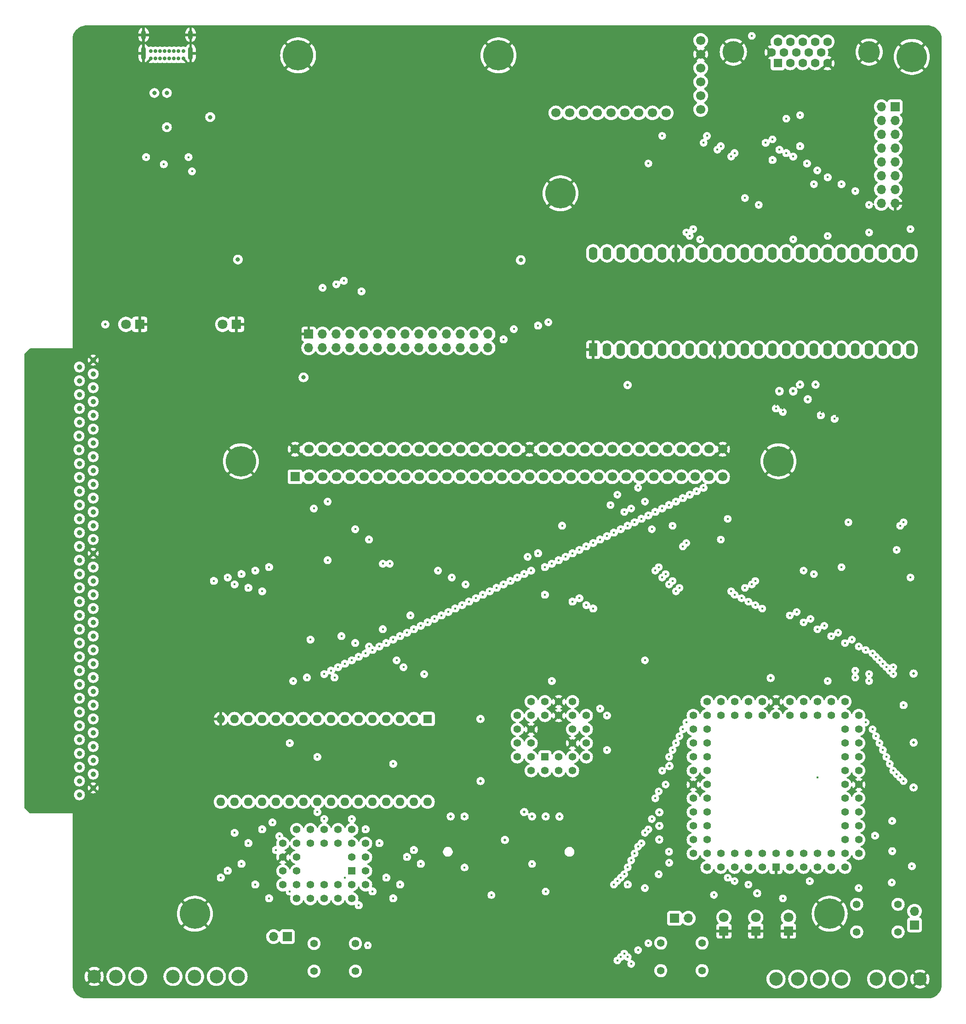
<source format=gbr>
%TF.GenerationSoftware,KiCad,Pcbnew,8.0.0*%
%TF.CreationDate,2024-03-06T22:08:17-05:00*%
%TF.ProjectId,Sentinel 65X - Prototype 4,53656e74-696e-4656-9c20-363558202d20,rev?*%
%TF.SameCoordinates,Original*%
%TF.FileFunction,Copper,L5,Inr*%
%TF.FilePolarity,Positive*%
%FSLAX46Y46*%
G04 Gerber Fmt 4.6, Leading zero omitted, Abs format (unit mm)*
G04 Created by KiCad (PCBNEW 8.0.0) date 2024-03-06 22:08:17*
%MOMM*%
%LPD*%
G01*
G04 APERTURE LIST*
%TA.AperFunction,ComponentPad*%
%ADD10C,2.500000*%
%TD*%
%TA.AperFunction,ComponentPad*%
%ADD11C,5.600000*%
%TD*%
%TA.AperFunction,ComponentPad*%
%ADD12R,1.700000X1.700000*%
%TD*%
%TA.AperFunction,ComponentPad*%
%ADD13O,1.700000X1.700000*%
%TD*%
%TA.AperFunction,ComponentPad*%
%ADD14R,1.422400X1.422400*%
%TD*%
%TA.AperFunction,ComponentPad*%
%ADD15C,1.422400*%
%TD*%
%TA.AperFunction,ComponentPad*%
%ADD16C,1.000000*%
%TD*%
%TA.AperFunction,ComponentPad*%
%ADD17C,1.397000*%
%TD*%
%TA.AperFunction,ComponentPad*%
%ADD18R,1.800000X1.800000*%
%TD*%
%TA.AperFunction,ComponentPad*%
%ADD19C,1.800000*%
%TD*%
%TA.AperFunction,ComponentPad*%
%ADD20C,1.700000*%
%TD*%
%TA.AperFunction,ComponentPad*%
%ADD21C,0.700000*%
%TD*%
%TA.AperFunction,ComponentPad*%
%ADD22O,0.900000X2.400000*%
%TD*%
%TA.AperFunction,ComponentPad*%
%ADD23O,0.900000X1.700000*%
%TD*%
%TA.AperFunction,ComponentPad*%
%ADD24C,4.000000*%
%TD*%
%TA.AperFunction,ComponentPad*%
%ADD25R,1.600000X1.600000*%
%TD*%
%TA.AperFunction,ComponentPad*%
%ADD26C,1.600000*%
%TD*%
%TA.AperFunction,ComponentPad*%
%ADD27O,1.600000X1.600000*%
%TD*%
%TA.AperFunction,ComponentPad*%
%ADD28R,1.600000X2.400000*%
%TD*%
%TA.AperFunction,ComponentPad*%
%ADD29O,1.600000X2.400000*%
%TD*%
%TA.AperFunction,ViaPad*%
%ADD30C,0.500000*%
%TD*%
%TA.AperFunction,ViaPad*%
%ADD31C,0.450000*%
%TD*%
%TA.AperFunction,ViaPad*%
%ADD32C,0.800000*%
%TD*%
%TA.AperFunction,ViaPad*%
%ADD33C,0.600000*%
%TD*%
%TA.AperFunction,ViaPad*%
%ADD34C,0.400000*%
%TD*%
G04 APERTURE END LIST*
D10*
%TO.N,+3.3V*%
%TO.C,J11*%
X117072102Y-226745000D03*
%TO.N,/SNES_CLK*%
X113072102Y-226745000D03*
%TO.N,/SNES_LATCH*%
X109072102Y-226745000D03*
%TO.N,/SNES_DATA0*%
X105072102Y-226745000D03*
%TO.N,/I2C_SCL*%
X98572102Y-226745000D03*
%TO.N,/I2C_SDA*%
X94572102Y-226745000D03*
%TO.N,GND*%
X90572102Y-226745000D03*
%TD*%
D11*
%TO.N,GND*%
%TO.C,H6*%
X128117172Y-57207679D03*
%TD*%
D12*
%TO.N,Net-(J6-Pin_1)*%
%TO.C,J6*%
X241623621Y-217254071D03*
D13*
%TO.N,Net-(J6-Pin_2)*%
X241623621Y-214714071D03*
%TD*%
D14*
%TO.N,+3.3V*%
%TO.C,U6*%
X173565852Y-186327679D03*
D15*
%TO.N,/PHI2*%
X176105852Y-188867679D03*
%TO.N,/R{slash}~{W}*%
X176105852Y-186327679D03*
%TO.N,unconnected-(U6-IN-Pad4)*%
X178645852Y-188867679D03*
%TO.N,unconnected-(U6-IN{slash}PD-Pad5)*%
X181185852Y-186327679D03*
%TO.N,/~{CS}4*%
X178645852Y-186327679D03*
%TO.N,/~{CS}5*%
X181185852Y-183787679D03*
%TO.N,GND*%
X178645852Y-183787679D03*
%TO.N,/~{CS}6*%
X181185852Y-181247679D03*
%TO.N,/A19*%
X178645852Y-181247679D03*
%TO.N,/A20*%
X181185852Y-178707679D03*
%TO.N,/A21*%
X178645852Y-176167679D03*
%TO.N,/A22*%
X178645852Y-178707679D03*
%TO.N,GND*%
X176105852Y-176167679D03*
X176105852Y-178707679D03*
%TO.N,/A23*%
X173565852Y-176167679D03*
%TO.N,unconnected-(U6-I{slash}O-Pad17)*%
X173565852Y-178707679D03*
%TO.N,unconnected-(U6-I{slash}O-Pad18)*%
X171025852Y-176167679D03*
%TO.N,unconnected-(U6-I{slash}O-Pad19)*%
X168485852Y-178707679D03*
%TO.N,unconnected-(U6-I{slash}O-Pad20)*%
X171025852Y-178707679D03*
%TO.N,/~{RAM}1*%
X168485852Y-181247679D03*
%TO.N,GND*%
X171025852Y-181247679D03*
%TO.N,/~{RAM}0*%
X168485852Y-183787679D03*
%TO.N,/~{ROM}1*%
X171025852Y-183787679D03*
%TO.N,/~{ROM}0*%
X168485852Y-186327679D03*
%TO.N,/~{RD}*%
X171025852Y-188867679D03*
%TO.N,/~{WR}*%
X171025852Y-186327679D03*
%TO.N,+3.3V*%
X173565852Y-188867679D03*
%TD*%
D16*
%TO.N,GND*%
%TO.C,J3*%
X90380852Y-192042679D03*
%TO.N,+3.3V*%
X90380852Y-189502679D03*
%TO.N,/A1*%
X90380852Y-186962679D03*
%TO.N,/A3*%
X90380852Y-184422679D03*
%TO.N,/A5*%
X90380852Y-181882679D03*
%TO.N,/A7*%
X90380852Y-179342679D03*
%TO.N,/A9*%
X90380852Y-176802679D03*
%TO.N,/A11*%
X90380852Y-174262679D03*
%TO.N,/A13*%
X90380852Y-171722679D03*
%TO.N,/A15*%
X90380852Y-169182679D03*
%TO.N,/A17*%
X90380852Y-166642679D03*
%TO.N,/A19*%
X90380852Y-164102679D03*
%TO.N,/A21*%
X90380852Y-161562679D03*
%TO.N,/A23*%
X90380852Y-159022679D03*
%TO.N,/D1*%
X90380852Y-156482679D03*
%TO.N,/D3*%
X90380852Y-153942679D03*
%TO.N,/D5*%
X90380852Y-151402679D03*
%TO.N,GND*%
X90380852Y-148862679D03*
%TO.N,/~{WR}*%
X90380852Y-146322679D03*
%TO.N,/~{RAM}1*%
X90380852Y-143782679D03*
%TO.N,/BE*%
X90380852Y-141242679D03*
%TO.N,/~{CS}7*%
X90380852Y-138702679D03*
%TO.N,/RUN*%
X90380852Y-136162679D03*
%TO.N,/~{IRQ}*%
X90380852Y-133622679D03*
%TO.N,/~{VIRQ}*%
X90380852Y-131082679D03*
%TO.N,/~{NMI}*%
X90380852Y-128542679D03*
%TO.N,/I2C_SCL*%
X90380852Y-126002679D03*
%TO.N,/I2C_SDA*%
X90380852Y-123462679D03*
%TO.N,/SNES_LATCH*%
X90380852Y-120922679D03*
%TO.N,/SNES_CLK*%
X90380852Y-118382679D03*
%TO.N,+3.3V*%
X90380852Y-115842679D03*
%TO.N,GND*%
X90380852Y-113302679D03*
%TO.N,/PHI2*%
X87840852Y-193312679D03*
%TO.N,/~{RES}*%
X87840852Y-190772679D03*
%TO.N,/A0*%
X87840852Y-188232679D03*
%TO.N,/A2*%
X87840852Y-185692679D03*
%TO.N,/A4*%
X87840852Y-183152679D03*
%TO.N,/A6*%
X87840852Y-180612679D03*
%TO.N,/A8*%
X87840852Y-178072679D03*
%TO.N,/A10*%
X87840852Y-175532679D03*
%TO.N,/A12*%
X87840852Y-172992679D03*
%TO.N,/A14*%
X87840852Y-170452679D03*
%TO.N,/A16*%
X87840852Y-167912679D03*
%TO.N,/A18*%
X87840852Y-165372679D03*
%TO.N,/A20*%
X87840852Y-162832679D03*
%TO.N,/A22*%
X87840852Y-160292679D03*
%TO.N,/D0*%
X87840852Y-157752679D03*
%TO.N,/D2*%
X87840852Y-155212679D03*
%TO.N,/D4*%
X87840852Y-152672679D03*
%TO.N,/D6*%
X87840852Y-150132679D03*
%TO.N,/D7*%
X87840852Y-147592679D03*
%TO.N,/~{RD}*%
X87840852Y-145052679D03*
%TO.N,/~{ROM}1*%
X87840852Y-142512679D03*
%TO.N,/~{CS}6*%
X87840852Y-139972679D03*
%TO.N,/~{I{slash}O}1*%
X87840852Y-137432679D03*
%TO.N,/BA*%
X87840852Y-134892679D03*
%TO.N,/R{slash}~{W}*%
X87840852Y-132352679D03*
%TO.N,/~{I{slash}O}0*%
X87760852Y-129812679D03*
%TO.N,/SNES_DATA0*%
X87760852Y-127272679D03*
%TO.N,/SNES_DATA1*%
X87840852Y-124732679D03*
%TO.N,/SNES_DATA2*%
X87840852Y-122192679D03*
%TO.N,/SNES_DATA3*%
X87840852Y-119652679D03*
%TO.N,unconnected-(J3-Pin_b31-Padb31)*%
X87840852Y-117112679D03*
%TO.N,+5V*%
X87840852Y-114572679D03*
%TD*%
D17*
%TO.N,Net-(J7-Pin_1)*%
%TO.C,SW3*%
X131054121Y-220677140D03*
X138674121Y-220677140D03*
%TO.N,Net-(J7-Pin_2)*%
X131054121Y-225757140D03*
X138674121Y-225757140D03*
%TD*%
D12*
%TO.N,Net-(J5-Pin_1)*%
%TO.C,J5*%
X197439065Y-216036659D03*
D13*
%TO.N,Net-(J5-Pin_2)*%
X199979065Y-216036659D03*
%TD*%
D12*
%TO.N,Net-(J7-Pin_1)*%
%TO.C,J7*%
X126127294Y-219395671D03*
D13*
%TO.N,Net-(J7-Pin_2)*%
X123587294Y-219395671D03*
%TD*%
D18*
%TO.N,GND*%
%TO.C,D4*%
X212398173Y-218383531D03*
D19*
%TO.N,Net-(D4-A)*%
X212398173Y-215843531D03*
%TD*%
D18*
%TO.N,GND*%
%TO.C,D5*%
X218418173Y-218383532D03*
D19*
%TO.N,Net-(D5-A)*%
X218418173Y-215843532D03*
%TD*%
D17*
%TO.N,Net-(J5-Pin_1)*%
%TO.C,SW1*%
X194904065Y-220575449D03*
X202524065Y-220575449D03*
%TO.N,Net-(J5-Pin_2)*%
X194904065Y-225655449D03*
X202524065Y-225655449D03*
%TD*%
D20*
%TO.N,/SYSCLK*%
%TO.C,U5*%
X202250000Y-67170000D03*
%TO.N,/BCK*%
X202250000Y-64630000D03*
%TO.N,/ADATA*%
X202250000Y-62090000D03*
%TO.N,/LRCK*%
X202250000Y-59550000D03*
%TO.N,GND*%
X202250000Y-57010000D03*
%TO.N,+5V*%
X202250000Y-54470000D03*
%TO.N,unconnected-(U5-LOUT-Pad7)*%
X175580000Y-67805000D03*
%TO.N,unconnected-(U5-AGND-Pad8)*%
X178120000Y-67805000D03*
%TO.N,unconnected-(U5-ROUT-Pad9)*%
X180660000Y-67805000D03*
%TO.N,unconnected-(U5-AGND-Pad10)*%
X183200000Y-67805000D03*
%TO.N,unconnected-(U5-A3V3-Pad11)*%
X185740000Y-67805000D03*
%TO.N,unconnected-(U5-FMT-Pad12)*%
X188280000Y-67805000D03*
%TO.N,unconnected-(U5-XSMT-Pad13)*%
X190820000Y-67805000D03*
%TO.N,unconnected-(U5-DEMP-Pad14)*%
X193360000Y-67805000D03*
%TO.N,unconnected-(U5-FLT-Pad15)*%
X195900000Y-67805000D03*
%TD*%
D14*
%TO.N,GND*%
%TO.C,U2*%
X216110852Y-206647679D03*
D15*
%TO.N,/RTS*%
X216110852Y-204107679D03*
%TO.N,/CTS*%
X218650852Y-206647679D03*
%TO.N,/~{SD_SS}*%
X218650852Y-204107679D03*
%TO.N,/BL3*%
X221190852Y-206647679D03*
%TO.N,/FCLK_SLOW*%
X221190852Y-204107679D03*
%TO.N,/~{BOOT_SEL}*%
X223730852Y-206647679D03*
%TO.N,/~{VIRQ}*%
X223730852Y-204107679D03*
%TO.N,/FCLK_FAST*%
X226270852Y-206647679D03*
%TO.N,/RXD*%
X226270852Y-204107679D03*
%TO.N,/TXD*%
X228810852Y-206647679D03*
%TO.N,/~{RES}*%
X231350852Y-204107679D03*
%TO.N,/R{slash}~{W}*%
X228810852Y-204107679D03*
%TO.N,unconnected-(U2A-RUN-Pad14)*%
X231350852Y-201567679D03*
%TO.N,unconnected-(U2A-~{FCLKO}-Pad15)*%
X228810852Y-201567679D03*
%TO.N,/FCLK*%
X231350852Y-199027679D03*
%TO.N,/BE*%
X228810852Y-199027679D03*
%TO.N,/CLK*%
X231350852Y-196487679D03*
%TO.N,unconnected-(U2A-~{CLKO}-Pad19)*%
X228810852Y-196487679D03*
%TO.N,/PHI2*%
X231350852Y-193947679D03*
%TO.N,unconnected-(U2A-BA-Pad21)*%
X228810852Y-193947679D03*
%TO.N,GND*%
X231350852Y-191407679D03*
%TO.N,+3.3V*%
X228810852Y-191407679D03*
%TO.N,/A0*%
X231350852Y-188867679D03*
%TO.N,/A1*%
X228810852Y-188867679D03*
%TO.N,/A2*%
X231350852Y-186327679D03*
%TO.N,/A3*%
X228810852Y-186327679D03*
%TO.N,/A4*%
X231350852Y-183787679D03*
%TO.N,/A5*%
X228810852Y-183787679D03*
%TO.N,/A6*%
X231350852Y-181247679D03*
%TO.N,/A7*%
X228810852Y-181247679D03*
%TO.N,/A8*%
X231350852Y-178707679D03*
%TO.N,/A9*%
X228810852Y-176167679D03*
%TO.N,/A10*%
X228810852Y-178707679D03*
%TO.N,/A11*%
X226270852Y-176167679D03*
%TO.N,/A12*%
X226270852Y-178707679D03*
%TO.N,/A13*%
X223730852Y-176167679D03*
%TO.N,/A14*%
X223730852Y-178707679D03*
%TO.N,/A15*%
X221190852Y-176167679D03*
%TO.N,/A16*%
X221190852Y-178707679D03*
%TO.N,/A17*%
X218650852Y-176167679D03*
%TO.N,/A18*%
X218650852Y-178707679D03*
%TO.N,GND*%
X216110852Y-176167679D03*
%TO.N,+3.3V*%
X216110852Y-178707679D03*
%TO.N,/A19*%
X213570852Y-176167679D03*
%TO.N,/A20*%
X213570852Y-178707679D03*
%TO.N,/A21*%
X211030852Y-176167679D03*
%TO.N,/A22*%
X211030852Y-178707679D03*
%TO.N,/A23*%
X208490852Y-176167679D03*
%TO.N,/~{I{slash}O}0*%
X208490852Y-178707679D03*
%TO.N,/~{I{slash}O}1*%
X205950852Y-176167679D03*
%TO.N,/FPGA_SCK*%
X205950852Y-178707679D03*
%TO.N,/~{FPGA_SS}*%
X203410852Y-176167679D03*
%TO.N,/~{CS}4*%
X200870852Y-178707679D03*
%TO.N,/~{CS}5*%
X203410852Y-178707679D03*
%TO.N,/~{CS}6*%
X200870852Y-181247679D03*
%TO.N,/~{CS}7*%
X203410852Y-181247679D03*
%TO.N,/D0*%
X200870852Y-183787679D03*
%TO.N,/D1*%
X203410852Y-183787679D03*
%TO.N,/D2*%
X200870852Y-186327679D03*
%TO.N,/D3*%
X203410852Y-186327679D03*
%TO.N,/D4*%
X200870852Y-188867679D03*
%TO.N,+3.3V*%
X203410852Y-188867679D03*
%TO.N,GND*%
X200870852Y-191407679D03*
%TO.N,/D5*%
X203410852Y-191407679D03*
%TO.N,/D6*%
X200870852Y-193947679D03*
%TO.N,/D7*%
X203410852Y-193947679D03*
%TO.N,unconnected-(U2A-TG0-Pad68)*%
X200870852Y-196487679D03*
%TO.N,unconnected-(U2A-TG1-Pad69)*%
X203410852Y-196487679D03*
%TO.N,/~{NMI}*%
X200870852Y-199027679D03*
%TO.N,/~{IRQ}*%
X203410852Y-199027679D03*
%TO.N,/~{FPGA_RESET}*%
X200870852Y-201567679D03*
%TO.N,/CDONE*%
X203410852Y-201567679D03*
%TO.N,/FPGA_MOSI*%
X200870852Y-204107679D03*
%TO.N,/FPGA_MISO*%
X203410852Y-206647679D03*
%TO.N,/I2C_SDA*%
X203410852Y-204107679D03*
%TO.N,/I2C_SCL*%
X205950852Y-206647679D03*
%TO.N,/SNES_CLK*%
X205950852Y-204107679D03*
%TO.N,/SNES_LATCH*%
X208490852Y-206647679D03*
%TO.N,/SNES_DATA0*%
X208490852Y-204107679D03*
%TO.N,/SNES_DATA1*%
X211030852Y-206647679D03*
%TO.N,/BL1*%
X211030852Y-204107679D03*
%TO.N,/BL2*%
X213570852Y-206647679D03*
%TO.N,+3.3V*%
X213570852Y-204107679D03*
%TD*%
D20*
%TO.N,GND*%
%TO.C,J2*%
X127545871Y-129700000D03*
%TO.N,+3.3V*%
X130085871Y-129700000D03*
%TO.N,/A1*%
X132625871Y-129700000D03*
%TO.N,/A3*%
X135165871Y-129700000D03*
%TO.N,/A5*%
X137705871Y-129700000D03*
%TO.N,/A7*%
X140245871Y-129700000D03*
%TO.N,/A9*%
X142785871Y-129700000D03*
%TO.N,/A11*%
X145325871Y-129700000D03*
%TO.N,/A13*%
X147865871Y-129700000D03*
%TO.N,/A15*%
X150405871Y-129700000D03*
%TO.N,/A17*%
X152945871Y-129700000D03*
%TO.N,/A19*%
X155485871Y-129700000D03*
%TO.N,/A21*%
X158025871Y-129700000D03*
%TO.N,/A23*%
X160565871Y-129700000D03*
%TO.N,/D1*%
X163105871Y-129700000D03*
%TO.N,/D3*%
X165645871Y-129700000D03*
%TO.N,/D5*%
X168185871Y-129700000D03*
%TO.N,GND*%
X170725871Y-129700000D03*
%TO.N,/~{WR}*%
X173265871Y-129700000D03*
%TO.N,/~{RAM}1*%
X175805871Y-129700000D03*
%TO.N,/BE*%
X178345871Y-129700000D03*
%TO.N,/~{CS}7*%
X180885871Y-129700000D03*
%TO.N,/RUN*%
X183425871Y-129700000D03*
%TO.N,/~{IRQ}*%
X185965871Y-129700000D03*
%TO.N,/~{VIRQ}*%
X188505871Y-129700000D03*
%TO.N,/~{NMI}*%
X191045871Y-129700000D03*
%TO.N,/I2C_SCL*%
X193585871Y-129700000D03*
%TO.N,/I2C_SDA*%
X196125871Y-129700000D03*
%TO.N,/SNES_LATCH*%
X198665871Y-129700000D03*
%TO.N,/SNES_CLK*%
X201205871Y-129700000D03*
%TO.N,+3.3V*%
X203745871Y-129700000D03*
%TO.N,GND*%
X206285871Y-129700000D03*
D12*
%TO.N,/PHI2*%
X127545871Y-134780000D03*
D20*
%TO.N,/~{RES}*%
X130085871Y-134780000D03*
%TO.N,/A0*%
X132625871Y-134780000D03*
%TO.N,/A2*%
X135165871Y-134780000D03*
%TO.N,/A4*%
X137705871Y-134780000D03*
%TO.N,/A6*%
X140245871Y-134780000D03*
%TO.N,/A8*%
X142785871Y-134780000D03*
%TO.N,/A10*%
X145325871Y-134780000D03*
%TO.N,/A12*%
X147865871Y-134780000D03*
%TO.N,/A14*%
X150405871Y-134780000D03*
%TO.N,/A16*%
X152945871Y-134780000D03*
%TO.N,/A18*%
X155485871Y-134780000D03*
%TO.N,/A20*%
X158025871Y-134780000D03*
%TO.N,/A22*%
X160565871Y-134780000D03*
%TO.N,/D0*%
X163105871Y-134780000D03*
%TO.N,/D2*%
X165645871Y-134780000D03*
%TO.N,/D4*%
X168185871Y-134780000D03*
%TO.N,/D6*%
X170725871Y-134780000D03*
%TO.N,/D7*%
X173265871Y-134780000D03*
%TO.N,/~{RD}*%
X175805871Y-134780000D03*
%TO.N,/~{ROM}1*%
X178345871Y-134780000D03*
%TO.N,/~{CS}6*%
X180885871Y-134780000D03*
%TO.N,/~{I{slash}O}1*%
X183425871Y-134780000D03*
%TO.N,/BA*%
X185965871Y-134780000D03*
%TO.N,/R{slash}~{W}*%
X188505871Y-134780000D03*
%TO.N,/~{I{slash}O}0*%
X191045871Y-134780000D03*
%TO.N,/SNES_DATA0*%
X193585871Y-134780000D03*
%TO.N,/SNES_DATA1*%
X196125871Y-134780000D03*
%TO.N,/SNES_DATA2*%
X198665871Y-134780000D03*
%TO.N,/SNES_DATA3*%
X201205871Y-134780000D03*
%TO.N,unconnected-(J2-Pin_b31-Padb31)*%
X203745871Y-134780000D03*
%TO.N,+5V*%
X206285871Y-134780000D03*
%TD*%
D11*
%TO.N,GND*%
%TO.C,H1*%
X176430000Y-82606339D03*
%TD*%
D21*
%TO.N,GND*%
%TO.C,J10*%
X106960922Y-57802658D03*
%TO.N,+5V*%
X106110922Y-57802658D03*
%TO.N,Net-(J10-CC1)*%
X105260922Y-57802658D03*
%TO.N,/D+*%
X104410922Y-57802658D03*
%TO.N,/D-*%
X103560922Y-57802658D03*
%TO.N,N/C*%
X102710922Y-57802658D03*
%TO.N,+5V*%
X101860922Y-57802658D03*
%TO.N,GND*%
X101010922Y-57802658D03*
X101010922Y-56452658D03*
%TO.N,+5V*%
X101860922Y-56452658D03*
%TO.N,Net-(J10-CC2)*%
X102710922Y-56452658D03*
%TO.N,/D+*%
X103560922Y-56452658D03*
%TO.N,/D-*%
X104410922Y-56452658D03*
%TO.N,N/C*%
X105260922Y-56452658D03*
%TO.N,+5V*%
X106110922Y-56452658D03*
%TO.N,GND*%
X106960922Y-56452658D03*
D22*
X108310922Y-56822658D03*
D23*
X108310922Y-53442658D03*
D22*
X99660922Y-56822658D03*
D23*
X99660922Y-53442658D03*
%TD*%
D12*
%TO.N,/R0*%
%TO.C,J4*%
X238045000Y-66657679D03*
D13*
%TO.N,+3.3V*%
X235505000Y-66657679D03*
%TO.N,/R2*%
X238045000Y-69197679D03*
%TO.N,/R1*%
X235505000Y-69197679D03*
%TO.N,/G0*%
X238045000Y-71737679D03*
%TO.N,/R3*%
X235505000Y-71737679D03*
%TO.N,/G2*%
X238045000Y-74277679D03*
%TO.N,/G1*%
X235505000Y-74277679D03*
%TO.N,/B0*%
X238045000Y-76817679D03*
%TO.N,/G3*%
X235505000Y-76817679D03*
%TO.N,/B2*%
X238045000Y-79357679D03*
%TO.N,/B1*%
X235505000Y-79357679D03*
%TO.N,/HSYNC*%
X238045000Y-81897679D03*
%TO.N,/B3*%
X235505000Y-81897679D03*
%TO.N,GND*%
X238045000Y-84437679D03*
%TO.N,/VSYNC*%
X235505000Y-84437679D03*
%TD*%
D11*
%TO.N,GND*%
%TO.C,H9*%
X165023820Y-57207679D03*
%TD*%
D24*
%TO.N,GND*%
%TO.C,J1*%
X233260510Y-56596332D03*
X208260510Y-56596332D03*
D25*
%TO.N,/RED*%
X216445510Y-58646332D03*
D26*
%TO.N,/GREEN*%
X218735510Y-58646332D03*
%TO.N,/BLUE*%
X221025510Y-58646332D03*
%TO.N,unconnected-(J1-Pad4)*%
X223315510Y-58646332D03*
%TO.N,GND*%
X225605510Y-58646332D03*
X215300510Y-56666332D03*
X217590510Y-56666332D03*
X219880510Y-56666332D03*
%TO.N,unconnected-(J1-Pad9)*%
X222170510Y-56666332D03*
%TO.N,GND*%
X224460510Y-56666332D03*
%TO.N,unconnected-(J1-Pad11)*%
X216445510Y-54686332D03*
%TO.N,unconnected-(J1-Pad12)*%
X218735510Y-54686332D03*
%TO.N,/HSYNC*%
X221025510Y-54686332D03*
%TO.N,/VSYNC*%
X223315510Y-54686332D03*
%TO.N,unconnected-(J1-Pad15)*%
X225605510Y-54686332D03*
%TD*%
D11*
%TO.N,GND*%
%TO.C,H8*%
X216570852Y-131922500D03*
%TD*%
D18*
%TO.N,GND*%
%TO.C,D2*%
X98941704Y-106715358D03*
D19*
%TO.N,Net-(D2-A)*%
X96401704Y-106715358D03*
%TD*%
D12*
%TO.N,GND*%
%TO.C,J8*%
X130070496Y-108505000D03*
D13*
%TO.N,+3.3V*%
X130070496Y-111045000D03*
%TO.N,/TXD*%
X132610496Y-108505000D03*
%TO.N,/I2C_SCL*%
X132610496Y-111045000D03*
%TO.N,/RXD*%
X135150496Y-108505000D03*
%TO.N,/I2C_SDA*%
X135150496Y-111045000D03*
%TO.N,/CTS*%
X137690496Y-108505000D03*
%TO.N,/~{RES}*%
X137690496Y-111045000D03*
%TO.N,/RTS*%
X140230496Y-108505000D03*
%TO.N,/~{IRQ}*%
X140230496Y-111045000D03*
%TO.N,/PHI2*%
X142770496Y-108505000D03*
%TO.N,/~{I{slash}O}1*%
X142770496Y-111045000D03*
%TO.N,/~{RD}*%
X145310496Y-108505000D03*
%TO.N,/~{WR}*%
X145310496Y-111045000D03*
%TO.N,/A5*%
X147850496Y-108505000D03*
%TO.N,/A4*%
X147850496Y-111045000D03*
%TO.N,/A3*%
X150390496Y-108505000D03*
%TO.N,/A2*%
X150390496Y-111045000D03*
%TO.N,/A1*%
X152930496Y-108505000D03*
%TO.N,/A0*%
X152930496Y-111045000D03*
%TO.N,/D7*%
X155470496Y-108505000D03*
%TO.N,/D6*%
X155470496Y-111045000D03*
%TO.N,/D5*%
X158010496Y-108505000D03*
%TO.N,/D4*%
X158010496Y-111045000D03*
%TO.N,/D3*%
X160550496Y-108505000D03*
%TO.N,/D2*%
X160550496Y-111045000D03*
%TO.N,/D1*%
X163090496Y-108505000D03*
%TO.N,/D0*%
X163090496Y-111045000D03*
%TD*%
D18*
%TO.N,GND*%
%TO.C,D1*%
X116761448Y-106715358D03*
D19*
%TO.N,Net-(D1-A)*%
X114221448Y-106715358D03*
%TD*%
D11*
%TO.N,GND*%
%TO.C,H4*%
X117570852Y-131922500D03*
%TD*%
D18*
%TO.N,GND*%
%TO.C,D3*%
X206518173Y-218383531D03*
D19*
%TO.N,Net-(D3-A)*%
X206518173Y-215843531D03*
%TD*%
D25*
%TO.N,/A18*%
%TO.C,U3*%
X151975852Y-179342679D03*
D27*
%TO.N,/A16*%
X149435852Y-179342679D03*
%TO.N,/A14*%
X146895852Y-179342679D03*
%TO.N,/A12*%
X144355852Y-179342679D03*
%TO.N,/A7*%
X141815852Y-179342679D03*
%TO.N,/A6*%
X139275852Y-179342679D03*
%TO.N,/A5*%
X136735852Y-179342679D03*
%TO.N,/A4*%
X134195852Y-179342679D03*
%TO.N,/A3*%
X131655852Y-179342679D03*
%TO.N,/A2*%
X129115852Y-179342679D03*
%TO.N,/A1*%
X126575852Y-179342679D03*
%TO.N,/A0*%
X124035852Y-179342679D03*
%TO.N,/D0*%
X121495852Y-179342679D03*
%TO.N,/D1*%
X118955852Y-179342679D03*
%TO.N,/D2*%
X116415852Y-179342679D03*
%TO.N,GND*%
X113875852Y-179342679D03*
%TO.N,/D3*%
X113875852Y-194582679D03*
%TO.N,/D4*%
X116415852Y-194582679D03*
%TO.N,/D5*%
X118955852Y-194582679D03*
%TO.N,/D6*%
X121495852Y-194582679D03*
%TO.N,/D7*%
X124035852Y-194582679D03*
%TO.N,/~{RAM}0*%
X126575852Y-194582679D03*
%TO.N,/A10*%
X129115852Y-194582679D03*
%TO.N,/~{RD}*%
X131655852Y-194582679D03*
%TO.N,/A11*%
X134195852Y-194582679D03*
%TO.N,/A9*%
X136735852Y-194582679D03*
%TO.N,/A8*%
X139275852Y-194582679D03*
%TO.N,/A13*%
X141815852Y-194582679D03*
%TO.N,/~{WR}*%
X144355852Y-194582679D03*
%TO.N,/A17*%
X146895852Y-194582679D03*
%TO.N,/A15*%
X149435852Y-194582679D03*
%TO.N,+3.3V*%
X151975852Y-194582679D03*
%TD*%
D14*
%TO.N,/A18*%
%TO.C,U4*%
X138005852Y-207327171D03*
D15*
%TO.N,/A16*%
X140545852Y-204787171D03*
%TO.N,/A15*%
X138005852Y-204787171D03*
%TO.N,/A12*%
X140545852Y-202247171D03*
%TO.N,/A7*%
X138005852Y-199707171D03*
%TO.N,/A6*%
X138005852Y-202247171D03*
%TO.N,/A5*%
X135465852Y-199707171D03*
%TO.N,/A4*%
X135465852Y-202247171D03*
%TO.N,/A3*%
X132925852Y-199707171D03*
%TO.N,/A2*%
X132925852Y-202247171D03*
%TO.N,/A1*%
X130385852Y-199707171D03*
%TO.N,/A0*%
X130385852Y-202247171D03*
%TO.N,/D0*%
X127845852Y-199707171D03*
%TO.N,/D1*%
X125305852Y-202247171D03*
%TO.N,/D2*%
X127845852Y-202247171D03*
%TO.N,GND*%
X125305852Y-204787171D03*
%TO.N,/D3*%
X127845852Y-204787171D03*
%TO.N,/D4*%
X125305852Y-207327171D03*
%TO.N,/D5*%
X127845852Y-207327171D03*
%TO.N,/D6*%
X125305852Y-209867171D03*
%TO.N,/D7*%
X127845852Y-212407171D03*
%TO.N,/~{ROM}0*%
X127845852Y-209867171D03*
%TO.N,/A10*%
X130385852Y-212407171D03*
%TO.N,/~{RD}*%
X130385852Y-209867171D03*
%TO.N,/A11*%
X132925852Y-212407171D03*
%TO.N,/A9*%
X132925852Y-209867171D03*
%TO.N,/A8*%
X135465852Y-212407171D03*
%TO.N,/A13*%
X135465852Y-209867171D03*
%TO.N,/A14*%
X138005852Y-212407171D03*
%TO.N,/A17*%
X140545852Y-209867171D03*
%TO.N,/~{WR}*%
X138005852Y-209867171D03*
%TO.N,+3.3V*%
X140545852Y-207327171D03*
%TD*%
D11*
%TO.N,GND*%
%TO.C,H5*%
X225998352Y-215207679D03*
%TD*%
%TO.N,GND*%
%TO.C,H7*%
X241133252Y-57482679D03*
%TD*%
D17*
%TO.N,Net-(J6-Pin_1)*%
%TO.C,SW2*%
X238602763Y-218541613D03*
X230982763Y-218541613D03*
%TO.N,Net-(J6-Pin_2)*%
X238602763Y-213461613D03*
X230982763Y-213461613D03*
%TD*%
D10*
%TO.N,+3.3V*%
%TO.C,J12*%
X216132102Y-227210000D03*
%TO.N,/SNES_CLK*%
X220132102Y-227210000D03*
%TO.N,/SNES_LATCH*%
X224132102Y-227210000D03*
%TO.N,/SNES_DATA1*%
X228132102Y-227210000D03*
%TO.N,/I2C_SCL*%
X234632102Y-227210000D03*
%TO.N,/I2C_SDA*%
X238632102Y-227210000D03*
%TO.N,GND*%
X242632102Y-227210000D03*
%TD*%
D28*
%TO.N,GND*%
%TO.C,U1*%
X182455852Y-111397679D03*
D29*
%TO.N,unconnected-(U1-VIO-Pad2)*%
X184995852Y-111397679D03*
%TO.N,/~{FPGA_RESET}*%
X187535852Y-111397679D03*
%TO.N,/CDONE*%
X190075852Y-111397679D03*
%TO.N,/~{I{slash}O}0*%
X192615852Y-111397679D03*
%TO.N,/A4*%
X195155852Y-111397679D03*
%TO.N,/R{slash}~{W}*%
X197695852Y-111397679D03*
%TO.N,+5V*%
X200235852Y-111397679D03*
%TO.N,unconnected-(U1-+3.3V-Pad9)*%
X202775852Y-111397679D03*
%TO.N,GND*%
X205315852Y-111397679D03*
%TO.N,/D0*%
X207855852Y-111397679D03*
%TO.N,/D1*%
X210395852Y-111397679D03*
%TO.N,/D2*%
X212935852Y-111397679D03*
%TO.N,/D3*%
X215475852Y-111397679D03*
%TO.N,/D6*%
X218015852Y-111397679D03*
%TO.N,/SYSCLK*%
X220555852Y-111397679D03*
%TO.N,/D5*%
X223095852Y-111397679D03*
%TO.N,/PHI2*%
X225635852Y-111397679D03*
%TO.N,/D7*%
X228175852Y-111397679D03*
%TO.N,/A1*%
X230715852Y-111397679D03*
%TO.N,/A0*%
X233255852Y-111397679D03*
%TO.N,/A3*%
X235795852Y-111397679D03*
%TO.N,/A2*%
X238335852Y-111397679D03*
%TO.N,/D4*%
X240875852Y-111397679D03*
%TO.N,/BCK*%
X240875852Y-93637679D03*
%TO.N,/B0*%
X238335852Y-93637679D03*
%TO.N,/B1*%
X235795852Y-93637679D03*
%TO.N,/LRCK*%
X233255852Y-93637679D03*
%TO.N,/B3*%
X230715852Y-93637679D03*
%TO.N,/~{VIRQ}*%
X228175852Y-93637679D03*
%TO.N,/ADATA*%
X225635852Y-93637679D03*
%TO.N,/B2*%
X223095852Y-93637679D03*
%TO.N,/R0*%
X220555852Y-93637679D03*
%TO.N,/R1*%
X218015852Y-93637679D03*
%TO.N,/R3*%
X215475852Y-93637679D03*
%TO.N,/VSYNC*%
X212935852Y-93637679D03*
%TO.N,/HSYNC*%
X210395852Y-93637679D03*
%TO.N,/G2*%
X207855852Y-93637679D03*
%TO.N,/G1*%
X205315852Y-93637679D03*
%TO.N,/G0*%
X202775852Y-93637679D03*
%TO.N,unconnected-(U1-CLK_12M_EXT-Pad41)*%
X200235852Y-93637679D03*
%TO.N,GND*%
X197695852Y-93637679D03*
%TO.N,/R2*%
X195155852Y-93637679D03*
%TO.N,/G3*%
X192615852Y-93637679D03*
%TO.N,/FPGA_MISO*%
X190075852Y-93637679D03*
%TO.N,/FPGA_MOSI*%
X187535852Y-93637679D03*
%TO.N,/FPGA_SCK*%
X184995852Y-93637679D03*
%TO.N,/~{FPGA_SS}*%
X182455852Y-93637679D03*
%TD*%
D11*
%TO.N,GND*%
%TO.C,H3*%
X109093352Y-215207679D03*
%TD*%
D30*
%TO.N,GND*%
X220021037Y-120498324D03*
X168698968Y-201597880D03*
X225781613Y-66088117D03*
X166214849Y-197243669D03*
D31*
X217294506Y-122192794D03*
D32*
X96730852Y-103142679D03*
X106890852Y-103142679D03*
X100540852Y-101872679D03*
X114510852Y-101872679D03*
X90380852Y-101872679D03*
X94190852Y-103142679D03*
D31*
X236178459Y-194075358D03*
X237878393Y-210904423D03*
D32*
X95460852Y-101872679D03*
X105620852Y-101872679D03*
X92920852Y-101872679D03*
D30*
X144918997Y-205109738D03*
D32*
X101810852Y-103142679D03*
X89110852Y-103142679D03*
X104350852Y-103142679D03*
D30*
X214569704Y-211429029D03*
D31*
X242889106Y-202506512D03*
D30*
X204633323Y-222129429D03*
X154881273Y-186017214D03*
X163735599Y-197271101D03*
X161198968Y-201597880D03*
D31*
X236135000Y-205075000D03*
D30*
X176854364Y-193378350D03*
D32*
X120860852Y-103142679D03*
D30*
X208012252Y-66068586D03*
D32*
X118320852Y-103142679D03*
X119590852Y-101872679D03*
X115780852Y-103142679D03*
X117050852Y-101872679D03*
X98000852Y-101872679D03*
D30*
X140826009Y-222282140D03*
D31*
X216114949Y-121552172D03*
D30*
X171202506Y-193362317D03*
D32*
X110700852Y-103142679D03*
X91650852Y-103142679D03*
D30*
X196500206Y-189907275D03*
X235725499Y-189831350D03*
X223374043Y-115108678D03*
D32*
X113240852Y-103142679D03*
X108160852Y-101872679D03*
D31*
X224534545Y-122843584D03*
X227350200Y-123658864D03*
D30*
X217060905Y-171813005D03*
D32*
X103080852Y-101872679D03*
X106253531Y-64136827D03*
X111970852Y-101872679D03*
D30*
X223688761Y-66088117D03*
X205903487Y-66082645D03*
X216939357Y-66082645D03*
D31*
X236135000Y-199475000D03*
D32*
X95675000Y-68575000D03*
D30*
X214760300Y-66082645D03*
D32*
X99270852Y-103142679D03*
D30*
%TO.N,+3.3V*%
X173696121Y-197282945D03*
X161716808Y-190757147D03*
X161710269Y-179336396D03*
D31*
X196415680Y-203777236D03*
D30*
X220555034Y-117815919D03*
D31*
X196443707Y-205813859D03*
D30*
X196500206Y-188006215D03*
D33*
X219285852Y-119017679D03*
D30*
X92606683Y-106735446D03*
D31*
X108580852Y-78542679D03*
X103380852Y-77242679D03*
X241136345Y-206457402D03*
D30*
X194640884Y-199038063D03*
X215148499Y-171803346D03*
X194629285Y-196509453D03*
D32*
X129115852Y-116477679D03*
D30*
X156214872Y-197271101D03*
X223398880Y-117815919D03*
D32*
X111925000Y-68575000D03*
D30*
X241454213Y-171003650D03*
X171208952Y-197271101D03*
D32*
X103953531Y-64136827D03*
D30*
X194606087Y-201543475D03*
X212649193Y-211417389D03*
X176230665Y-197318476D03*
X241476529Y-183705030D03*
X221958329Y-120510743D03*
X241441733Y-191946343D03*
D33*
X216745852Y-119017679D03*
D30*
X166214849Y-201594896D03*
X188783152Y-117890882D03*
D32*
X103953531Y-70436827D03*
D30*
X158773104Y-197282945D03*
D34*
%TO.N,/A1*%
X237065852Y-187597679D03*
X230715852Y-170452679D03*
X237065852Y-170452679D03*
D31*
X134195852Y-170452679D03*
X123400852Y-198392679D03*
%TO.N,/A3*%
X136735852Y-169182679D03*
D34*
X235795852Y-185057679D03*
X235795852Y-169182679D03*
%TO.N,/A5*%
X234525852Y-182517679D03*
X234525852Y-167912679D03*
D31*
X139275852Y-167912679D03*
%TO.N,/A7*%
X141815852Y-166642679D03*
X140545852Y-199662679D03*
D34*
X232620852Y-179977679D03*
X232620852Y-166642679D03*
D31*
%TO.N,/A9*%
X136735852Y-208552679D03*
D34*
X228810852Y-165372679D03*
D31*
X138640852Y-165372679D03*
X144355852Y-165372679D03*
%TO.N,/A11*%
X136100852Y-164102679D03*
D34*
X226270852Y-164102679D03*
D31*
X146895852Y-164102679D03*
%TO.N,/A13*%
X141815852Y-211092679D03*
D34*
X223730852Y-162832679D03*
D31*
X143720852Y-162832679D03*
X149435852Y-162832679D03*
%TO.N,/A15*%
X151975852Y-161562679D03*
D34*
X221190852Y-161562679D03*
D31*
X149435852Y-203472679D03*
%TO.N,/A17*%
X154515852Y-160292679D03*
D34*
X218650852Y-160292679D03*
D31*
X146895852Y-209822679D03*
X148800852Y-160292679D03*
D34*
%TO.N,/A19*%
X213570852Y-159022679D03*
D31*
X182455852Y-159022679D03*
X157055852Y-159022679D03*
%TO.N,/A21*%
X178645852Y-157752679D03*
X159595852Y-157752679D03*
D34*
X211030852Y-157752679D03*
D31*
%TO.N,/A23*%
X173565852Y-156482679D03*
D34*
X208490852Y-156482679D03*
D31*
X162135852Y-156482679D03*
D34*
%TO.N,/D1*%
X198330852Y-182517679D03*
X210395852Y-155212679D03*
D31*
X164675852Y-155212679D03*
X118955852Y-202202679D03*
D34*
X198330852Y-155212679D03*
D31*
X118955852Y-155212679D03*
%TO.N,/D3*%
X112605852Y-153942679D03*
X165945852Y-109492679D03*
D34*
X197060852Y-185057679D03*
D31*
X113875852Y-208552679D03*
D34*
X197060852Y-153942679D03*
D31*
X167215852Y-153942679D03*
D34*
X212300852Y-153942679D03*
%TO.N,/D5*%
X223095852Y-152672679D03*
D31*
X167850852Y-107587679D03*
X117685852Y-152672679D03*
D34*
X195790852Y-152672679D03*
X195790852Y-191407679D03*
D31*
X117685852Y-206012679D03*
X169755852Y-152672679D03*
%TO.N,/~{WR}*%
X144355852Y-208552679D03*
X143720852Y-150767679D03*
X144990852Y-150767679D03*
X174835852Y-150767679D03*
X145625852Y-187597679D03*
D34*
%TO.N,/BE*%
X238335852Y-189502679D03*
D31*
X179915852Y-148227679D03*
X237509347Y-198128346D03*
D34*
X238335852Y-148227679D03*
D31*
%TO.N,/RUN*%
X184995852Y-145687679D03*
%TO.N,/~{IRQ}*%
X138640852Y-144417679D03*
X187535852Y-144417679D03*
D34*
X193250852Y-144417679D03*
X193250852Y-197757679D03*
%TO.N,/~{VIRQ}*%
X239605852Y-190772679D03*
X229445852Y-143147679D03*
D31*
X190075852Y-143147679D03*
D34*
X223730852Y-190137679D03*
D31*
X239605852Y-176802679D03*
D34*
X239605852Y-143147679D03*
%TO.N,/~{NMI}*%
X192615852Y-199662679D03*
X140955622Y-221025397D03*
X192615852Y-220617679D03*
D31*
X192615852Y-141877679D03*
%TO.N,/I2C_SCL*%
X195155852Y-140607679D03*
X131020852Y-140607679D03*
D34*
X189440852Y-140607679D03*
D31*
X194520852Y-207917679D03*
D34*
X188170852Y-222522679D03*
X188170852Y-207917679D03*
D31*
%TO.N,/I2C_SDA*%
X197695852Y-139337679D03*
X133560852Y-139337679D03*
D34*
X190710852Y-221887679D03*
X191980852Y-139337679D03*
X190710852Y-202837679D03*
%TO.N,/SNES_LATCH*%
X186900852Y-138067679D03*
X186900852Y-209187679D03*
D31*
X200235852Y-138067679D03*
D34*
X208490852Y-209187679D03*
X186900852Y-223792679D03*
%TO.N,/SNES_CLK*%
X190710852Y-136797679D03*
X189440852Y-205377679D03*
D31*
X202775852Y-136797679D03*
D34*
X189440852Y-224427679D03*
D31*
%TO.N,/PHI2*%
X127210852Y-172357679D03*
D34*
X225635852Y-172357679D03*
D31*
X174835852Y-172357679D03*
D34*
X233255852Y-172357679D03*
D31*
%TO.N,/~{RES}*%
X134830852Y-171722679D03*
D34*
X230715852Y-171722679D03*
D31*
X129750852Y-171722679D03*
X231350852Y-210457679D03*
X191980852Y-210457679D03*
D34*
%TO.N,/A0*%
X237700852Y-188867679D03*
X237700852Y-171087679D03*
D31*
X124035852Y-203472679D03*
D34*
X233255852Y-171087679D03*
D31*
X151340852Y-171087679D03*
X132925852Y-171087679D03*
%TO.N,/A2*%
X124670852Y-200932679D03*
D34*
X237700852Y-169817679D03*
D31*
X135465852Y-169817679D03*
X147530852Y-169817679D03*
D34*
X236430852Y-186327679D03*
X236430852Y-169817679D03*
D31*
%TO.N,/A4*%
X132925852Y-197757679D03*
X146260852Y-168547679D03*
D34*
X235160852Y-183787679D03*
X191980852Y-168547679D03*
X235160852Y-168547679D03*
D31*
X138005852Y-168547679D03*
%TO.N,/A6*%
X140545852Y-167277679D03*
D34*
X233890852Y-167277679D03*
X233890852Y-181247679D03*
D31*
X138005852Y-197757679D03*
%TO.N,/A8*%
X139275852Y-213632679D03*
X143085852Y-166007679D03*
D34*
X231350852Y-166007679D03*
D31*
X141180852Y-166007679D03*
D34*
%TO.N,/A10*%
X230080852Y-164737679D03*
D31*
X145625852Y-164737679D03*
X130385852Y-164737679D03*
X126575852Y-211092679D03*
D34*
%TO.N,/A12*%
X227540852Y-163467679D03*
D31*
X148165852Y-163467679D03*
X143085852Y-202202679D03*
D34*
%TO.N,/A14*%
X225000852Y-162197679D03*
D31*
X145625852Y-212362679D03*
X150705852Y-162197679D03*
D34*
%TO.N,/A16*%
X222460852Y-160927679D03*
D31*
X153245852Y-160927679D03*
X148165852Y-204742679D03*
%TO.N,/A18*%
X150705852Y-206012679D03*
X155785852Y-159657679D03*
D34*
X219920852Y-159657679D03*
%TO.N,/A20*%
X212300852Y-158387679D03*
D31*
X158325852Y-158387679D03*
X181185852Y-158387679D03*
%TO.N,/A22*%
X160865852Y-157117679D03*
D34*
X209760852Y-157117679D03*
D31*
X179915852Y-157117679D03*
D34*
%TO.N,/D0*%
X197695852Y-155847679D03*
X207855852Y-155847679D03*
D31*
X163405852Y-155847679D03*
X121495852Y-155847679D03*
D34*
X197695852Y-183787679D03*
D31*
X121495852Y-199662679D03*
%TO.N,/D2*%
X165945852Y-154577679D03*
X116415852Y-200297679D03*
X116415852Y-154577679D03*
X158960852Y-154577679D03*
D34*
X196425852Y-154577679D03*
X211665852Y-154577679D03*
X196425852Y-186327679D03*
D31*
%TO.N,/D4*%
X115145852Y-207282679D03*
D34*
X195155852Y-153307679D03*
X195155852Y-188867679D03*
X240875852Y-153307679D03*
D31*
X168485852Y-153307679D03*
X115145852Y-153307679D03*
X156420852Y-153307679D03*
%TO.N,/D6*%
X171025852Y-152037679D03*
X120225852Y-209822679D03*
D34*
X193885852Y-193947679D03*
D31*
X153880852Y-152037679D03*
D34*
X193885852Y-152037679D03*
D31*
X120225852Y-152037679D03*
D34*
X221190852Y-152037679D03*
%TO.N,/D7*%
X228175852Y-151402679D03*
D31*
X122765852Y-151402679D03*
X172295852Y-106952679D03*
D34*
X194520852Y-192677679D03*
D31*
X173565852Y-151402679D03*
X122765852Y-212362679D03*
D34*
X194520852Y-151402679D03*
D31*
%TO.N,/~{RD}*%
X131655852Y-196487679D03*
X174200852Y-106317679D03*
D30*
X169755852Y-196487679D03*
D31*
X133560852Y-150132679D03*
X176105852Y-150132679D03*
D34*
%TO.N,/~{CS}6*%
X198965852Y-147592679D03*
X198965852Y-181247679D03*
D31*
X181185852Y-147592679D03*
D34*
%TO.N,/~{I{slash}O}1*%
X205950852Y-146322679D03*
D31*
X141180852Y-146322679D03*
X183725852Y-146322679D03*
%TO.N,/BA*%
X186265852Y-145052679D03*
D34*
%TO.N,/R{slash}~{W}*%
X197060852Y-143782679D03*
D31*
X176740852Y-143782679D03*
X188805852Y-143782679D03*
X237527591Y-203671171D03*
D34*
X238970852Y-190137679D03*
X238970852Y-143782679D03*
D31*
%TO.N,/~{I{slash}O}0*%
X191345852Y-142512679D03*
D34*
X207220852Y-142512679D03*
D31*
%TO.N,/SNES_DATA0*%
X193885852Y-141242679D03*
D34*
X187535852Y-223157679D03*
X207220852Y-208552679D03*
X188170852Y-141242679D03*
X187535852Y-208552679D03*
%TO.N,/SNES_DATA1*%
X188805852Y-223157679D03*
X211030852Y-209822679D03*
X186265852Y-209822679D03*
D31*
X188805852Y-209822679D03*
X196425852Y-139972679D03*
D34*
X185630852Y-139972679D03*
D31*
%TO.N,/SNES_DATA2*%
X198965852Y-138702679D03*
%TO.N,/SNES_DATA3*%
X201505852Y-137432679D03*
D34*
%TO.N,/FPGA_MISO*%
X158773968Y-206677880D03*
X188805852Y-206647679D03*
D31*
%TO.N,/RTS*%
X139780852Y-100642679D03*
X216110852Y-122192679D03*
%TO.N,/CTS*%
X136530852Y-98692679D03*
X217380852Y-122827679D03*
%TO.N,/RXD*%
X224365852Y-123462679D03*
X135150496Y-99342679D03*
%TO.N,/TXD*%
X132630852Y-99992679D03*
X226905852Y-124097679D03*
D34*
%TO.N,/FPGA_SCK*%
X204680852Y-211727679D03*
X163698968Y-211757880D03*
D31*
%TO.N,/~{CS}4*%
X184995852Y-178707679D03*
X184995852Y-185057679D03*
%TO.N,/~{CS}5*%
X183725852Y-177437679D03*
D34*
%TO.N,/~{CS}7*%
X199600852Y-146957679D03*
D31*
X182455852Y-146957679D03*
D34*
X199600852Y-179977679D03*
%TO.N,/~{FPGA_RESET}*%
X191345852Y-202202679D03*
%TO.N,/CDONE*%
X191980852Y-200297679D03*
%TO.N,/FPGA_MOSI*%
X190075852Y-204107679D03*
X171198968Y-206042880D03*
%TO.N,/~{SD_SS}*%
X173698968Y-211122880D03*
X217380852Y-212362679D03*
D31*
%TO.N,/~{ROM}0*%
X131655852Y-186327679D03*
%TO.N,/~{RAM}0*%
X126575852Y-183787679D03*
%TO.N,/~{RAM}1*%
X170390852Y-149497679D03*
X177375852Y-149497679D03*
%TO.N,/~{ROM}1*%
X178645852Y-148862679D03*
X172295852Y-148862679D03*
D32*
%TO.N,+5V*%
X101653531Y-64136827D03*
X117030852Y-94792679D03*
X169120852Y-94887679D03*
D34*
%TO.N,/SYSCLK*%
X219285852Y-91077679D03*
X202140852Y-91077679D03*
D31*
%TO.N,/R0*%
X205950852Y-73932679D03*
X220555852Y-73932679D03*
D34*
X220555852Y-68217679D03*
D31*
%TO.N,/R2*%
X203410852Y-72027679D03*
D34*
X195155852Y-72027679D03*
%TO.N,/R1*%
X218015852Y-68852679D03*
D31*
X218015852Y-75202679D03*
X208490852Y-75202679D03*
%TO.N,/G0*%
X214205852Y-73297679D03*
D34*
X202775852Y-73297679D03*
%TO.N,/R3*%
X215475852Y-72662679D03*
D31*
X215475852Y-76472679D03*
D34*
%TO.N,/G2*%
X207855852Y-75837679D03*
D31*
X219285852Y-75837679D03*
D34*
%TO.N,/G1*%
X205315852Y-74567679D03*
D31*
X216745852Y-74567679D03*
%TO.N,/B0*%
X223730852Y-78377679D03*
D34*
%TO.N,/G3*%
X192615852Y-77107679D03*
D31*
X221825852Y-77107679D03*
%TO.N,/B2*%
X228175852Y-80917679D03*
D34*
X223095852Y-80917679D03*
D31*
%TO.N,/B1*%
X225635852Y-79647679D03*
D34*
%TO.N,/HSYNC*%
X210395852Y-83457679D03*
X211665852Y-53612679D03*
%TO.N,/B3*%
X230715852Y-82187679D03*
%TO.N,/VSYNC*%
X233255852Y-84727679D03*
X212935852Y-84727679D03*
%TO.N,/BCK*%
X200870852Y-89172679D03*
X240875852Y-89172679D03*
%TO.N,/ADATA*%
X200235852Y-90442679D03*
X225635852Y-90442679D03*
%TO.N,/LRCK*%
X199600852Y-89807679D03*
X233255852Y-89807679D03*
D31*
%TO.N,/FCLK_SLOW*%
X222330852Y-209192679D03*
X237435442Y-209440537D03*
%TO.N,/FCLK_FAST*%
X234356283Y-200836595D03*
%TO.N,/D+*%
X107930852Y-75942679D03*
%TO.N,/D-*%
X100130852Y-75942679D03*
%TD*%
%TA.AperFunction,Conductor*%
%TO.N,GND*%
G36*
X126321118Y-205448884D02*
G01*
X126358787Y-205395088D01*
X126358789Y-205395084D01*
X126448354Y-205203009D01*
X126448357Y-205203001D01*
X126455817Y-205175160D01*
X126492180Y-205115498D01*
X126555026Y-205084967D01*
X126624401Y-205093259D01*
X126678281Y-205137742D01*
X126695367Y-205175153D01*
X126702874Y-205203169D01*
X126702876Y-205203176D01*
X126702878Y-205203180D01*
X126775377Y-205358655D01*
X126792481Y-205395335D01*
X126792483Y-205395339D01*
X126914087Y-205569007D01*
X126914092Y-205569013D01*
X127064009Y-205718930D01*
X127064015Y-205718935D01*
X127237683Y-205840539D01*
X127237685Y-205840540D01*
X127237688Y-205840542D01*
X127429843Y-205930145D01*
X127444569Y-205934090D01*
X127456903Y-205937396D01*
X127516563Y-205973762D01*
X127547092Y-206036609D01*
X127538797Y-206105984D01*
X127494311Y-206159862D01*
X127456903Y-206176946D01*
X127429848Y-206184195D01*
X127429841Y-206184198D01*
X127237687Y-206273800D01*
X127237683Y-206273802D01*
X127064015Y-206395406D01*
X127064009Y-206395411D01*
X126914092Y-206545328D01*
X126914087Y-206545334D01*
X126792483Y-206719002D01*
X126792481Y-206719006D01*
X126702879Y-206911160D01*
X126702876Y-206911167D01*
X126695627Y-206938222D01*
X126659261Y-206997882D01*
X126596414Y-207028411D01*
X126527039Y-207020116D01*
X126473161Y-206975630D01*
X126456077Y-206938222D01*
X126448827Y-206911167D01*
X126448826Y-206911162D01*
X126359223Y-206719007D01*
X126359221Y-206719004D01*
X126359220Y-206719002D01*
X126237616Y-206545334D01*
X126237611Y-206545328D01*
X126087694Y-206395411D01*
X126087688Y-206395406D01*
X125914020Y-206273802D01*
X125914016Y-206273800D01*
X125857999Y-206247679D01*
X125721861Y-206184197D01*
X125721857Y-206184195D01*
X125721850Y-206184193D01*
X125693834Y-206176686D01*
X125634175Y-206140320D01*
X125603647Y-206077473D01*
X125611943Y-206008097D01*
X125656429Y-205954220D01*
X125693841Y-205937136D01*
X125721682Y-205929676D01*
X125721690Y-205929673D01*
X125913765Y-205840108D01*
X125913769Y-205840106D01*
X125967565Y-205802437D01*
X125352300Y-205187171D01*
X125358513Y-205187171D01*
X125460246Y-205159912D01*
X125551458Y-205107251D01*
X125625932Y-205032777D01*
X125678593Y-204941565D01*
X125705852Y-204839832D01*
X125705852Y-204833618D01*
X126321118Y-205448884D01*
G37*
%TD.AperFunction*%
%TA.AperFunction,Conductor*%
G36*
X126624664Y-202554225D02*
G01*
X126678542Y-202598710D01*
X126695627Y-202636120D01*
X126702875Y-202663172D01*
X126702877Y-202663176D01*
X126702878Y-202663180D01*
X126761487Y-202788867D01*
X126792481Y-202855335D01*
X126792483Y-202855339D01*
X126914087Y-203029007D01*
X126914092Y-203029013D01*
X127064009Y-203178930D01*
X127064015Y-203178935D01*
X127237683Y-203300539D01*
X127237685Y-203300540D01*
X127237688Y-203300542D01*
X127429843Y-203390145D01*
X127444569Y-203394090D01*
X127456903Y-203397396D01*
X127516563Y-203433762D01*
X127547092Y-203496609D01*
X127538797Y-203565984D01*
X127494311Y-203619862D01*
X127456903Y-203636946D01*
X127429848Y-203644195D01*
X127429841Y-203644198D01*
X127237687Y-203733800D01*
X127237683Y-203733802D01*
X127064015Y-203855406D01*
X127064009Y-203855411D01*
X126914092Y-204005328D01*
X126914087Y-204005334D01*
X126792483Y-204179002D01*
X126792481Y-204179006D01*
X126702879Y-204371160D01*
X126702875Y-204371170D01*
X126695367Y-204399189D01*
X126659001Y-204458848D01*
X126596153Y-204489376D01*
X126526778Y-204481079D01*
X126472901Y-204436592D01*
X126455817Y-204399182D01*
X126448357Y-204371337D01*
X126448354Y-204371332D01*
X126358786Y-204179254D01*
X126321118Y-204125457D01*
X126321117Y-204125456D01*
X125705852Y-204740722D01*
X125705852Y-204734510D01*
X125678593Y-204632777D01*
X125625932Y-204541565D01*
X125551458Y-204467091D01*
X125460246Y-204414430D01*
X125358513Y-204387171D01*
X125352298Y-204387171D01*
X125967565Y-203771904D01*
X125913766Y-203734234D01*
X125913764Y-203734233D01*
X125721690Y-203644668D01*
X125721681Y-203644664D01*
X125693837Y-203637204D01*
X125634177Y-203600840D01*
X125603647Y-203537993D01*
X125611941Y-203468617D01*
X125656426Y-203414739D01*
X125693838Y-203397654D01*
X125721851Y-203390148D01*
X125721852Y-203390147D01*
X125721861Y-203390145D01*
X125914016Y-203300542D01*
X126087693Y-203178932D01*
X126237613Y-203029012D01*
X126359223Y-202855335D01*
X126448826Y-202663180D01*
X126456077Y-202636120D01*
X126492442Y-202576459D01*
X126555289Y-202545930D01*
X126624664Y-202554225D01*
G37*
%TD.AperFunction*%
%TA.AperFunction,Conductor*%
G36*
X201886118Y-192069392D02*
G01*
X201923787Y-192015596D01*
X201923789Y-192015592D01*
X202013354Y-191823517D01*
X202013357Y-191823509D01*
X202020817Y-191795668D01*
X202057180Y-191736006D01*
X202120026Y-191705475D01*
X202189401Y-191713767D01*
X202243281Y-191758250D01*
X202260367Y-191795661D01*
X202267874Y-191823677D01*
X202267876Y-191823684D01*
X202267878Y-191823688D01*
X202325073Y-191946343D01*
X202357481Y-192015843D01*
X202357483Y-192015847D01*
X202479087Y-192189515D01*
X202479092Y-192189521D01*
X202629009Y-192339438D01*
X202629015Y-192339443D01*
X202802683Y-192461047D01*
X202802685Y-192461048D01*
X202802688Y-192461050D01*
X202994843Y-192550653D01*
X203009569Y-192554598D01*
X203021903Y-192557904D01*
X203081563Y-192594270D01*
X203112092Y-192657117D01*
X203103797Y-192726492D01*
X203059311Y-192780370D01*
X203021903Y-192797454D01*
X202994848Y-192804703D01*
X202994841Y-192804706D01*
X202802687Y-192894308D01*
X202802683Y-192894310D01*
X202629015Y-193015914D01*
X202629009Y-193015919D01*
X202479092Y-193165836D01*
X202479087Y-193165842D01*
X202357483Y-193339510D01*
X202357481Y-193339514D01*
X202267879Y-193531668D01*
X202267876Y-193531675D01*
X202260627Y-193558730D01*
X202224261Y-193618390D01*
X202161414Y-193648919D01*
X202092039Y-193640624D01*
X202038161Y-193596138D01*
X202021077Y-193558730D01*
X202013827Y-193531675D01*
X202013826Y-193531670D01*
X201924223Y-193339515D01*
X201924221Y-193339512D01*
X201924220Y-193339510D01*
X201802616Y-193165842D01*
X201802611Y-193165836D01*
X201652694Y-193015919D01*
X201652688Y-193015914D01*
X201479020Y-192894310D01*
X201479016Y-192894308D01*
X201286861Y-192804705D01*
X201286857Y-192804703D01*
X201286850Y-192804701D01*
X201258834Y-192797194D01*
X201199175Y-192760828D01*
X201168647Y-192697981D01*
X201176943Y-192628605D01*
X201221429Y-192574728D01*
X201258841Y-192557644D01*
X201286682Y-192550184D01*
X201286690Y-192550181D01*
X201478765Y-192460616D01*
X201478769Y-192460614D01*
X201532565Y-192422945D01*
X200917300Y-191807679D01*
X200923513Y-191807679D01*
X201025246Y-191780420D01*
X201116458Y-191727759D01*
X201190932Y-191653285D01*
X201243593Y-191562073D01*
X201270852Y-191460340D01*
X201270852Y-191454126D01*
X201886118Y-192069392D01*
G37*
%TD.AperFunction*%
%TA.AperFunction,Conductor*%
G36*
X230950852Y-191460340D02*
G01*
X230978111Y-191562073D01*
X231030772Y-191653285D01*
X231105246Y-191727759D01*
X231196458Y-191780420D01*
X231298191Y-191807679D01*
X231304405Y-191807679D01*
X230689137Y-192422944D01*
X230742939Y-192460616D01*
X230935013Y-192550181D01*
X230935018Y-192550184D01*
X230962863Y-192557644D01*
X231022525Y-192594007D01*
X231053056Y-192656854D01*
X231044763Y-192726229D01*
X231000279Y-192780108D01*
X230962870Y-192797194D01*
X230934851Y-192804702D01*
X230934841Y-192804706D01*
X230742687Y-192894308D01*
X230742683Y-192894310D01*
X230569015Y-193015914D01*
X230569009Y-193015919D01*
X230419092Y-193165836D01*
X230419087Y-193165842D01*
X230297483Y-193339510D01*
X230297481Y-193339514D01*
X230207879Y-193531668D01*
X230207876Y-193531675D01*
X230200627Y-193558730D01*
X230164261Y-193618390D01*
X230101414Y-193648919D01*
X230032039Y-193640624D01*
X229978161Y-193596138D01*
X229961077Y-193558730D01*
X229953827Y-193531675D01*
X229953826Y-193531670D01*
X229864223Y-193339515D01*
X229864221Y-193339512D01*
X229864220Y-193339510D01*
X229742616Y-193165842D01*
X229742611Y-193165836D01*
X229592694Y-193015919D01*
X229592688Y-193015914D01*
X229419020Y-192894310D01*
X229419016Y-192894308D01*
X229226861Y-192804705D01*
X229226857Y-192804704D01*
X229226853Y-192804702D01*
X229199801Y-192797454D01*
X229140140Y-192761089D01*
X229109611Y-192698242D01*
X229117906Y-192628867D01*
X229162391Y-192574989D01*
X229199801Y-192557904D01*
X229224812Y-192551202D01*
X229226861Y-192550653D01*
X229419016Y-192461050D01*
X229592693Y-192339440D01*
X229742613Y-192189520D01*
X229864223Y-192015843D01*
X229953826Y-191823688D01*
X229953875Y-191823508D01*
X229961335Y-191795665D01*
X229997699Y-191736004D01*
X230060546Y-191705474D01*
X230129921Y-191713768D01*
X230183800Y-191758253D01*
X230200885Y-191795664D01*
X230208345Y-191823508D01*
X230208349Y-191823517D01*
X230297914Y-192015591D01*
X230297915Y-192015593D01*
X230335585Y-192069391D01*
X230335586Y-192069392D01*
X230950852Y-191454126D01*
X230950852Y-191460340D01*
G37*
%TD.AperFunction*%
%TA.AperFunction,Conductor*%
G36*
X230129664Y-189174733D02*
G01*
X230183542Y-189219218D01*
X230200627Y-189256628D01*
X230207875Y-189283680D01*
X230207877Y-189283684D01*
X230207878Y-189283688D01*
X230231247Y-189333803D01*
X230297481Y-189475843D01*
X230297483Y-189475847D01*
X230419087Y-189649515D01*
X230419092Y-189649521D01*
X230569009Y-189799438D01*
X230569015Y-189799443D01*
X230742683Y-189921047D01*
X230742685Y-189921048D01*
X230742688Y-189921050D01*
X230934843Y-190010653D01*
X230934849Y-190010654D01*
X230934850Y-190010655D01*
X230962866Y-190018162D01*
X231022527Y-190054527D01*
X231053056Y-190117374D01*
X231044761Y-190186749D01*
X231000276Y-190240627D01*
X230962866Y-190257712D01*
X230935022Y-190265172D01*
X230935013Y-190265176D01*
X230742940Y-190354741D01*
X230689138Y-190392412D01*
X231304405Y-191007679D01*
X231298191Y-191007679D01*
X231196458Y-191034938D01*
X231105246Y-191087599D01*
X231030772Y-191162073D01*
X230978111Y-191253285D01*
X230950852Y-191355018D01*
X230950852Y-191361232D01*
X230335585Y-190745965D01*
X230297914Y-190799767D01*
X230208349Y-190991840D01*
X230208345Y-190991849D01*
X230200885Y-191019693D01*
X230164520Y-191079354D01*
X230101673Y-191109883D01*
X230032297Y-191101588D01*
X229978420Y-191057103D01*
X229961335Y-191019693D01*
X229953828Y-190991677D01*
X229953827Y-190991676D01*
X229953826Y-190991670D01*
X229864223Y-190799515D01*
X229864221Y-190799512D01*
X229864220Y-190799510D01*
X229742616Y-190625842D01*
X229742611Y-190625836D01*
X229592694Y-190475919D01*
X229592688Y-190475914D01*
X229419020Y-190354310D01*
X229419016Y-190354308D01*
X229385304Y-190338588D01*
X229226861Y-190264705D01*
X229226857Y-190264704D01*
X229226853Y-190264702D01*
X229199801Y-190257454D01*
X229140140Y-190221089D01*
X229109611Y-190158242D01*
X229117906Y-190088867D01*
X229162391Y-190034989D01*
X229199801Y-190017904D01*
X229217782Y-190013085D01*
X229226861Y-190010653D01*
X229419016Y-189921050D01*
X229592693Y-189799440D01*
X229742613Y-189649520D01*
X229864223Y-189475843D01*
X229953826Y-189283688D01*
X229961077Y-189256628D01*
X229997442Y-189196967D01*
X230060289Y-189166438D01*
X230129664Y-189174733D01*
G37*
%TD.AperFunction*%
%TA.AperFunction,Conductor*%
G36*
X202189664Y-189174733D02*
G01*
X202243542Y-189219218D01*
X202260627Y-189256628D01*
X202267875Y-189283680D01*
X202267877Y-189283684D01*
X202267878Y-189283688D01*
X202291247Y-189333803D01*
X202357481Y-189475843D01*
X202357483Y-189475847D01*
X202479087Y-189649515D01*
X202479092Y-189649521D01*
X202629009Y-189799438D01*
X202629015Y-189799443D01*
X202802683Y-189921047D01*
X202802685Y-189921048D01*
X202802688Y-189921050D01*
X202994843Y-190010653D01*
X203009569Y-190014598D01*
X203021903Y-190017904D01*
X203081563Y-190054270D01*
X203112092Y-190117117D01*
X203103797Y-190186492D01*
X203059311Y-190240370D01*
X203021903Y-190257454D01*
X202994848Y-190264703D01*
X202994841Y-190264706D01*
X202802687Y-190354308D01*
X202802683Y-190354310D01*
X202629015Y-190475914D01*
X202629009Y-190475919D01*
X202479092Y-190625836D01*
X202479087Y-190625842D01*
X202357483Y-190799510D01*
X202357481Y-190799514D01*
X202267879Y-190991668D01*
X202267875Y-190991678D01*
X202260367Y-191019697D01*
X202224001Y-191079356D01*
X202161153Y-191109884D01*
X202091778Y-191101587D01*
X202037901Y-191057100D01*
X202020817Y-191019690D01*
X202013357Y-190991845D01*
X202013354Y-190991840D01*
X201923786Y-190799762D01*
X201886118Y-190745965D01*
X201886117Y-190745964D01*
X201270852Y-191361230D01*
X201270852Y-191355018D01*
X201243593Y-191253285D01*
X201190932Y-191162073D01*
X201116458Y-191087599D01*
X201025246Y-191034938D01*
X200923513Y-191007679D01*
X200917300Y-191007679D01*
X201532565Y-190392413D01*
X201532564Y-190392412D01*
X201478766Y-190354742D01*
X201478764Y-190354741D01*
X201286690Y-190265176D01*
X201286681Y-190265172D01*
X201258837Y-190257712D01*
X201199177Y-190221348D01*
X201168647Y-190158501D01*
X201176941Y-190089125D01*
X201221426Y-190035247D01*
X201258838Y-190018162D01*
X201286851Y-190010656D01*
X201286852Y-190010655D01*
X201286861Y-190010653D01*
X201479016Y-189921050D01*
X201652693Y-189799440D01*
X201802613Y-189649520D01*
X201924223Y-189475843D01*
X202013826Y-189283688D01*
X202021077Y-189256628D01*
X202057442Y-189196967D01*
X202120289Y-189166438D01*
X202189664Y-189174733D01*
G37*
%TD.AperFunction*%
%TA.AperFunction,Conductor*%
G36*
X215710852Y-176220340D02*
G01*
X215738111Y-176322073D01*
X215790772Y-176413285D01*
X215865246Y-176487759D01*
X215956458Y-176540420D01*
X216058191Y-176567679D01*
X216064405Y-176567679D01*
X215449137Y-177182944D01*
X215502939Y-177220616D01*
X215695013Y-177310181D01*
X215695018Y-177310184D01*
X215722863Y-177317644D01*
X215782525Y-177354007D01*
X215813056Y-177416854D01*
X215804763Y-177486229D01*
X215760279Y-177540108D01*
X215722870Y-177557194D01*
X215694851Y-177564702D01*
X215694841Y-177564706D01*
X215502687Y-177654308D01*
X215502683Y-177654310D01*
X215329015Y-177775914D01*
X215329009Y-177775919D01*
X215179092Y-177925836D01*
X215179087Y-177925842D01*
X215057483Y-178099510D01*
X215057481Y-178099514D01*
X214967879Y-178291668D01*
X214967876Y-178291675D01*
X214960627Y-178318730D01*
X214924261Y-178378390D01*
X214861414Y-178408919D01*
X214792039Y-178400624D01*
X214738161Y-178356138D01*
X214721077Y-178318730D01*
X214713873Y-178291845D01*
X214713826Y-178291670D01*
X214624223Y-178099515D01*
X214624221Y-178099512D01*
X214624220Y-178099510D01*
X214502616Y-177925842D01*
X214502611Y-177925836D01*
X214352694Y-177775919D01*
X214352688Y-177775914D01*
X214179020Y-177654310D01*
X214179016Y-177654308D01*
X214145304Y-177638588D01*
X213986861Y-177564705D01*
X213986857Y-177564704D01*
X213986853Y-177564702D01*
X213959801Y-177557454D01*
X213900140Y-177521089D01*
X213869611Y-177458242D01*
X213877906Y-177388867D01*
X213922391Y-177334989D01*
X213959801Y-177317904D01*
X213977782Y-177313085D01*
X213986861Y-177310653D01*
X214179016Y-177221050D01*
X214352693Y-177099440D01*
X214502613Y-176949520D01*
X214624223Y-176775843D01*
X214713826Y-176583688D01*
X214713875Y-176583508D01*
X214721335Y-176555665D01*
X214757699Y-176496004D01*
X214820546Y-176465474D01*
X214889921Y-176473768D01*
X214943800Y-176518253D01*
X214960885Y-176555664D01*
X214968345Y-176583508D01*
X214968349Y-176583517D01*
X215057914Y-176775591D01*
X215057915Y-176775593D01*
X215095585Y-176829391D01*
X215095586Y-176829392D01*
X215710852Y-176214126D01*
X215710852Y-176220340D01*
G37*
%TD.AperFunction*%
%TA.AperFunction,Conductor*%
G36*
X217126118Y-176829392D02*
G01*
X217163787Y-176775596D01*
X217163789Y-176775592D01*
X217253354Y-176583517D01*
X217253357Y-176583509D01*
X217260817Y-176555668D01*
X217297180Y-176496006D01*
X217360026Y-176465475D01*
X217429401Y-176473767D01*
X217483281Y-176518250D01*
X217500367Y-176555661D01*
X217507874Y-176583677D01*
X217507876Y-176583684D01*
X217507878Y-176583688D01*
X217534241Y-176640223D01*
X217597481Y-176775843D01*
X217597483Y-176775847D01*
X217719087Y-176949515D01*
X217719092Y-176949521D01*
X217869009Y-177099438D01*
X217869015Y-177099443D01*
X218042683Y-177221047D01*
X218042685Y-177221048D01*
X218042688Y-177221050D01*
X218234843Y-177310653D01*
X218249569Y-177314598D01*
X218261903Y-177317904D01*
X218321563Y-177354270D01*
X218352092Y-177417117D01*
X218343797Y-177486492D01*
X218299311Y-177540370D01*
X218261903Y-177557454D01*
X218234848Y-177564703D01*
X218234841Y-177564706D01*
X218042687Y-177654308D01*
X218042683Y-177654310D01*
X217869015Y-177775914D01*
X217869009Y-177775919D01*
X217719092Y-177925836D01*
X217719087Y-177925842D01*
X217597483Y-178099510D01*
X217597481Y-178099514D01*
X217507879Y-178291668D01*
X217507876Y-178291675D01*
X217500627Y-178318730D01*
X217464261Y-178378390D01*
X217401414Y-178408919D01*
X217332039Y-178400624D01*
X217278161Y-178356138D01*
X217261077Y-178318730D01*
X217253873Y-178291845D01*
X217253826Y-178291670D01*
X217164223Y-178099515D01*
X217164221Y-178099512D01*
X217164220Y-178099510D01*
X217042616Y-177925842D01*
X217042611Y-177925836D01*
X216892694Y-177775919D01*
X216892688Y-177775914D01*
X216719020Y-177654310D01*
X216719016Y-177654308D01*
X216685304Y-177638588D01*
X216526861Y-177564705D01*
X216526857Y-177564703D01*
X216526850Y-177564701D01*
X216498834Y-177557194D01*
X216439175Y-177520828D01*
X216408647Y-177457981D01*
X216416943Y-177388605D01*
X216461429Y-177334728D01*
X216498841Y-177317644D01*
X216526682Y-177310184D01*
X216526690Y-177310181D01*
X216718765Y-177220616D01*
X216718769Y-177220614D01*
X216772565Y-177182945D01*
X216157300Y-176567679D01*
X216163513Y-176567679D01*
X216265246Y-176540420D01*
X216356458Y-176487759D01*
X216430932Y-176413285D01*
X216483593Y-176322073D01*
X216510852Y-176220340D01*
X216510852Y-176214126D01*
X217126118Y-176829392D01*
G37*
%TD.AperFunction*%
%TA.AperFunction,Conductor*%
G36*
X177121118Y-179369392D02*
G01*
X177158787Y-179315596D01*
X177158789Y-179315592D01*
X177248354Y-179123517D01*
X177248357Y-179123509D01*
X177255817Y-179095668D01*
X177292180Y-179036006D01*
X177355026Y-179005475D01*
X177424401Y-179013767D01*
X177478281Y-179058250D01*
X177495367Y-179095661D01*
X177502874Y-179123677D01*
X177502876Y-179123684D01*
X177502878Y-179123688D01*
X177521155Y-179162883D01*
X177592481Y-179315843D01*
X177592483Y-179315847D01*
X177714087Y-179489515D01*
X177714092Y-179489521D01*
X177864009Y-179639438D01*
X177864015Y-179639443D01*
X178037683Y-179761047D01*
X178037685Y-179761048D01*
X178037688Y-179761050D01*
X178229843Y-179850653D01*
X178244569Y-179854598D01*
X178256903Y-179857904D01*
X178316563Y-179894270D01*
X178347092Y-179957117D01*
X178338797Y-180026492D01*
X178294311Y-180080370D01*
X178256903Y-180097454D01*
X178229848Y-180104703D01*
X178229843Y-180104704D01*
X178229843Y-180104705D01*
X178210785Y-180113592D01*
X178037687Y-180194308D01*
X178037683Y-180194310D01*
X177864015Y-180315914D01*
X177864009Y-180315919D01*
X177714092Y-180465836D01*
X177714087Y-180465842D01*
X177592483Y-180639510D01*
X177592481Y-180639514D01*
X177502879Y-180831668D01*
X177502875Y-180831677D01*
X177448004Y-181036460D01*
X177448002Y-181036470D01*
X177429524Y-181247678D01*
X177429524Y-181247679D01*
X177448002Y-181458887D01*
X177448004Y-181458897D01*
X177502875Y-181663680D01*
X177502877Y-181663684D01*
X177502878Y-181663688D01*
X177527089Y-181715608D01*
X177592481Y-181855843D01*
X177592483Y-181855847D01*
X177714087Y-182029515D01*
X177714092Y-182029521D01*
X177864009Y-182179438D01*
X177864015Y-182179443D01*
X178037683Y-182301047D01*
X178037685Y-182301048D01*
X178037688Y-182301050D01*
X178229843Y-182390653D01*
X178229849Y-182390654D01*
X178229850Y-182390655D01*
X178257866Y-182398162D01*
X178317527Y-182434527D01*
X178348056Y-182497374D01*
X178339761Y-182566749D01*
X178295276Y-182620627D01*
X178257866Y-182637712D01*
X178230022Y-182645172D01*
X178230013Y-182645176D01*
X178037940Y-182734741D01*
X177984138Y-182772412D01*
X178599405Y-183387679D01*
X178593191Y-183387679D01*
X178491458Y-183414938D01*
X178400246Y-183467599D01*
X178325772Y-183542073D01*
X178273111Y-183633285D01*
X178245852Y-183735018D01*
X178245852Y-183741232D01*
X177630585Y-183125965D01*
X177592914Y-183179767D01*
X177503349Y-183371840D01*
X177503345Y-183371849D01*
X177448497Y-183576547D01*
X177448495Y-183576558D01*
X177430025Y-183787677D01*
X177430025Y-183787680D01*
X177448495Y-183998799D01*
X177448497Y-183998810D01*
X177503345Y-184203508D01*
X177503349Y-184203517D01*
X177592914Y-184395591D01*
X177592915Y-184395593D01*
X177630585Y-184449391D01*
X177630586Y-184449392D01*
X178245852Y-183834126D01*
X178245852Y-183840340D01*
X178273111Y-183942073D01*
X178325772Y-184033285D01*
X178400246Y-184107759D01*
X178491458Y-184160420D01*
X178593191Y-184187679D01*
X178599405Y-184187679D01*
X177984137Y-184802944D01*
X178037939Y-184840616D01*
X178230013Y-184930181D01*
X178230018Y-184930184D01*
X178257863Y-184937644D01*
X178317525Y-184974007D01*
X178348056Y-185036854D01*
X178339763Y-185106229D01*
X178295279Y-185160108D01*
X178257870Y-185177194D01*
X178229851Y-185184702D01*
X178229841Y-185184706D01*
X178037687Y-185274308D01*
X178037683Y-185274310D01*
X177864015Y-185395914D01*
X177864009Y-185395919D01*
X177714092Y-185545836D01*
X177714087Y-185545842D01*
X177592483Y-185719510D01*
X177592481Y-185719514D01*
X177502879Y-185911668D01*
X177502876Y-185911675D01*
X177495627Y-185938730D01*
X177459261Y-185998390D01*
X177396414Y-186028919D01*
X177327039Y-186020624D01*
X177273161Y-185976138D01*
X177256077Y-185938730D01*
X177248827Y-185911675D01*
X177248826Y-185911670D01*
X177159223Y-185719515D01*
X177159221Y-185719512D01*
X177159220Y-185719510D01*
X177037616Y-185545842D01*
X177037611Y-185545836D01*
X176887694Y-185395919D01*
X176887688Y-185395914D01*
X176714020Y-185274310D01*
X176714016Y-185274308D01*
X176680304Y-185258588D01*
X176521861Y-185184705D01*
X176521857Y-185184704D01*
X176521853Y-185184702D01*
X176317070Y-185129831D01*
X176317060Y-185129829D01*
X176105853Y-185111351D01*
X176105851Y-185111351D01*
X175894643Y-185129829D01*
X175894633Y-185129831D01*
X175689850Y-185184702D01*
X175689841Y-185184706D01*
X175497687Y-185274308D01*
X175497683Y-185274310D01*
X175324015Y-185395914D01*
X175324009Y-185395919D01*
X175174092Y-185545836D01*
X175174087Y-185545842D01*
X175052483Y-185719510D01*
X175052481Y-185719514D01*
X175013933Y-185802182D01*
X174967761Y-185854621D01*
X174900567Y-185873773D01*
X174833686Y-185853557D01*
X174788352Y-185800392D01*
X174777551Y-185749777D01*
X174777551Y-185568608D01*
X174777550Y-185568602D01*
X174777549Y-185568595D01*
X174771143Y-185508996D01*
X174767449Y-185499093D01*
X174720849Y-185374150D01*
X174720845Y-185374143D01*
X174634599Y-185258934D01*
X174634596Y-185258931D01*
X174519387Y-185172685D01*
X174519380Y-185172681D01*
X174384534Y-185122387D01*
X174384535Y-185122387D01*
X174324935Y-185115980D01*
X174324933Y-185115979D01*
X174324925Y-185115979D01*
X174324916Y-185115979D01*
X172806781Y-185115979D01*
X172806775Y-185115980D01*
X172747168Y-185122387D01*
X172612323Y-185172681D01*
X172612316Y-185172685D01*
X172497107Y-185258931D01*
X172497104Y-185258934D01*
X172410858Y-185374143D01*
X172410854Y-185374150D01*
X172360560Y-185508996D01*
X172356599Y-185545842D01*
X172354153Y-185568602D01*
X172354152Y-185568614D01*
X172354152Y-185749775D01*
X172334467Y-185816814D01*
X172281663Y-185862569D01*
X172212505Y-185872513D01*
X172148949Y-185843488D01*
X172117770Y-185802180D01*
X172116936Y-185800392D01*
X172079223Y-185719515D01*
X172079221Y-185719512D01*
X172079220Y-185719510D01*
X171957616Y-185545842D01*
X171957611Y-185545836D01*
X171807694Y-185395919D01*
X171807688Y-185395914D01*
X171634020Y-185274310D01*
X171634016Y-185274308D01*
X171600304Y-185258588D01*
X171441861Y-185184705D01*
X171441857Y-185184704D01*
X171441853Y-185184702D01*
X171414801Y-185177454D01*
X171355140Y-185141089D01*
X171324611Y-185078242D01*
X171332906Y-185008867D01*
X171377391Y-184954989D01*
X171414801Y-184937904D01*
X171432782Y-184933085D01*
X171441861Y-184930653D01*
X171634016Y-184841050D01*
X171807693Y-184719440D01*
X171957613Y-184569520D01*
X172079223Y-184395843D01*
X172168826Y-184203688D01*
X172223701Y-183998892D01*
X172242180Y-183787679D01*
X172223701Y-183576466D01*
X172168826Y-183371670D01*
X172079223Y-183179515D01*
X172079221Y-183179512D01*
X172079220Y-183179510D01*
X171957616Y-183005842D01*
X171957611Y-183005836D01*
X171807694Y-182855919D01*
X171807688Y-182855914D01*
X171634020Y-182734310D01*
X171634016Y-182734308D01*
X171600304Y-182718588D01*
X171441861Y-182644705D01*
X171441857Y-182644703D01*
X171441850Y-182644701D01*
X171413834Y-182637194D01*
X171354175Y-182600828D01*
X171323647Y-182537981D01*
X171331943Y-182468605D01*
X171376429Y-182414728D01*
X171413841Y-182397644D01*
X171441682Y-182390184D01*
X171441690Y-182390181D01*
X171633765Y-182300616D01*
X171633769Y-182300614D01*
X171687565Y-182262945D01*
X171072300Y-181647679D01*
X171078513Y-181647679D01*
X171180246Y-181620420D01*
X171271458Y-181567759D01*
X171345932Y-181493285D01*
X171398593Y-181402073D01*
X171425852Y-181300340D01*
X171425852Y-181294126D01*
X172041118Y-181909392D01*
X172078787Y-181855596D01*
X172078789Y-181855592D01*
X172168354Y-181663517D01*
X172168358Y-181663508D01*
X172223206Y-181458810D01*
X172223208Y-181458799D01*
X172241679Y-181247680D01*
X172241679Y-181247677D01*
X172223208Y-181036558D01*
X172223206Y-181036547D01*
X172168358Y-180831849D01*
X172168354Y-180831840D01*
X172078786Y-180639762D01*
X172041118Y-180585965D01*
X172041117Y-180585964D01*
X171425852Y-181201230D01*
X171425852Y-181195018D01*
X171398593Y-181093285D01*
X171345932Y-181002073D01*
X171271458Y-180927599D01*
X171180246Y-180874938D01*
X171078513Y-180847679D01*
X171072300Y-180847679D01*
X171687565Y-180232413D01*
X171687564Y-180232412D01*
X171633766Y-180194742D01*
X171633764Y-180194741D01*
X171441690Y-180105176D01*
X171441681Y-180105172D01*
X171413837Y-180097712D01*
X171354177Y-180061348D01*
X171323647Y-179998501D01*
X171331941Y-179929125D01*
X171376426Y-179875247D01*
X171413838Y-179858162D01*
X171441851Y-179850656D01*
X171441852Y-179850655D01*
X171441861Y-179850653D01*
X171634016Y-179761050D01*
X171807693Y-179639440D01*
X171957613Y-179489520D01*
X172079223Y-179315843D01*
X172168826Y-179123688D01*
X172173116Y-179107679D01*
X172176077Y-179096628D01*
X172212442Y-179036967D01*
X172275289Y-179006438D01*
X172344664Y-179014733D01*
X172398542Y-179059218D01*
X172415627Y-179096628D01*
X172422875Y-179123680D01*
X172422877Y-179123684D01*
X172422878Y-179123688D01*
X172441155Y-179162883D01*
X172512481Y-179315843D01*
X172512483Y-179315847D01*
X172634087Y-179489515D01*
X172634092Y-179489521D01*
X172784009Y-179639438D01*
X172784015Y-179639443D01*
X172957683Y-179761047D01*
X172957685Y-179761048D01*
X172957688Y-179761050D01*
X173149843Y-179850653D01*
X173354639Y-179905528D01*
X173523609Y-179920311D01*
X173565851Y-179924007D01*
X173565852Y-179924007D01*
X173565853Y-179924007D01*
X173601054Y-179920927D01*
X173777065Y-179905528D01*
X173981861Y-179850653D01*
X174174016Y-179761050D01*
X174347693Y-179639440D01*
X174497613Y-179489520D01*
X174619223Y-179315843D01*
X174708826Y-179123688D01*
X174708875Y-179123508D01*
X174716335Y-179095665D01*
X174752699Y-179036004D01*
X174815546Y-179005474D01*
X174884921Y-179013768D01*
X174938800Y-179058253D01*
X174955885Y-179095664D01*
X174963345Y-179123508D01*
X174963349Y-179123517D01*
X175052914Y-179315591D01*
X175052915Y-179315593D01*
X175090585Y-179369391D01*
X175090586Y-179369392D01*
X175705852Y-178754126D01*
X175705852Y-178760340D01*
X175733111Y-178862073D01*
X175785772Y-178953285D01*
X175860246Y-179027759D01*
X175951458Y-179080420D01*
X176053191Y-179107679D01*
X176059405Y-179107679D01*
X175444137Y-179722944D01*
X175497939Y-179760616D01*
X175690013Y-179850181D01*
X175690022Y-179850185D01*
X175894720Y-179905033D01*
X175894731Y-179905035D01*
X176105850Y-179923506D01*
X176105854Y-179923506D01*
X176316972Y-179905035D01*
X176316983Y-179905033D01*
X176521681Y-179850185D01*
X176521690Y-179850181D01*
X176713765Y-179760616D01*
X176713769Y-179760614D01*
X176767565Y-179722945D01*
X176152300Y-179107679D01*
X176158513Y-179107679D01*
X176260246Y-179080420D01*
X176351458Y-179027759D01*
X176425932Y-178953285D01*
X176478593Y-178862073D01*
X176505852Y-178760340D01*
X176505852Y-178754126D01*
X177121118Y-179369392D01*
G37*
%TD.AperFunction*%
%TA.AperFunction,Conductor*%
G36*
X179661118Y-184449392D02*
G01*
X179698787Y-184395596D01*
X179698789Y-184395592D01*
X179788354Y-184203517D01*
X179788357Y-184203509D01*
X179795817Y-184175668D01*
X179832180Y-184116006D01*
X179895026Y-184085475D01*
X179964401Y-184093767D01*
X180018281Y-184138250D01*
X180035367Y-184175661D01*
X180042874Y-184203677D01*
X180042876Y-184203684D01*
X180042878Y-184203688D01*
X180085694Y-184295507D01*
X180132481Y-184395843D01*
X180132483Y-184395847D01*
X180254087Y-184569515D01*
X180254092Y-184569521D01*
X180404009Y-184719438D01*
X180404015Y-184719443D01*
X180577683Y-184841047D01*
X180577685Y-184841048D01*
X180577688Y-184841050D01*
X180769843Y-184930653D01*
X180784569Y-184934598D01*
X180796903Y-184937904D01*
X180856563Y-184974270D01*
X180887092Y-185037117D01*
X180878797Y-185106492D01*
X180834311Y-185160370D01*
X180796903Y-185177454D01*
X180769848Y-185184703D01*
X180769841Y-185184706D01*
X180577687Y-185274308D01*
X180577683Y-185274310D01*
X180404015Y-185395914D01*
X180404009Y-185395919D01*
X180254092Y-185545836D01*
X180254087Y-185545842D01*
X180132483Y-185719510D01*
X180132481Y-185719514D01*
X180042879Y-185911668D01*
X180042876Y-185911675D01*
X180035627Y-185938730D01*
X179999261Y-185998390D01*
X179936414Y-186028919D01*
X179867039Y-186020624D01*
X179813161Y-185976138D01*
X179796077Y-185938730D01*
X179788827Y-185911675D01*
X179788826Y-185911670D01*
X179699223Y-185719515D01*
X179699221Y-185719512D01*
X179699220Y-185719510D01*
X179577616Y-185545842D01*
X179577611Y-185545836D01*
X179427694Y-185395919D01*
X179427688Y-185395914D01*
X179254020Y-185274310D01*
X179254016Y-185274308D01*
X179220304Y-185258588D01*
X179061861Y-185184705D01*
X179061857Y-185184703D01*
X179061850Y-185184701D01*
X179033834Y-185177194D01*
X178974175Y-185140828D01*
X178943647Y-185077981D01*
X178951943Y-185008605D01*
X178996429Y-184954728D01*
X179033841Y-184937644D01*
X179061682Y-184930184D01*
X179061690Y-184930181D01*
X179253765Y-184840616D01*
X179253769Y-184840614D01*
X179307565Y-184802945D01*
X178692300Y-184187679D01*
X178698513Y-184187679D01*
X178800246Y-184160420D01*
X178891458Y-184107759D01*
X178965932Y-184033285D01*
X179018593Y-183942073D01*
X179045852Y-183840340D01*
X179045852Y-183834126D01*
X179661118Y-184449392D01*
G37*
%TD.AperFunction*%
%TA.AperFunction,Conductor*%
G36*
X179964664Y-181554733D02*
G01*
X180018542Y-181599218D01*
X180035627Y-181636628D01*
X180042875Y-181663680D01*
X180042877Y-181663684D01*
X180042878Y-181663688D01*
X180067089Y-181715608D01*
X180132481Y-181855843D01*
X180132483Y-181855847D01*
X180254087Y-182029515D01*
X180254092Y-182029521D01*
X180404009Y-182179438D01*
X180404015Y-182179443D01*
X180577683Y-182301047D01*
X180577685Y-182301048D01*
X180577688Y-182301050D01*
X180769843Y-182390653D01*
X180784569Y-182394598D01*
X180796903Y-182397904D01*
X180856563Y-182434270D01*
X180887092Y-182497117D01*
X180878797Y-182566492D01*
X180834311Y-182620370D01*
X180796903Y-182637454D01*
X180769848Y-182644703D01*
X180769841Y-182644706D01*
X180577687Y-182734308D01*
X180577683Y-182734310D01*
X180404015Y-182855914D01*
X180404009Y-182855919D01*
X180254092Y-183005836D01*
X180254087Y-183005842D01*
X180132483Y-183179510D01*
X180132481Y-183179514D01*
X180042879Y-183371668D01*
X180042875Y-183371678D01*
X180035367Y-183399697D01*
X179999001Y-183459356D01*
X179936153Y-183489884D01*
X179866778Y-183481587D01*
X179812901Y-183437100D01*
X179795817Y-183399690D01*
X179788357Y-183371845D01*
X179788354Y-183371840D01*
X179698786Y-183179762D01*
X179661118Y-183125965D01*
X179661117Y-183125964D01*
X179045852Y-183741230D01*
X179045852Y-183735018D01*
X179018593Y-183633285D01*
X178965932Y-183542073D01*
X178891458Y-183467599D01*
X178800246Y-183414938D01*
X178698513Y-183387679D01*
X178692300Y-183387679D01*
X179307565Y-182772413D01*
X179307564Y-182772412D01*
X179253766Y-182734742D01*
X179253764Y-182734741D01*
X179061690Y-182645176D01*
X179061681Y-182645172D01*
X179033837Y-182637712D01*
X178974177Y-182601348D01*
X178943647Y-182538501D01*
X178951941Y-182469125D01*
X178996426Y-182415247D01*
X179033838Y-182398162D01*
X179061851Y-182390656D01*
X179061852Y-182390655D01*
X179061861Y-182390653D01*
X179254016Y-182301050D01*
X179427693Y-182179440D01*
X179577613Y-182029520D01*
X179699223Y-181855843D01*
X179788826Y-181663688D01*
X179796077Y-181636628D01*
X179832442Y-181576967D01*
X179895289Y-181546438D01*
X179964664Y-181554733D01*
G37*
%TD.AperFunction*%
%TA.AperFunction,Conductor*%
G36*
X170625852Y-181300340D02*
G01*
X170653111Y-181402073D01*
X170705772Y-181493285D01*
X170780246Y-181567759D01*
X170871458Y-181620420D01*
X170973191Y-181647679D01*
X170979405Y-181647679D01*
X170364137Y-182262944D01*
X170417939Y-182300616D01*
X170610013Y-182390181D01*
X170610018Y-182390184D01*
X170637863Y-182397644D01*
X170697525Y-182434007D01*
X170728056Y-182496854D01*
X170719763Y-182566229D01*
X170675279Y-182620108D01*
X170637870Y-182637194D01*
X170609851Y-182644702D01*
X170609841Y-182644706D01*
X170417687Y-182734308D01*
X170417683Y-182734310D01*
X170244015Y-182855914D01*
X170244009Y-182855919D01*
X170094092Y-183005836D01*
X170094087Y-183005842D01*
X169972483Y-183179510D01*
X169972481Y-183179514D01*
X169882879Y-183371668D01*
X169882876Y-183371675D01*
X169875627Y-183398730D01*
X169839261Y-183458390D01*
X169776414Y-183488919D01*
X169707039Y-183480624D01*
X169653161Y-183436138D01*
X169636077Y-183398730D01*
X169628873Y-183371845D01*
X169628826Y-183371670D01*
X169539223Y-183179515D01*
X169539221Y-183179512D01*
X169539220Y-183179510D01*
X169417616Y-183005842D01*
X169417611Y-183005836D01*
X169267694Y-182855919D01*
X169267688Y-182855914D01*
X169094020Y-182734310D01*
X169094016Y-182734308D01*
X169060304Y-182718588D01*
X168901861Y-182644705D01*
X168901857Y-182644704D01*
X168901853Y-182644702D01*
X168874801Y-182637454D01*
X168815140Y-182601089D01*
X168784611Y-182538242D01*
X168792906Y-182468867D01*
X168837391Y-182414989D01*
X168874801Y-182397904D01*
X168892782Y-182393085D01*
X168901861Y-182390653D01*
X169094016Y-182301050D01*
X169267693Y-182179440D01*
X169417613Y-182029520D01*
X169539223Y-181855843D01*
X169628826Y-181663688D01*
X169628875Y-181663508D01*
X169636335Y-181635665D01*
X169672699Y-181576004D01*
X169735546Y-181545474D01*
X169804921Y-181553768D01*
X169858800Y-181598253D01*
X169875885Y-181635664D01*
X169883345Y-181663508D01*
X169883349Y-181663517D01*
X169972914Y-181855591D01*
X169972915Y-181855593D01*
X170010585Y-181909391D01*
X170010586Y-181909392D01*
X170625852Y-181294126D01*
X170625852Y-181300340D01*
G37*
%TD.AperFunction*%
%TA.AperFunction,Conductor*%
G36*
X169804664Y-179014733D02*
G01*
X169858542Y-179059218D01*
X169875627Y-179096628D01*
X169882875Y-179123680D01*
X169882877Y-179123684D01*
X169882878Y-179123688D01*
X169901155Y-179162883D01*
X169972481Y-179315843D01*
X169972483Y-179315847D01*
X170094087Y-179489515D01*
X170094092Y-179489521D01*
X170244009Y-179639438D01*
X170244015Y-179639443D01*
X170417683Y-179761047D01*
X170417685Y-179761048D01*
X170417688Y-179761050D01*
X170609843Y-179850653D01*
X170609849Y-179850654D01*
X170609850Y-179850655D01*
X170637866Y-179858162D01*
X170697527Y-179894527D01*
X170728056Y-179957374D01*
X170719761Y-180026749D01*
X170675276Y-180080627D01*
X170637866Y-180097712D01*
X170610022Y-180105172D01*
X170610013Y-180105176D01*
X170417940Y-180194741D01*
X170364138Y-180232412D01*
X170979405Y-180847679D01*
X170973191Y-180847679D01*
X170871458Y-180874938D01*
X170780246Y-180927599D01*
X170705772Y-181002073D01*
X170653111Y-181093285D01*
X170625852Y-181195018D01*
X170625852Y-181201232D01*
X170010585Y-180585965D01*
X169972914Y-180639767D01*
X169883349Y-180831840D01*
X169883345Y-180831849D01*
X169875885Y-180859693D01*
X169839520Y-180919354D01*
X169776673Y-180949883D01*
X169707297Y-180941588D01*
X169653420Y-180897103D01*
X169636335Y-180859693D01*
X169628828Y-180831677D01*
X169628827Y-180831675D01*
X169628826Y-180831670D01*
X169539223Y-180639515D01*
X169539221Y-180639512D01*
X169539220Y-180639510D01*
X169417616Y-180465842D01*
X169417611Y-180465836D01*
X169267694Y-180315919D01*
X169267688Y-180315914D01*
X169094020Y-180194310D01*
X169094016Y-180194308D01*
X169060304Y-180178588D01*
X168901861Y-180104705D01*
X168901857Y-180104704D01*
X168901853Y-180104702D01*
X168874801Y-180097454D01*
X168815140Y-180061089D01*
X168784611Y-179998242D01*
X168792906Y-179928867D01*
X168837391Y-179874989D01*
X168874801Y-179857904D01*
X168892782Y-179853085D01*
X168901861Y-179850653D01*
X169094016Y-179761050D01*
X169267693Y-179639440D01*
X169417613Y-179489520D01*
X169539223Y-179315843D01*
X169628826Y-179123688D01*
X169633116Y-179107679D01*
X169636077Y-179096628D01*
X169672442Y-179036967D01*
X169735289Y-179006438D01*
X169804664Y-179014733D01*
G37*
%TD.AperFunction*%
%TA.AperFunction,Conductor*%
G36*
X175705852Y-176220340D02*
G01*
X175733111Y-176322073D01*
X175785772Y-176413285D01*
X175860246Y-176487759D01*
X175951458Y-176540420D01*
X176053191Y-176567679D01*
X176059405Y-176567679D01*
X175444137Y-177182944D01*
X175497939Y-177220616D01*
X175690013Y-177310181D01*
X175690022Y-177310185D01*
X175718829Y-177317904D01*
X175778490Y-177354269D01*
X175809019Y-177417116D01*
X175800724Y-177486491D01*
X175756239Y-177540369D01*
X175718829Y-177557454D01*
X175690022Y-177565172D01*
X175690013Y-177565176D01*
X175497940Y-177654741D01*
X175444138Y-177692412D01*
X176059405Y-178307679D01*
X176053191Y-178307679D01*
X175951458Y-178334938D01*
X175860246Y-178387599D01*
X175785772Y-178462073D01*
X175733111Y-178553285D01*
X175705852Y-178655018D01*
X175705852Y-178661232D01*
X175090585Y-178045965D01*
X175052914Y-178099767D01*
X174963349Y-178291840D01*
X174963345Y-178291849D01*
X174955885Y-178319693D01*
X174919520Y-178379354D01*
X174856673Y-178409883D01*
X174787297Y-178401588D01*
X174733420Y-178357103D01*
X174716335Y-178319693D01*
X174708828Y-178291677D01*
X174708827Y-178291675D01*
X174708826Y-178291670D01*
X174619223Y-178099515D01*
X174619221Y-178099512D01*
X174619220Y-178099510D01*
X174497616Y-177925842D01*
X174497611Y-177925836D01*
X174347694Y-177775919D01*
X174347688Y-177775914D01*
X174174020Y-177654310D01*
X174174016Y-177654308D01*
X174140304Y-177638588D01*
X173981861Y-177564705D01*
X173981857Y-177564704D01*
X173981853Y-177564702D01*
X173954801Y-177557454D01*
X173895140Y-177521089D01*
X173864611Y-177458242D01*
X173872906Y-177388867D01*
X173917391Y-177334989D01*
X173954801Y-177317904D01*
X173972782Y-177313085D01*
X173981861Y-177310653D01*
X174174016Y-177221050D01*
X174347693Y-177099440D01*
X174497613Y-176949520D01*
X174619223Y-176775843D01*
X174708826Y-176583688D01*
X174708875Y-176583508D01*
X174716335Y-176555665D01*
X174752699Y-176496004D01*
X174815546Y-176465474D01*
X174884921Y-176473768D01*
X174938800Y-176518253D01*
X174955885Y-176555664D01*
X174963345Y-176583508D01*
X174963349Y-176583517D01*
X175052914Y-176775591D01*
X175052915Y-176775593D01*
X175090585Y-176829391D01*
X175090586Y-176829392D01*
X175705852Y-176214126D01*
X175705852Y-176220340D01*
G37*
%TD.AperFunction*%
%TA.AperFunction,Conductor*%
G36*
X177121118Y-176829392D02*
G01*
X177158787Y-176775596D01*
X177158789Y-176775592D01*
X177248354Y-176583517D01*
X177248357Y-176583509D01*
X177255817Y-176555668D01*
X177292180Y-176496006D01*
X177355026Y-176465475D01*
X177424401Y-176473767D01*
X177478281Y-176518250D01*
X177495367Y-176555661D01*
X177502874Y-176583677D01*
X177502876Y-176583684D01*
X177502878Y-176583688D01*
X177529241Y-176640223D01*
X177592481Y-176775843D01*
X177592483Y-176775847D01*
X177714087Y-176949515D01*
X177714092Y-176949521D01*
X177864009Y-177099438D01*
X177864015Y-177099443D01*
X178037683Y-177221047D01*
X178037685Y-177221048D01*
X178037688Y-177221050D01*
X178229843Y-177310653D01*
X178244569Y-177314598D01*
X178256903Y-177317904D01*
X178316563Y-177354270D01*
X178347092Y-177417117D01*
X178338797Y-177486492D01*
X178294311Y-177540370D01*
X178256903Y-177557454D01*
X178229848Y-177564703D01*
X178229841Y-177564706D01*
X178037687Y-177654308D01*
X178037683Y-177654310D01*
X177864015Y-177775914D01*
X177864009Y-177775919D01*
X177714092Y-177925836D01*
X177714087Y-177925842D01*
X177592483Y-178099510D01*
X177592481Y-178099514D01*
X177502879Y-178291668D01*
X177502875Y-178291678D01*
X177495367Y-178319697D01*
X177459001Y-178379356D01*
X177396153Y-178409884D01*
X177326778Y-178401587D01*
X177272901Y-178357100D01*
X177255817Y-178319690D01*
X177248357Y-178291845D01*
X177248354Y-178291840D01*
X177158786Y-178099762D01*
X177121118Y-178045965D01*
X177121117Y-178045964D01*
X176505852Y-178661230D01*
X176505852Y-178655018D01*
X176478593Y-178553285D01*
X176425932Y-178462073D01*
X176351458Y-178387599D01*
X176260246Y-178334938D01*
X176158513Y-178307679D01*
X176152300Y-178307679D01*
X176767565Y-177692413D01*
X176767564Y-177692412D01*
X176713766Y-177654742D01*
X176713764Y-177654741D01*
X176521690Y-177565176D01*
X176521679Y-177565171D01*
X176492875Y-177557454D01*
X176433214Y-177521090D01*
X176402684Y-177458243D01*
X176410978Y-177388867D01*
X176455463Y-177334989D01*
X176492875Y-177317904D01*
X176521679Y-177310186D01*
X176521690Y-177310181D01*
X176713765Y-177220616D01*
X176713769Y-177220614D01*
X176767565Y-177182945D01*
X176152300Y-176567679D01*
X176158513Y-176567679D01*
X176260246Y-176540420D01*
X176351458Y-176487759D01*
X176425932Y-176413285D01*
X176478593Y-176322073D01*
X176505852Y-176220340D01*
X176505852Y-176214126D01*
X177121118Y-176829392D01*
G37*
%TD.AperFunction*%
%TA.AperFunction,Conductor*%
G36*
X244094290Y-51707693D02*
G01*
X244240300Y-51709872D01*
X244253363Y-51710759D01*
X244544190Y-51746067D01*
X244558910Y-51748765D01*
X244842434Y-51818642D01*
X244856729Y-51823095D01*
X245129770Y-51926641D01*
X245143421Y-51932785D01*
X245401989Y-52068486D01*
X245414802Y-52076231D01*
X245491491Y-52129165D01*
X245655126Y-52242110D01*
X245666913Y-52251345D01*
X245885481Y-52444975D01*
X245896069Y-52455562D01*
X246089716Y-52674138D01*
X246098951Y-52685926D01*
X246264830Y-52926236D01*
X246272577Y-52939050D01*
X246408286Y-53197616D01*
X246414431Y-53211270D01*
X246517979Y-53484293D01*
X246522434Y-53498590D01*
X246592321Y-53782120D01*
X246595021Y-53796848D01*
X246630330Y-54087624D01*
X246631221Y-54100773D01*
X246633339Y-54246781D01*
X246633352Y-54248580D01*
X246633352Y-228236813D01*
X246633339Y-228238588D01*
X246631249Y-228384575D01*
X246630358Y-228397746D01*
X246595054Y-228688518D01*
X246592355Y-228703247D01*
X246522471Y-228986781D01*
X246518016Y-229001077D01*
X246414469Y-229274110D01*
X246408323Y-229287765D01*
X246272612Y-229546340D01*
X246264866Y-229559154D01*
X246098986Y-229799472D01*
X246089751Y-229811259D01*
X245896107Y-230029837D01*
X245885518Y-230040426D01*
X245666939Y-230234067D01*
X245655152Y-230243302D01*
X245414826Y-230409184D01*
X245402011Y-230416930D01*
X245143441Y-230552634D01*
X245129787Y-230558779D01*
X244856750Y-230662325D01*
X244842453Y-230666780D01*
X244558924Y-230736659D01*
X244544196Y-230739358D01*
X244253413Y-230774661D01*
X244240263Y-230775552D01*
X244094250Y-230777666D01*
X244092455Y-230777679D01*
X89111783Y-230777679D01*
X89109966Y-230777666D01*
X89104903Y-230777591D01*
X88963937Y-230775524D01*
X88950807Y-230774633D01*
X88660020Y-230739320D01*
X88645292Y-230736620D01*
X88361779Y-230666735D01*
X88347483Y-230662280D01*
X88074461Y-230558732D01*
X88060806Y-230552587D01*
X87802237Y-230416874D01*
X87789433Y-230409133D01*
X87549112Y-230243247D01*
X87537332Y-230234017D01*
X87318759Y-230040372D01*
X87308172Y-230029784D01*
X87114544Y-229811217D01*
X87105310Y-229799432D01*
X86939429Y-229559106D01*
X86931683Y-229546291D01*
X86796002Y-229287765D01*
X86795984Y-229287731D01*
X86789842Y-229274082D01*
X86686299Y-229001053D01*
X86681844Y-228986757D01*
X86611961Y-228703220D01*
X86609267Y-228688517D01*
X86573959Y-228397697D01*
X86573069Y-228384623D01*
X86570866Y-228238606D01*
X86570852Y-228236735D01*
X86570852Y-226745004D01*
X88817195Y-226745004D01*
X88836794Y-227006545D01*
X88836795Y-227006550D01*
X88895160Y-227262270D01*
X88990985Y-227506426D01*
X88990984Y-227506426D01*
X89122129Y-227733573D01*
X89169976Y-227793571D01*
X89990194Y-226973354D01*
X90018234Y-227041048D01*
X90086633Y-227143414D01*
X90173688Y-227230469D01*
X90276054Y-227298868D01*
X90343747Y-227326907D01*
X89522932Y-228147720D01*
X89694648Y-228264793D01*
X89694652Y-228264795D01*
X89930956Y-228378594D01*
X89930960Y-228378595D01*
X90181596Y-228455907D01*
X90181602Y-228455909D01*
X90440950Y-228494999D01*
X90440959Y-228495000D01*
X90703245Y-228495000D01*
X90703253Y-228494999D01*
X90962601Y-228455909D01*
X90962607Y-228455907D01*
X91213245Y-228378595D01*
X91449547Y-228264798D01*
X91449549Y-228264797D01*
X91621270Y-228147720D01*
X90800456Y-227326907D01*
X90868150Y-227298868D01*
X90970516Y-227230469D01*
X91057571Y-227143414D01*
X91125970Y-227041048D01*
X91154009Y-226973354D01*
X91974227Y-227793572D01*
X92022073Y-227733573D01*
X92153218Y-227506426D01*
X92249043Y-227262270D01*
X92307408Y-227006550D01*
X92307409Y-227006545D01*
X92327009Y-226745004D01*
X92816694Y-226745004D01*
X92836298Y-227006620D01*
X92836299Y-227006625D01*
X92894678Y-227262402D01*
X92894680Y-227262411D01*
X92894682Y-227262416D01*
X92990534Y-227506643D01*
X93121716Y-227733857D01*
X93202375Y-227835000D01*
X93285300Y-227938985D01*
X93466855Y-228107441D01*
X93477623Y-228117433D01*
X93694398Y-228265228D01*
X93694403Y-228265230D01*
X93694404Y-228265231D01*
X93694405Y-228265232D01*
X93819945Y-228325688D01*
X93930775Y-228379061D01*
X93930776Y-228379061D01*
X93930779Y-228379063D01*
X94181487Y-228456396D01*
X94440920Y-228495500D01*
X94703284Y-228495500D01*
X94962717Y-228456396D01*
X95213425Y-228379063D01*
X95449806Y-228265228D01*
X95666581Y-228117433D01*
X95858907Y-227938981D01*
X96022488Y-227733857D01*
X96153670Y-227506643D01*
X96249522Y-227262416D01*
X96307904Y-227006630D01*
X96307910Y-227006550D01*
X96327510Y-226745004D01*
X96816694Y-226745004D01*
X96836298Y-227006620D01*
X96836299Y-227006625D01*
X96894678Y-227262402D01*
X96894680Y-227262411D01*
X96894682Y-227262416D01*
X96990534Y-227506643D01*
X97121716Y-227733857D01*
X97202375Y-227835000D01*
X97285300Y-227938985D01*
X97466855Y-228107441D01*
X97477623Y-228117433D01*
X97694398Y-228265228D01*
X97694403Y-228265230D01*
X97694404Y-228265231D01*
X97694405Y-228265232D01*
X97819945Y-228325688D01*
X97930775Y-228379061D01*
X97930776Y-228379061D01*
X97930779Y-228379063D01*
X98181487Y-228456396D01*
X98440920Y-228495500D01*
X98703284Y-228495500D01*
X98962717Y-228456396D01*
X99213425Y-228379063D01*
X99449806Y-228265228D01*
X99666581Y-228117433D01*
X99858907Y-227938981D01*
X100022488Y-227733857D01*
X100153670Y-227506643D01*
X100249522Y-227262416D01*
X100307904Y-227006630D01*
X100307910Y-227006550D01*
X100327510Y-226745004D01*
X103316694Y-226745004D01*
X103336298Y-227006620D01*
X103336299Y-227006625D01*
X103394678Y-227262402D01*
X103394680Y-227262411D01*
X103394682Y-227262416D01*
X103490534Y-227506643D01*
X103621716Y-227733857D01*
X103702375Y-227835000D01*
X103785300Y-227938985D01*
X103966855Y-228107441D01*
X103977623Y-228117433D01*
X104194398Y-228265228D01*
X104194403Y-228265230D01*
X104194404Y-228265231D01*
X104194405Y-228265232D01*
X104319945Y-228325688D01*
X104430775Y-228379061D01*
X104430776Y-228379061D01*
X104430779Y-228379063D01*
X104681487Y-228456396D01*
X104940920Y-228495500D01*
X105203284Y-228495500D01*
X105462717Y-228456396D01*
X105713425Y-228379063D01*
X105949806Y-228265228D01*
X106166581Y-228117433D01*
X106358907Y-227938981D01*
X106522488Y-227733857D01*
X106653670Y-227506643D01*
X106749522Y-227262416D01*
X106807904Y-227006630D01*
X106807910Y-227006550D01*
X106827510Y-226745004D01*
X107316694Y-226745004D01*
X107336298Y-227006620D01*
X107336299Y-227006625D01*
X107394678Y-227262402D01*
X107394680Y-227262411D01*
X107394682Y-227262416D01*
X107490534Y-227506643D01*
X107621716Y-227733857D01*
X107702375Y-227835000D01*
X107785300Y-227938985D01*
X107966855Y-228107441D01*
X107977623Y-228117433D01*
X108194398Y-228265228D01*
X108194403Y-228265230D01*
X108194404Y-228265231D01*
X108194405Y-228265232D01*
X108319945Y-228325688D01*
X108430775Y-228379061D01*
X108430776Y-228379061D01*
X108430779Y-228379063D01*
X108681487Y-228456396D01*
X108940920Y-228495500D01*
X109203284Y-228495500D01*
X109462717Y-228456396D01*
X109713425Y-228379063D01*
X109949806Y-228265228D01*
X110166581Y-228117433D01*
X110358907Y-227938981D01*
X110522488Y-227733857D01*
X110653670Y-227506643D01*
X110749522Y-227262416D01*
X110807904Y-227006630D01*
X110807910Y-227006550D01*
X110827510Y-226745004D01*
X111316694Y-226745004D01*
X111336298Y-227006620D01*
X111336299Y-227006625D01*
X111394678Y-227262402D01*
X111394680Y-227262411D01*
X111394682Y-227262416D01*
X111490534Y-227506643D01*
X111621716Y-227733857D01*
X111702375Y-227835000D01*
X111785300Y-227938985D01*
X111966855Y-228107441D01*
X111977623Y-228117433D01*
X112194398Y-228265228D01*
X112194403Y-228265230D01*
X112194404Y-228265231D01*
X112194405Y-228265232D01*
X112319945Y-228325688D01*
X112430775Y-228379061D01*
X112430776Y-228379061D01*
X112430779Y-228379063D01*
X112681487Y-228456396D01*
X112940920Y-228495500D01*
X113203284Y-228495500D01*
X113462717Y-228456396D01*
X113713425Y-228379063D01*
X113949806Y-228265228D01*
X114166581Y-228117433D01*
X114358907Y-227938981D01*
X114522488Y-227733857D01*
X114653670Y-227506643D01*
X114749522Y-227262416D01*
X114807904Y-227006630D01*
X114807910Y-227006550D01*
X114827510Y-226745004D01*
X115316694Y-226745004D01*
X115336298Y-227006620D01*
X115336299Y-227006625D01*
X115394678Y-227262402D01*
X115394680Y-227262411D01*
X115394682Y-227262416D01*
X115490534Y-227506643D01*
X115621716Y-227733857D01*
X115702375Y-227835000D01*
X115785300Y-227938985D01*
X115966855Y-228107441D01*
X115977623Y-228117433D01*
X116194398Y-228265228D01*
X116194403Y-228265230D01*
X116194404Y-228265231D01*
X116194405Y-228265232D01*
X116319945Y-228325688D01*
X116430775Y-228379061D01*
X116430776Y-228379061D01*
X116430779Y-228379063D01*
X116681487Y-228456396D01*
X116940920Y-228495500D01*
X117203284Y-228495500D01*
X117462717Y-228456396D01*
X117713425Y-228379063D01*
X117949806Y-228265228D01*
X118166581Y-228117433D01*
X118358907Y-227938981D01*
X118522488Y-227733857D01*
X118653670Y-227506643D01*
X118749522Y-227262416D01*
X118761485Y-227210004D01*
X214376694Y-227210004D01*
X214396298Y-227471620D01*
X214396299Y-227471625D01*
X214454678Y-227727402D01*
X214454680Y-227727411D01*
X214454682Y-227727416D01*
X214550534Y-227971643D01*
X214681716Y-228198857D01*
X214813838Y-228364533D01*
X214845300Y-228403985D01*
X214943391Y-228494999D01*
X215037623Y-228582433D01*
X215254398Y-228730228D01*
X215254403Y-228730230D01*
X215254404Y-228730231D01*
X215254405Y-228730232D01*
X215379945Y-228790688D01*
X215490775Y-228844061D01*
X215490776Y-228844061D01*
X215490779Y-228844063D01*
X215741487Y-228921396D01*
X216000920Y-228960500D01*
X216263284Y-228960500D01*
X216522717Y-228921396D01*
X216773425Y-228844063D01*
X217009806Y-228730228D01*
X217226581Y-228582433D01*
X217418907Y-228403981D01*
X217582488Y-228198857D01*
X217713670Y-227971643D01*
X217809522Y-227727416D01*
X217867904Y-227471630D01*
X217867910Y-227471550D01*
X217887510Y-227210004D01*
X218376694Y-227210004D01*
X218396298Y-227471620D01*
X218396299Y-227471625D01*
X218454678Y-227727402D01*
X218454680Y-227727411D01*
X218454682Y-227727416D01*
X218550534Y-227971643D01*
X218681716Y-228198857D01*
X218813838Y-228364533D01*
X218845300Y-228403985D01*
X218943391Y-228494999D01*
X219037623Y-228582433D01*
X219254398Y-228730228D01*
X219254403Y-228730230D01*
X219254404Y-228730231D01*
X219254405Y-228730232D01*
X219379945Y-228790688D01*
X219490775Y-228844061D01*
X219490776Y-228844061D01*
X219490779Y-228844063D01*
X219741487Y-228921396D01*
X220000920Y-228960500D01*
X220263284Y-228960500D01*
X220522717Y-228921396D01*
X220773425Y-228844063D01*
X221009806Y-228730228D01*
X221226581Y-228582433D01*
X221418907Y-228403981D01*
X221582488Y-228198857D01*
X221713670Y-227971643D01*
X221809522Y-227727416D01*
X221867904Y-227471630D01*
X221867910Y-227471550D01*
X221887510Y-227210004D01*
X222376694Y-227210004D01*
X222396298Y-227471620D01*
X222396299Y-227471625D01*
X222454678Y-227727402D01*
X222454680Y-227727411D01*
X222454682Y-227727416D01*
X222550534Y-227971643D01*
X222681716Y-228198857D01*
X222813838Y-228364533D01*
X222845300Y-228403985D01*
X222943391Y-228494999D01*
X223037623Y-228582433D01*
X223254398Y-228730228D01*
X223254403Y-228730230D01*
X223254404Y-228730231D01*
X223254405Y-228730232D01*
X223379945Y-228790688D01*
X223490775Y-228844061D01*
X223490776Y-228844061D01*
X223490779Y-228844063D01*
X223741487Y-228921396D01*
X224000920Y-228960500D01*
X224263284Y-228960500D01*
X224522717Y-228921396D01*
X224773425Y-228844063D01*
X225009806Y-228730228D01*
X225226581Y-228582433D01*
X225418907Y-228403981D01*
X225582488Y-228198857D01*
X225713670Y-227971643D01*
X225809522Y-227727416D01*
X225867904Y-227471630D01*
X225867910Y-227471550D01*
X225887510Y-227210004D01*
X226376694Y-227210004D01*
X226396298Y-227471620D01*
X226396299Y-227471625D01*
X226454678Y-227727402D01*
X226454680Y-227727411D01*
X226454682Y-227727416D01*
X226550534Y-227971643D01*
X226681716Y-228198857D01*
X226813838Y-228364533D01*
X226845300Y-228403985D01*
X226943391Y-228494999D01*
X227037623Y-228582433D01*
X227254398Y-228730228D01*
X227254403Y-228730230D01*
X227254404Y-228730231D01*
X227254405Y-228730232D01*
X227379945Y-228790688D01*
X227490775Y-228844061D01*
X227490776Y-228844061D01*
X227490779Y-228844063D01*
X227741487Y-228921396D01*
X228000920Y-228960500D01*
X228263284Y-228960500D01*
X228522717Y-228921396D01*
X228773425Y-228844063D01*
X229009806Y-228730228D01*
X229226581Y-228582433D01*
X229418907Y-228403981D01*
X229582488Y-228198857D01*
X229713670Y-227971643D01*
X229809522Y-227727416D01*
X229867904Y-227471630D01*
X229867910Y-227471550D01*
X229887510Y-227210004D01*
X232876694Y-227210004D01*
X232896298Y-227471620D01*
X232896299Y-227471625D01*
X232954678Y-227727402D01*
X232954680Y-227727411D01*
X232954682Y-227727416D01*
X233050534Y-227971643D01*
X233181716Y-228198857D01*
X233313838Y-228364533D01*
X233345300Y-228403985D01*
X233443391Y-228494999D01*
X233537623Y-228582433D01*
X233754398Y-228730228D01*
X233754403Y-228730230D01*
X233754404Y-228730231D01*
X233754405Y-228730232D01*
X233879945Y-228790688D01*
X233990775Y-228844061D01*
X233990776Y-228844061D01*
X233990779Y-228844063D01*
X234241487Y-228921396D01*
X234500920Y-228960500D01*
X234763284Y-228960500D01*
X235022717Y-228921396D01*
X235273425Y-228844063D01*
X235509806Y-228730228D01*
X235726581Y-228582433D01*
X235918907Y-228403981D01*
X236082488Y-228198857D01*
X236213670Y-227971643D01*
X236309522Y-227727416D01*
X236367904Y-227471630D01*
X236367910Y-227471550D01*
X236387510Y-227210004D01*
X236876694Y-227210004D01*
X236896298Y-227471620D01*
X236896299Y-227471625D01*
X236954678Y-227727402D01*
X236954680Y-227727411D01*
X236954682Y-227727416D01*
X237050534Y-227971643D01*
X237181716Y-228198857D01*
X237313838Y-228364533D01*
X237345300Y-228403985D01*
X237443391Y-228494999D01*
X237537623Y-228582433D01*
X237754398Y-228730228D01*
X237754403Y-228730230D01*
X237754404Y-228730231D01*
X237754405Y-228730232D01*
X237879945Y-228790688D01*
X237990775Y-228844061D01*
X237990776Y-228844061D01*
X237990779Y-228844063D01*
X238241487Y-228921396D01*
X238500920Y-228960500D01*
X238763284Y-228960500D01*
X239022717Y-228921396D01*
X239273425Y-228844063D01*
X239509806Y-228730228D01*
X239726581Y-228582433D01*
X239918907Y-228403981D01*
X240082488Y-228198857D01*
X240213670Y-227971643D01*
X240309522Y-227727416D01*
X240367904Y-227471630D01*
X240367910Y-227471550D01*
X240387510Y-227210004D01*
X240877195Y-227210004D01*
X240896794Y-227471545D01*
X240896795Y-227471550D01*
X240955160Y-227727270D01*
X241050985Y-227971426D01*
X241050984Y-227971426D01*
X241182129Y-228198573D01*
X241229976Y-228258571D01*
X242050194Y-227438354D01*
X242078234Y-227506048D01*
X242146633Y-227608414D01*
X242233688Y-227695469D01*
X242336054Y-227763868D01*
X242403747Y-227791907D01*
X241582932Y-228612720D01*
X241754648Y-228729793D01*
X241754652Y-228729795D01*
X241990956Y-228843594D01*
X241990960Y-228843595D01*
X242241596Y-228920907D01*
X242241602Y-228920909D01*
X242500950Y-228959999D01*
X242500959Y-228960000D01*
X242763245Y-228960000D01*
X242763253Y-228959999D01*
X243022601Y-228920909D01*
X243022607Y-228920907D01*
X243273245Y-228843595D01*
X243509547Y-228729798D01*
X243509549Y-228729797D01*
X243681270Y-228612720D01*
X242860456Y-227791907D01*
X242928150Y-227763868D01*
X243030516Y-227695469D01*
X243117571Y-227608414D01*
X243185970Y-227506048D01*
X243214009Y-227438354D01*
X244034227Y-228258572D01*
X244082073Y-228198573D01*
X244213218Y-227971426D01*
X244309043Y-227727270D01*
X244367408Y-227471550D01*
X244367409Y-227471545D01*
X244387009Y-227210004D01*
X244387009Y-227209995D01*
X244367409Y-226948454D01*
X244367408Y-226948449D01*
X244309043Y-226692729D01*
X244213218Y-226448573D01*
X244213219Y-226448573D01*
X244082074Y-226221426D01*
X244034226Y-226161427D01*
X243214008Y-226981644D01*
X243185970Y-226913952D01*
X243117571Y-226811586D01*
X243030516Y-226724531D01*
X242928150Y-226656132D01*
X242860456Y-226628092D01*
X243681270Y-225807278D01*
X243509556Y-225690206D01*
X243509547Y-225690201D01*
X243273244Y-225576404D01*
X243273246Y-225576404D01*
X243022607Y-225499092D01*
X243022601Y-225499090D01*
X242763253Y-225460000D01*
X242500950Y-225460000D01*
X242241602Y-225499090D01*
X242241596Y-225499092D01*
X241990960Y-225576404D01*
X241990956Y-225576405D01*
X241754649Y-225690205D01*
X241754641Y-225690210D01*
X241582932Y-225807277D01*
X242403747Y-226628092D01*
X242336054Y-226656132D01*
X242233688Y-226724531D01*
X242146633Y-226811586D01*
X242078234Y-226913952D01*
X242050194Y-226981644D01*
X241229977Y-226161427D01*
X241229976Y-226161427D01*
X241182130Y-226221425D01*
X241050985Y-226448573D01*
X240955160Y-226692729D01*
X240896795Y-226948449D01*
X240896794Y-226948454D01*
X240877195Y-227209995D01*
X240877195Y-227210004D01*
X240387510Y-227210004D01*
X240387510Y-227209995D01*
X240367905Y-226948379D01*
X240367904Y-226948374D01*
X240367904Y-226948370D01*
X240309522Y-226692584D01*
X240213670Y-226448357D01*
X240082488Y-226221143D01*
X239918907Y-226016019D01*
X239918906Y-226016018D01*
X239918903Y-226016014D01*
X239726581Y-225837567D01*
X239682154Y-225807277D01*
X239509806Y-225689772D01*
X239509802Y-225689770D01*
X239509799Y-225689768D01*
X239509798Y-225689767D01*
X239273427Y-225575938D01*
X239273429Y-225575938D01*
X239022725Y-225498606D01*
X239022721Y-225498605D01*
X239022717Y-225498604D01*
X238897925Y-225479794D01*
X238763289Y-225459500D01*
X238763284Y-225459500D01*
X238500920Y-225459500D01*
X238500914Y-225459500D01*
X238339349Y-225483853D01*
X238241487Y-225498604D01*
X238241484Y-225498605D01*
X238241478Y-225498606D01*
X237990775Y-225575938D01*
X237754405Y-225689767D01*
X237754404Y-225689768D01*
X237754398Y-225689771D01*
X237754398Y-225689772D01*
X237753756Y-225690210D01*
X237537622Y-225837567D01*
X237345300Y-226016014D01*
X237181716Y-226221143D01*
X237050534Y-226448356D01*
X236954684Y-226692578D01*
X236954678Y-226692597D01*
X236896299Y-226948374D01*
X236896298Y-226948379D01*
X236876694Y-227209995D01*
X236876694Y-227210004D01*
X236387510Y-227210004D01*
X236387510Y-227209995D01*
X236367905Y-226948379D01*
X236367904Y-226948374D01*
X236367904Y-226948370D01*
X236309522Y-226692584D01*
X236213670Y-226448357D01*
X236082488Y-226221143D01*
X235918907Y-226016019D01*
X235918906Y-226016018D01*
X235918903Y-226016014D01*
X235726581Y-225837567D01*
X235682154Y-225807277D01*
X235509806Y-225689772D01*
X235509802Y-225689770D01*
X235509799Y-225689768D01*
X235509798Y-225689767D01*
X235273427Y-225575938D01*
X235273429Y-225575938D01*
X235022725Y-225498606D01*
X235022721Y-225498605D01*
X235022717Y-225498604D01*
X234897925Y-225479794D01*
X234763289Y-225459500D01*
X234763284Y-225459500D01*
X234500920Y-225459500D01*
X234500914Y-225459500D01*
X234339349Y-225483853D01*
X234241487Y-225498604D01*
X234241484Y-225498605D01*
X234241478Y-225498606D01*
X233990775Y-225575938D01*
X233754405Y-225689767D01*
X233754404Y-225689768D01*
X233754398Y-225689771D01*
X233754398Y-225689772D01*
X233753756Y-225690210D01*
X233537622Y-225837567D01*
X233345300Y-226016014D01*
X233181716Y-226221143D01*
X233050534Y-226448356D01*
X232954684Y-226692578D01*
X232954678Y-226692597D01*
X232896299Y-226948374D01*
X232896298Y-226948379D01*
X232876694Y-227209995D01*
X232876694Y-227210004D01*
X229887510Y-227210004D01*
X229887510Y-227209995D01*
X229867905Y-226948379D01*
X229867904Y-226948374D01*
X229867904Y-226948370D01*
X229809522Y-226692584D01*
X229713670Y-226448357D01*
X229582488Y-226221143D01*
X229418907Y-226016019D01*
X229418906Y-226016018D01*
X229418903Y-226016014D01*
X229226581Y-225837567D01*
X229182154Y-225807277D01*
X229009806Y-225689772D01*
X229009802Y-225689770D01*
X229009799Y-225689768D01*
X229009798Y-225689767D01*
X228773427Y-225575938D01*
X228773429Y-225575938D01*
X228522725Y-225498606D01*
X228522721Y-225498605D01*
X228522717Y-225498604D01*
X228397925Y-225479794D01*
X228263289Y-225459500D01*
X228263284Y-225459500D01*
X228000920Y-225459500D01*
X228000914Y-225459500D01*
X227839349Y-225483853D01*
X227741487Y-225498604D01*
X227741484Y-225498605D01*
X227741478Y-225498606D01*
X227490775Y-225575938D01*
X227254405Y-225689767D01*
X227254404Y-225689768D01*
X227254398Y-225689771D01*
X227254398Y-225689772D01*
X227253756Y-225690210D01*
X227037622Y-225837567D01*
X226845300Y-226016014D01*
X226681716Y-226221143D01*
X226550534Y-226448356D01*
X226454684Y-226692578D01*
X226454678Y-226692597D01*
X226396299Y-226948374D01*
X226396298Y-226948379D01*
X226376694Y-227209995D01*
X226376694Y-227210004D01*
X225887510Y-227210004D01*
X225887510Y-227209995D01*
X225867905Y-226948379D01*
X225867904Y-226948374D01*
X225867904Y-226948370D01*
X225809522Y-226692584D01*
X225713670Y-226448357D01*
X225582488Y-226221143D01*
X225418907Y-226016019D01*
X225418906Y-226016018D01*
X225418903Y-226016014D01*
X225226581Y-225837567D01*
X225182154Y-225807277D01*
X225009806Y-225689772D01*
X225009802Y-225689770D01*
X225009799Y-225689768D01*
X225009798Y-225689767D01*
X224773427Y-225575938D01*
X224773429Y-225575938D01*
X224522725Y-225498606D01*
X224522721Y-225498605D01*
X224522717Y-225498604D01*
X224397925Y-225479794D01*
X224263289Y-225459500D01*
X224263284Y-225459500D01*
X224000920Y-225459500D01*
X224000914Y-225459500D01*
X223839349Y-225483853D01*
X223741487Y-225498604D01*
X223741484Y-225498605D01*
X223741478Y-225498606D01*
X223490775Y-225575938D01*
X223254405Y-225689767D01*
X223254404Y-225689768D01*
X223254398Y-225689771D01*
X223254398Y-225689772D01*
X223253756Y-225690210D01*
X223037622Y-225837567D01*
X222845300Y-226016014D01*
X222681716Y-226221143D01*
X222550534Y-226448356D01*
X222454684Y-226692578D01*
X222454678Y-226692597D01*
X222396299Y-226948374D01*
X222396298Y-226948379D01*
X222376694Y-227209995D01*
X222376694Y-227210004D01*
X221887510Y-227210004D01*
X221887510Y-227209995D01*
X221867905Y-226948379D01*
X221867904Y-226948374D01*
X221867904Y-226948370D01*
X221809522Y-226692584D01*
X221713670Y-226448357D01*
X221582488Y-226221143D01*
X221418907Y-226016019D01*
X221418906Y-226016018D01*
X221418903Y-226016014D01*
X221226581Y-225837567D01*
X221182154Y-225807277D01*
X221009806Y-225689772D01*
X221009802Y-225689770D01*
X221009799Y-225689768D01*
X221009798Y-225689767D01*
X220773427Y-225575938D01*
X220773429Y-225575938D01*
X220522725Y-225498606D01*
X220522721Y-225498605D01*
X220522717Y-225498604D01*
X220397925Y-225479794D01*
X220263289Y-225459500D01*
X220263284Y-225459500D01*
X220000920Y-225459500D01*
X220000914Y-225459500D01*
X219839349Y-225483853D01*
X219741487Y-225498604D01*
X219741484Y-225498605D01*
X219741478Y-225498606D01*
X219490775Y-225575938D01*
X219254405Y-225689767D01*
X219254404Y-225689768D01*
X219254398Y-225689771D01*
X219254398Y-225689772D01*
X219253756Y-225690210D01*
X219037622Y-225837567D01*
X218845300Y-226016014D01*
X218681716Y-226221143D01*
X218550534Y-226448356D01*
X218454684Y-226692578D01*
X218454678Y-226692597D01*
X218396299Y-226948374D01*
X218396298Y-226948379D01*
X218376694Y-227209995D01*
X218376694Y-227210004D01*
X217887510Y-227210004D01*
X217887510Y-227209995D01*
X217867905Y-226948379D01*
X217867904Y-226948374D01*
X217867904Y-226948370D01*
X217809522Y-226692584D01*
X217713670Y-226448357D01*
X217582488Y-226221143D01*
X217418907Y-226016019D01*
X217418906Y-226016018D01*
X217418903Y-226016014D01*
X217226581Y-225837567D01*
X217182154Y-225807277D01*
X217009806Y-225689772D01*
X217009802Y-225689770D01*
X217009799Y-225689768D01*
X217009798Y-225689767D01*
X216773427Y-225575938D01*
X216773429Y-225575938D01*
X216522725Y-225498606D01*
X216522721Y-225498605D01*
X216522717Y-225498604D01*
X216397925Y-225479794D01*
X216263289Y-225459500D01*
X216263284Y-225459500D01*
X216000920Y-225459500D01*
X216000914Y-225459500D01*
X215839349Y-225483853D01*
X215741487Y-225498604D01*
X215741484Y-225498605D01*
X215741478Y-225498606D01*
X215490775Y-225575938D01*
X215254405Y-225689767D01*
X215254404Y-225689768D01*
X215254398Y-225689771D01*
X215254398Y-225689772D01*
X215253756Y-225690210D01*
X215037622Y-225837567D01*
X214845300Y-226016014D01*
X214681716Y-226221143D01*
X214550534Y-226448356D01*
X214454684Y-226692578D01*
X214454678Y-226692597D01*
X214396299Y-226948374D01*
X214396298Y-226948379D01*
X214376694Y-227209995D01*
X214376694Y-227210004D01*
X118761485Y-227210004D01*
X118807904Y-227006630D01*
X118807910Y-227006550D01*
X118827510Y-226745004D01*
X118827510Y-226744995D01*
X118807905Y-226483379D01*
X118807904Y-226483374D01*
X118807904Y-226483370D01*
X118749522Y-226227584D01*
X118653670Y-225983357D01*
X118523064Y-225757140D01*
X129849984Y-225757140D01*
X129870486Y-225978399D01*
X129870487Y-225978401D01*
X129931295Y-226192119D01*
X129931301Y-226192134D01*
X130030343Y-226391036D01*
X130164254Y-226568364D01*
X130328465Y-226718061D01*
X130328467Y-226718063D01*
X130517387Y-226835037D01*
X130517393Y-226835040D01*
X130546327Y-226846249D01*
X130724593Y-226915310D01*
X130943017Y-226956140D01*
X130943020Y-226956140D01*
X131165222Y-226956140D01*
X131165225Y-226956140D01*
X131383649Y-226915310D01*
X131590851Y-226835039D01*
X131779776Y-226718062D01*
X131943989Y-226568362D01*
X132077899Y-226391036D01*
X132176945Y-226192124D01*
X132237755Y-225978400D01*
X132258258Y-225757140D01*
X137469984Y-225757140D01*
X137490486Y-225978399D01*
X137490487Y-225978401D01*
X137551295Y-226192119D01*
X137551301Y-226192134D01*
X137650343Y-226391036D01*
X137784254Y-226568364D01*
X137948465Y-226718061D01*
X137948467Y-226718063D01*
X138137387Y-226835037D01*
X138137393Y-226835040D01*
X138166327Y-226846249D01*
X138344593Y-226915310D01*
X138563017Y-226956140D01*
X138563020Y-226956140D01*
X138785222Y-226956140D01*
X138785225Y-226956140D01*
X139003649Y-226915310D01*
X139210851Y-226835039D01*
X139399776Y-226718062D01*
X139563989Y-226568362D01*
X139697899Y-226391036D01*
X139796945Y-226192124D01*
X139857755Y-225978400D01*
X139878258Y-225757140D01*
X139872055Y-225690205D01*
X139868834Y-225655449D01*
X193699928Y-225655449D01*
X193720430Y-225876708D01*
X193720431Y-225876710D01*
X193781239Y-226090428D01*
X193781245Y-226090443D01*
X193880287Y-226289345D01*
X194014198Y-226466673D01*
X194178409Y-226616370D01*
X194178411Y-226616372D01*
X194367331Y-226733346D01*
X194367337Y-226733349D01*
X194396271Y-226744558D01*
X194574537Y-226813619D01*
X194792961Y-226854449D01*
X194792964Y-226854449D01*
X195015166Y-226854449D01*
X195015169Y-226854449D01*
X195233593Y-226813619D01*
X195440795Y-226733348D01*
X195629720Y-226616371D01*
X195793933Y-226466671D01*
X195927843Y-226289345D01*
X196026889Y-226090433D01*
X196087699Y-225876709D01*
X196108202Y-225655449D01*
X201319928Y-225655449D01*
X201340430Y-225876708D01*
X201340431Y-225876710D01*
X201401239Y-226090428D01*
X201401245Y-226090443D01*
X201500287Y-226289345D01*
X201634198Y-226466673D01*
X201798409Y-226616370D01*
X201798411Y-226616372D01*
X201987331Y-226733346D01*
X201987337Y-226733349D01*
X202016271Y-226744558D01*
X202194537Y-226813619D01*
X202412961Y-226854449D01*
X202412964Y-226854449D01*
X202635166Y-226854449D01*
X202635169Y-226854449D01*
X202853593Y-226813619D01*
X203060795Y-226733348D01*
X203249720Y-226616371D01*
X203413933Y-226466671D01*
X203547843Y-226289345D01*
X203646889Y-226090433D01*
X203707699Y-225876709D01*
X203728202Y-225655449D01*
X203707699Y-225434189D01*
X203646889Y-225220465D01*
X203547843Y-225021553D01*
X203413933Y-224844227D01*
X203413931Y-224844224D01*
X203249720Y-224694527D01*
X203249718Y-224694525D01*
X203060798Y-224577551D01*
X203060792Y-224577548D01*
X202953145Y-224535846D01*
X202853593Y-224497279D01*
X202635169Y-224456449D01*
X202412961Y-224456449D01*
X202194537Y-224497279D01*
X202144760Y-224516562D01*
X201987337Y-224577548D01*
X201987331Y-224577551D01*
X201798411Y-224694525D01*
X201798409Y-224694527D01*
X201634198Y-224844224D01*
X201500287Y-225021552D01*
X201401245Y-225220454D01*
X201401239Y-225220469D01*
X201340431Y-225434187D01*
X201340430Y-225434189D01*
X201319928Y-225655448D01*
X201319928Y-225655449D01*
X196108202Y-225655449D01*
X196087699Y-225434189D01*
X196026889Y-225220465D01*
X195927843Y-225021553D01*
X195793933Y-224844227D01*
X195793931Y-224844224D01*
X195629720Y-224694527D01*
X195629718Y-224694525D01*
X195440798Y-224577551D01*
X195440792Y-224577548D01*
X195333145Y-224535846D01*
X195233593Y-224497279D01*
X195015169Y-224456449D01*
X194792961Y-224456449D01*
X194574537Y-224497279D01*
X194524760Y-224516562D01*
X194367337Y-224577548D01*
X194367331Y-224577551D01*
X194178411Y-224694525D01*
X194178409Y-224694527D01*
X194014198Y-224844224D01*
X193880287Y-225021552D01*
X193781245Y-225220454D01*
X193781239Y-225220469D01*
X193720431Y-225434187D01*
X193720430Y-225434189D01*
X193699928Y-225655448D01*
X193699928Y-225655449D01*
X139868834Y-225655449D01*
X139857755Y-225535880D01*
X139857754Y-225535878D01*
X139847287Y-225499092D01*
X139796945Y-225322156D01*
X139697899Y-225123244D01*
X139563989Y-224945918D01*
X139563987Y-224945915D01*
X139399776Y-224796218D01*
X139399774Y-224796216D01*
X139210854Y-224679242D01*
X139210848Y-224679239D01*
X139103201Y-224637537D01*
X139003649Y-224598970D01*
X138785225Y-224558140D01*
X138563017Y-224558140D01*
X138344593Y-224598970D01*
X138294816Y-224618253D01*
X138137393Y-224679239D01*
X138137387Y-224679242D01*
X137948467Y-224796216D01*
X137948465Y-224796218D01*
X137784254Y-224945915D01*
X137650343Y-225123243D01*
X137551301Y-225322145D01*
X137551295Y-225322160D01*
X137490487Y-225535878D01*
X137490486Y-225535880D01*
X137469984Y-225757139D01*
X137469984Y-225757140D01*
X132258258Y-225757140D01*
X132252055Y-225690205D01*
X132237755Y-225535880D01*
X132237754Y-225535878D01*
X132227287Y-225499092D01*
X132176945Y-225322156D01*
X132077899Y-225123244D01*
X131943989Y-224945918D01*
X131943987Y-224945915D01*
X131779776Y-224796218D01*
X131779774Y-224796216D01*
X131590854Y-224679242D01*
X131590848Y-224679239D01*
X131483201Y-224637537D01*
X131383649Y-224598970D01*
X131165225Y-224558140D01*
X130943017Y-224558140D01*
X130724593Y-224598970D01*
X130674816Y-224618253D01*
X130517393Y-224679239D01*
X130517387Y-224679242D01*
X130328467Y-224796216D01*
X130328465Y-224796218D01*
X130164254Y-224945915D01*
X130030343Y-225123243D01*
X129931301Y-225322145D01*
X129931295Y-225322160D01*
X129870487Y-225535878D01*
X129870486Y-225535880D01*
X129849984Y-225757139D01*
X129849984Y-225757140D01*
X118523064Y-225757140D01*
X118522488Y-225756143D01*
X118358907Y-225551019D01*
X118358906Y-225551018D01*
X118358903Y-225551014D01*
X118166581Y-225372567D01*
X118122154Y-225342277D01*
X117949806Y-225224772D01*
X117949802Y-225224770D01*
X117949799Y-225224768D01*
X117949798Y-225224767D01*
X117713427Y-225110938D01*
X117713429Y-225110938D01*
X117462725Y-225033606D01*
X117462721Y-225033605D01*
X117462717Y-225033604D01*
X117337925Y-225014794D01*
X117203289Y-224994500D01*
X117203284Y-224994500D01*
X116940920Y-224994500D01*
X116940914Y-224994500D01*
X116779349Y-225018853D01*
X116681487Y-225033604D01*
X116681484Y-225033605D01*
X116681478Y-225033606D01*
X116430775Y-225110938D01*
X116194405Y-225224767D01*
X116194404Y-225224768D01*
X116194398Y-225224771D01*
X116194398Y-225224772D01*
X116193756Y-225225210D01*
X115977622Y-225372567D01*
X115785300Y-225551014D01*
X115621716Y-225756143D01*
X115490534Y-225983356D01*
X115394684Y-226227578D01*
X115394678Y-226227597D01*
X115336299Y-226483374D01*
X115336298Y-226483379D01*
X115316694Y-226744995D01*
X115316694Y-226745004D01*
X114827510Y-226745004D01*
X114827510Y-226744995D01*
X114807905Y-226483379D01*
X114807904Y-226483374D01*
X114807904Y-226483370D01*
X114749522Y-226227584D01*
X114653670Y-225983357D01*
X114522488Y-225756143D01*
X114358907Y-225551019D01*
X114358906Y-225551018D01*
X114358903Y-225551014D01*
X114166581Y-225372567D01*
X114122154Y-225342277D01*
X113949806Y-225224772D01*
X113949802Y-225224770D01*
X113949799Y-225224768D01*
X113949798Y-225224767D01*
X113713427Y-225110938D01*
X113713429Y-225110938D01*
X113462725Y-225033606D01*
X113462721Y-225033605D01*
X113462717Y-225033604D01*
X113337925Y-225014794D01*
X113203289Y-224994500D01*
X113203284Y-224994500D01*
X112940920Y-224994500D01*
X112940914Y-224994500D01*
X112779349Y-225018853D01*
X112681487Y-225033604D01*
X112681484Y-225033605D01*
X112681478Y-225033606D01*
X112430775Y-225110938D01*
X112194405Y-225224767D01*
X112194404Y-225224768D01*
X112194398Y-225224771D01*
X112194398Y-225224772D01*
X112193756Y-225225210D01*
X111977622Y-225372567D01*
X111785300Y-225551014D01*
X111621716Y-225756143D01*
X111490534Y-225983356D01*
X111394684Y-226227578D01*
X111394678Y-226227597D01*
X111336299Y-226483374D01*
X111336298Y-226483379D01*
X111316694Y-226744995D01*
X111316694Y-226745004D01*
X110827510Y-226745004D01*
X110827510Y-226744995D01*
X110807905Y-226483379D01*
X110807904Y-226483374D01*
X110807904Y-226483370D01*
X110749522Y-226227584D01*
X110653670Y-225983357D01*
X110522488Y-225756143D01*
X110358907Y-225551019D01*
X110358906Y-225551018D01*
X110358903Y-225551014D01*
X110166581Y-225372567D01*
X110122154Y-225342277D01*
X109949806Y-225224772D01*
X109949802Y-225224770D01*
X109949799Y-225224768D01*
X109949798Y-225224767D01*
X109713427Y-225110938D01*
X109713429Y-225110938D01*
X109462725Y-225033606D01*
X109462721Y-225033605D01*
X109462717Y-225033604D01*
X109337925Y-225014794D01*
X109203289Y-224994500D01*
X109203284Y-224994500D01*
X108940920Y-224994500D01*
X108940914Y-224994500D01*
X108779349Y-225018853D01*
X108681487Y-225033604D01*
X108681484Y-225033605D01*
X108681478Y-225033606D01*
X108430775Y-225110938D01*
X108194405Y-225224767D01*
X108194404Y-225224768D01*
X108194398Y-225224771D01*
X108194398Y-225224772D01*
X108193756Y-225225210D01*
X107977622Y-225372567D01*
X107785300Y-225551014D01*
X107621716Y-225756143D01*
X107490534Y-225983356D01*
X107394684Y-226227578D01*
X107394678Y-226227597D01*
X107336299Y-226483374D01*
X107336298Y-226483379D01*
X107316694Y-226744995D01*
X107316694Y-226745004D01*
X106827510Y-226745004D01*
X106827510Y-226744995D01*
X106807905Y-226483379D01*
X106807904Y-226483374D01*
X106807904Y-226483370D01*
X106749522Y-226227584D01*
X106653670Y-225983357D01*
X106522488Y-225756143D01*
X106358907Y-225551019D01*
X106358906Y-225551018D01*
X106358903Y-225551014D01*
X106166581Y-225372567D01*
X106122154Y-225342277D01*
X105949806Y-225224772D01*
X105949802Y-225224770D01*
X105949799Y-225224768D01*
X105949798Y-225224767D01*
X105713427Y-225110938D01*
X105713429Y-225110938D01*
X105462725Y-225033606D01*
X105462721Y-225033605D01*
X105462717Y-225033604D01*
X105337925Y-225014794D01*
X105203289Y-224994500D01*
X105203284Y-224994500D01*
X104940920Y-224994500D01*
X104940914Y-224994500D01*
X104779349Y-225018853D01*
X104681487Y-225033604D01*
X104681484Y-225033605D01*
X104681478Y-225033606D01*
X104430775Y-225110938D01*
X104194405Y-225224767D01*
X104194404Y-225224768D01*
X104194398Y-225224771D01*
X104194398Y-225224772D01*
X104193756Y-225225210D01*
X103977622Y-225372567D01*
X103785300Y-225551014D01*
X103621716Y-225756143D01*
X103490534Y-225983356D01*
X103394684Y-226227578D01*
X103394678Y-226227597D01*
X103336299Y-226483374D01*
X103336298Y-226483379D01*
X103316694Y-226744995D01*
X103316694Y-226745004D01*
X100327510Y-226745004D01*
X100327510Y-226744995D01*
X100307905Y-226483379D01*
X100307904Y-226483374D01*
X100307904Y-226483370D01*
X100249522Y-226227584D01*
X100153670Y-225983357D01*
X100022488Y-225756143D01*
X99858907Y-225551019D01*
X99858906Y-225551018D01*
X99858903Y-225551014D01*
X99666581Y-225372567D01*
X99622154Y-225342277D01*
X99449806Y-225224772D01*
X99449802Y-225224770D01*
X99449799Y-225224768D01*
X99449798Y-225224767D01*
X99213427Y-225110938D01*
X99213429Y-225110938D01*
X98962725Y-225033606D01*
X98962721Y-225033605D01*
X98962717Y-225033604D01*
X98837925Y-225014794D01*
X98703289Y-224994500D01*
X98703284Y-224994500D01*
X98440920Y-224994500D01*
X98440914Y-224994500D01*
X98279349Y-225018853D01*
X98181487Y-225033604D01*
X98181484Y-225033605D01*
X98181478Y-225033606D01*
X97930775Y-225110938D01*
X97694405Y-225224767D01*
X97694404Y-225224768D01*
X97694398Y-225224771D01*
X97694398Y-225224772D01*
X97693756Y-225225210D01*
X97477622Y-225372567D01*
X97285300Y-225551014D01*
X97121716Y-225756143D01*
X96990534Y-225983356D01*
X96894684Y-226227578D01*
X96894678Y-226227597D01*
X96836299Y-226483374D01*
X96836298Y-226483379D01*
X96816694Y-226744995D01*
X96816694Y-226745004D01*
X96327510Y-226745004D01*
X96327510Y-226744995D01*
X96307905Y-226483379D01*
X96307904Y-226483374D01*
X96307904Y-226483370D01*
X96249522Y-226227584D01*
X96153670Y-225983357D01*
X96022488Y-225756143D01*
X95858907Y-225551019D01*
X95858906Y-225551018D01*
X95858903Y-225551014D01*
X95666581Y-225372567D01*
X95622154Y-225342277D01*
X95449806Y-225224772D01*
X95449802Y-225224770D01*
X95449799Y-225224768D01*
X95449798Y-225224767D01*
X95213427Y-225110938D01*
X95213429Y-225110938D01*
X94962725Y-225033606D01*
X94962721Y-225033605D01*
X94962717Y-225033604D01*
X94837925Y-225014794D01*
X94703289Y-224994500D01*
X94703284Y-224994500D01*
X94440920Y-224994500D01*
X94440914Y-224994500D01*
X94279349Y-225018853D01*
X94181487Y-225033604D01*
X94181484Y-225033605D01*
X94181478Y-225033606D01*
X93930775Y-225110938D01*
X93694405Y-225224767D01*
X93694404Y-225224768D01*
X93694398Y-225224771D01*
X93694398Y-225224772D01*
X93693756Y-225225210D01*
X93477622Y-225372567D01*
X93285300Y-225551014D01*
X93121716Y-225756143D01*
X92990534Y-225983356D01*
X92894684Y-226227578D01*
X92894678Y-226227597D01*
X92836299Y-226483374D01*
X92836298Y-226483379D01*
X92816694Y-226744995D01*
X92816694Y-226745004D01*
X92327009Y-226745004D01*
X92327009Y-226744995D01*
X92307409Y-226483454D01*
X92307408Y-226483449D01*
X92249043Y-226227729D01*
X92153218Y-225983573D01*
X92153219Y-225983573D01*
X92022074Y-225756426D01*
X91974226Y-225696427D01*
X91154008Y-226516644D01*
X91125970Y-226448952D01*
X91057571Y-226346586D01*
X90970516Y-226259531D01*
X90868150Y-226191132D01*
X90800456Y-226163092D01*
X91621270Y-225342278D01*
X91449556Y-225225206D01*
X91449547Y-225225201D01*
X91213244Y-225111404D01*
X91213246Y-225111404D01*
X90962607Y-225034092D01*
X90962601Y-225034090D01*
X90703253Y-224995000D01*
X90440950Y-224995000D01*
X90181602Y-225034090D01*
X90181596Y-225034092D01*
X89930960Y-225111404D01*
X89930956Y-225111405D01*
X89694649Y-225225205D01*
X89694641Y-225225210D01*
X89522932Y-225342277D01*
X90343747Y-226163092D01*
X90276054Y-226191132D01*
X90173688Y-226259531D01*
X90086633Y-226346586D01*
X90018234Y-226448952D01*
X89990194Y-226516644D01*
X89169977Y-225696427D01*
X89169976Y-225696427D01*
X89122130Y-225756425D01*
X88990985Y-225983573D01*
X88895160Y-226227729D01*
X88836795Y-226483449D01*
X88836794Y-226483454D01*
X88817195Y-226744995D01*
X88817195Y-226745004D01*
X86570852Y-226745004D01*
X86570852Y-223792679D01*
X186195207Y-223792679D01*
X186215711Y-223961548D01*
X186215712Y-223961553D01*
X186276034Y-224120610D01*
X186338327Y-224210856D01*
X186372669Y-224260608D01*
X186478357Y-224354239D01*
X186500002Y-224373415D01*
X186650625Y-224452468D01*
X186650627Y-224452469D01*
X186815796Y-224493179D01*
X186985908Y-224493179D01*
X187151077Y-224452469D01*
X187230544Y-224410760D01*
X187301701Y-224373415D01*
X187301702Y-224373413D01*
X187301704Y-224373413D01*
X187429035Y-224260608D01*
X187525670Y-224120609D01*
X187585992Y-223961551D01*
X187587536Y-223948830D01*
X187615154Y-223884655D01*
X187673086Y-223845596D01*
X187680952Y-223843379D01*
X187786077Y-223817469D01*
X187880543Y-223767889D01*
X187936701Y-223738415D01*
X187936702Y-223738413D01*
X187936704Y-223738413D01*
X188064035Y-223625608D01*
X188068802Y-223618700D01*
X188123082Y-223574712D01*
X188192530Y-223567051D01*
X188255096Y-223598152D01*
X188272898Y-223618696D01*
X188277669Y-223625608D01*
X188370100Y-223707494D01*
X188405002Y-223738415D01*
X188555625Y-223817468D01*
X188555627Y-223817469D01*
X188720796Y-223858179D01*
X188746516Y-223858179D01*
X188813555Y-223877864D01*
X188859310Y-223930668D01*
X188869254Y-223999826D01*
X188848565Y-224052620D01*
X188816035Y-224099745D01*
X188816034Y-224099747D01*
X188755712Y-224258804D01*
X188755711Y-224258809D01*
X188735207Y-224427679D01*
X188755711Y-224596548D01*
X188755712Y-224596553D01*
X188816034Y-224755610D01*
X188877201Y-224844224D01*
X188912669Y-224895608D01*
X189018357Y-224989239D01*
X189040002Y-225008415D01*
X189190625Y-225087468D01*
X189190627Y-225087469D01*
X189355796Y-225128179D01*
X189525908Y-225128179D01*
X189691077Y-225087469D01*
X189770544Y-225045760D01*
X189841701Y-225008415D01*
X189841702Y-225008413D01*
X189841704Y-225008413D01*
X189969035Y-224895608D01*
X190065670Y-224755609D01*
X190125992Y-224596551D01*
X190146497Y-224427679D01*
X190125992Y-224258807D01*
X190065670Y-224099749D01*
X190065667Y-224099745D01*
X190031328Y-224049997D01*
X189969035Y-223959750D01*
X189841704Y-223846945D01*
X189841701Y-223846942D01*
X189691078Y-223767889D01*
X189525908Y-223727179D01*
X189500188Y-223727179D01*
X189433149Y-223707494D01*
X189387394Y-223654690D01*
X189377450Y-223585532D01*
X189398139Y-223532738D01*
X189430668Y-223485612D01*
X189430669Y-223485610D01*
X189430668Y-223485610D01*
X189430670Y-223485609D01*
X189490992Y-223326551D01*
X189511497Y-223157679D01*
X189490992Y-222988807D01*
X189490990Y-222988803D01*
X189430669Y-222829747D01*
X189396328Y-222779997D01*
X189334035Y-222689750D01*
X189206704Y-222576945D01*
X189206701Y-222576942D01*
X189056078Y-222497889D01*
X188950957Y-222471979D01*
X188890576Y-222436823D01*
X188858788Y-222374603D01*
X188857540Y-222366558D01*
X188855992Y-222353807D01*
X188855990Y-222353803D01*
X188855991Y-222353803D01*
X188803581Y-222215609D01*
X188795670Y-222194749D01*
X188699035Y-222054750D01*
X188571704Y-221941945D01*
X188571701Y-221941942D01*
X188468311Y-221887679D01*
X190005207Y-221887679D01*
X190025711Y-222056548D01*
X190025712Y-222056553D01*
X190086034Y-222215610D01*
X190148327Y-222305856D01*
X190182669Y-222355608D01*
X190267439Y-222430707D01*
X190310002Y-222468415D01*
X190460625Y-222547468D01*
X190460627Y-222547469D01*
X190625796Y-222588179D01*
X190795908Y-222588179D01*
X190961077Y-222547469D01*
X191104910Y-222471979D01*
X191111701Y-222468415D01*
X191111702Y-222468413D01*
X191111704Y-222468413D01*
X191239035Y-222355608D01*
X191335670Y-222215609D01*
X191395992Y-222056551D01*
X191416497Y-221887679D01*
X191395992Y-221718807D01*
X191335670Y-221559749D01*
X191239035Y-221419750D01*
X191111704Y-221306945D01*
X191111701Y-221306942D01*
X190961078Y-221227889D01*
X190795908Y-221187179D01*
X190625796Y-221187179D01*
X190460625Y-221227889D01*
X190310002Y-221306942D01*
X190182668Y-221419751D01*
X190086034Y-221559747D01*
X190025712Y-221718804D01*
X190025711Y-221718809D01*
X190005207Y-221887679D01*
X188468311Y-221887679D01*
X188421078Y-221862889D01*
X188255908Y-221822179D01*
X188085796Y-221822179D01*
X187920625Y-221862889D01*
X187770002Y-221941942D01*
X187642668Y-222054751D01*
X187546034Y-222194747D01*
X187546034Y-222194748D01*
X187485712Y-222353803D01*
X187485711Y-222353808D01*
X187484167Y-222366530D01*
X187456545Y-222430707D01*
X187398610Y-222469763D01*
X187390747Y-222471979D01*
X187285624Y-222497889D01*
X187135002Y-222576942D01*
X187007668Y-222689751D01*
X186911034Y-222829747D01*
X186911034Y-222829748D01*
X186850712Y-222988803D01*
X186850711Y-222988808D01*
X186849167Y-223001530D01*
X186821545Y-223065707D01*
X186763610Y-223104763D01*
X186755747Y-223106979D01*
X186650624Y-223132889D01*
X186500002Y-223211942D01*
X186372668Y-223324751D01*
X186276034Y-223464747D01*
X186215712Y-223623804D01*
X186215711Y-223623809D01*
X186195207Y-223792679D01*
X86570852Y-223792679D01*
X86570852Y-219395671D01*
X122231635Y-219395671D01*
X122252230Y-219631074D01*
X122252232Y-219631084D01*
X122313388Y-219859326D01*
X122313390Y-219859330D01*
X122313391Y-219859334D01*
X122359348Y-219957889D01*
X122413259Y-220073501D01*
X122413261Y-220073505D01*
X122521575Y-220228192D01*
X122548799Y-220267072D01*
X122715893Y-220434166D01*
X122812678Y-220501936D01*
X122909459Y-220569703D01*
X122909461Y-220569704D01*
X122909464Y-220569706D01*
X123123631Y-220669574D01*
X123351886Y-220730734D01*
X123528328Y-220746171D01*
X123587293Y-220751330D01*
X123587294Y-220751330D01*
X123587295Y-220751330D01*
X123646260Y-220746171D01*
X123822702Y-220730734D01*
X124050957Y-220669574D01*
X124265124Y-220569706D01*
X124458695Y-220434166D01*
X124580623Y-220312237D01*
X124641942Y-220278755D01*
X124711634Y-220283739D01*
X124767568Y-220325610D01*
X124784483Y-220356588D01*
X124833496Y-220487999D01*
X124833500Y-220488006D01*
X124919746Y-220603215D01*
X124919749Y-220603218D01*
X125034958Y-220689464D01*
X125034965Y-220689468D01*
X125169811Y-220739762D01*
X125169810Y-220739762D01*
X125176738Y-220740506D01*
X125229421Y-220746171D01*
X127025166Y-220746170D01*
X127084777Y-220739762D01*
X127219625Y-220689467D01*
X127236092Y-220677140D01*
X129849984Y-220677140D01*
X129870486Y-220898399D01*
X129870487Y-220898401D01*
X129931295Y-221112119D01*
X129931301Y-221112134D01*
X130030343Y-221311036D01*
X130164254Y-221488364D01*
X130328465Y-221638061D01*
X130328467Y-221638063D01*
X130517387Y-221755037D01*
X130517393Y-221755040D01*
X130546327Y-221766249D01*
X130724593Y-221835310D01*
X130943017Y-221876140D01*
X130943020Y-221876140D01*
X131165222Y-221876140D01*
X131165225Y-221876140D01*
X131383649Y-221835310D01*
X131590851Y-221755039D01*
X131779776Y-221638062D01*
X131943989Y-221488362D01*
X132077899Y-221311036D01*
X132176945Y-221112124D01*
X132237755Y-220898400D01*
X132258258Y-220677140D01*
X137469984Y-220677140D01*
X137490486Y-220898399D01*
X137490487Y-220898401D01*
X137551295Y-221112119D01*
X137551301Y-221112134D01*
X137650343Y-221311036D01*
X137784254Y-221488364D01*
X137948465Y-221638061D01*
X137948467Y-221638063D01*
X138137387Y-221755037D01*
X138137393Y-221755040D01*
X138166327Y-221766249D01*
X138344593Y-221835310D01*
X138563017Y-221876140D01*
X138563020Y-221876140D01*
X138785222Y-221876140D01*
X138785225Y-221876140D01*
X139003649Y-221835310D01*
X139210851Y-221755039D01*
X139399776Y-221638062D01*
X139563989Y-221488362D01*
X139697899Y-221311036D01*
X139796945Y-221112124D01*
X139821621Y-221025397D01*
X140249977Y-221025397D01*
X140270481Y-221194266D01*
X140270482Y-221194271D01*
X140330804Y-221353328D01*
X140353821Y-221386673D01*
X140427439Y-221493326D01*
X140533127Y-221586957D01*
X140554772Y-221606133D01*
X140644735Y-221653349D01*
X140705397Y-221685187D01*
X140870566Y-221725897D01*
X141040678Y-221725897D01*
X141205847Y-221685187D01*
X141295637Y-221638061D01*
X141356471Y-221606133D01*
X141356472Y-221606131D01*
X141356474Y-221606131D01*
X141483805Y-221493326D01*
X141580440Y-221353327D01*
X141640762Y-221194269D01*
X141661267Y-221025397D01*
X141640762Y-220856525D01*
X141580440Y-220697467D01*
X141566408Y-220677139D01*
X141525365Y-220617679D01*
X191910207Y-220617679D01*
X191930711Y-220786548D01*
X191930712Y-220786553D01*
X191991034Y-220945610D01*
X192035779Y-221010433D01*
X192087669Y-221085608D01*
X192193357Y-221179239D01*
X192215002Y-221198415D01*
X192365625Y-221277468D01*
X192365627Y-221277469D01*
X192530796Y-221318179D01*
X192700908Y-221318179D01*
X192866077Y-221277469D01*
X192960543Y-221227889D01*
X193016701Y-221198415D01*
X193016702Y-221198413D01*
X193016704Y-221198413D01*
X193144035Y-221085608D01*
X193240670Y-220945609D01*
X193300992Y-220786551D01*
X193321497Y-220617679D01*
X193316369Y-220575449D01*
X193699928Y-220575449D01*
X193720430Y-220796708D01*
X193720431Y-220796710D01*
X193781239Y-221010428D01*
X193781245Y-221010443D01*
X193880287Y-221209345D01*
X194014198Y-221386673D01*
X194178409Y-221536370D01*
X194178411Y-221536372D01*
X194367331Y-221653346D01*
X194367337Y-221653349D01*
X194396271Y-221664558D01*
X194574537Y-221733619D01*
X194792961Y-221774449D01*
X194792964Y-221774449D01*
X195015166Y-221774449D01*
X195015169Y-221774449D01*
X195233593Y-221733619D01*
X195440795Y-221653348D01*
X195629720Y-221536371D01*
X195793933Y-221386671D01*
X195927843Y-221209345D01*
X196026889Y-221010433D01*
X196087699Y-220796709D01*
X196108202Y-220575449D01*
X201319928Y-220575449D01*
X201340430Y-220796708D01*
X201340431Y-220796710D01*
X201401239Y-221010428D01*
X201401245Y-221010443D01*
X201500287Y-221209345D01*
X201634198Y-221386673D01*
X201798409Y-221536370D01*
X201798411Y-221536372D01*
X201987331Y-221653346D01*
X201987337Y-221653349D01*
X202016271Y-221664558D01*
X202194537Y-221733619D01*
X202412961Y-221774449D01*
X202412964Y-221774449D01*
X202635166Y-221774449D01*
X202635169Y-221774449D01*
X202853593Y-221733619D01*
X203060795Y-221653348D01*
X203249720Y-221536371D01*
X203413933Y-221386671D01*
X203547843Y-221209345D01*
X203646889Y-221010433D01*
X203707699Y-220796709D01*
X203728202Y-220575449D01*
X203720098Y-220487999D01*
X203707699Y-220354189D01*
X203707698Y-220354187D01*
X203707404Y-220353154D01*
X203646889Y-220140465D01*
X203547843Y-219941553D01*
X203483595Y-219856475D01*
X203413931Y-219764224D01*
X203249720Y-219614527D01*
X203249718Y-219614525D01*
X203060798Y-219497551D01*
X203060792Y-219497548D01*
X202953145Y-219455846D01*
X202853593Y-219417279D01*
X202635169Y-219376449D01*
X202412961Y-219376449D01*
X202194537Y-219417279D01*
X202144760Y-219436562D01*
X201987337Y-219497548D01*
X201987331Y-219497551D01*
X201798411Y-219614525D01*
X201798409Y-219614527D01*
X201634198Y-219764224D01*
X201500287Y-219941552D01*
X201401245Y-220140454D01*
X201401239Y-220140469D01*
X201340431Y-220354187D01*
X201340430Y-220354189D01*
X201319928Y-220575448D01*
X201319928Y-220575449D01*
X196108202Y-220575449D01*
X196100098Y-220487999D01*
X196087699Y-220354189D01*
X196087698Y-220354187D01*
X196087404Y-220353154D01*
X196026889Y-220140465D01*
X195927843Y-219941553D01*
X195863595Y-219856475D01*
X195793931Y-219764224D01*
X195629720Y-219614527D01*
X195629718Y-219614525D01*
X195440798Y-219497551D01*
X195440792Y-219497548D01*
X195333145Y-219455846D01*
X195233593Y-219417279D01*
X195015169Y-219376449D01*
X194792961Y-219376449D01*
X194574537Y-219417279D01*
X194524760Y-219436562D01*
X194367337Y-219497548D01*
X194367331Y-219497551D01*
X194178411Y-219614525D01*
X194178409Y-219614527D01*
X194014198Y-219764224D01*
X193880287Y-219941552D01*
X193781245Y-220140454D01*
X193781239Y-220140469D01*
X193720431Y-220354187D01*
X193720430Y-220354189D01*
X193699928Y-220575448D01*
X193699928Y-220575449D01*
X193316369Y-220575449D01*
X193300992Y-220448807D01*
X193299420Y-220444663D01*
X193266018Y-220356588D01*
X193240670Y-220289749D01*
X193233081Y-220278755D01*
X193206328Y-220239997D01*
X193144035Y-220149750D01*
X193023813Y-220043243D01*
X193016701Y-220036942D01*
X192866078Y-219957889D01*
X192700908Y-219917179D01*
X192530796Y-219917179D01*
X192365625Y-219957889D01*
X192215002Y-220036942D01*
X192087668Y-220149751D01*
X191991034Y-220289747D01*
X191930712Y-220448804D01*
X191930711Y-220448809D01*
X191910207Y-220617679D01*
X141525365Y-220617679D01*
X141496216Y-220575449D01*
X141483805Y-220557468D01*
X141388938Y-220473423D01*
X141356471Y-220444660D01*
X141205848Y-220365607D01*
X141040678Y-220324897D01*
X140870566Y-220324897D01*
X140705395Y-220365607D01*
X140554772Y-220444660D01*
X140427438Y-220557469D01*
X140330804Y-220697465D01*
X140270482Y-220856522D01*
X140270481Y-220856527D01*
X140249977Y-221025397D01*
X139821621Y-221025397D01*
X139857755Y-220898400D01*
X139878258Y-220677140D01*
X139857755Y-220455880D01*
X139796945Y-220242156D01*
X139697899Y-220043244D01*
X139621105Y-219941552D01*
X139563987Y-219865915D01*
X139399776Y-219716218D01*
X139399774Y-219716216D01*
X139210854Y-219599242D01*
X139210848Y-219599239D01*
X139103201Y-219557537D01*
X139003649Y-219518970D01*
X138785225Y-219478140D01*
X138563017Y-219478140D01*
X138344593Y-219518970D01*
X138327415Y-219525625D01*
X138137393Y-219599239D01*
X138137387Y-219599242D01*
X137948467Y-219716216D01*
X137948465Y-219716218D01*
X137784254Y-219865915D01*
X137650343Y-220043243D01*
X137551301Y-220242145D01*
X137551295Y-220242160D01*
X137490487Y-220455878D01*
X137490486Y-220455880D01*
X137469984Y-220677139D01*
X137469984Y-220677140D01*
X132258258Y-220677140D01*
X132237755Y-220455880D01*
X132176945Y-220242156D01*
X132077899Y-220043244D01*
X132001105Y-219941552D01*
X131943987Y-219865915D01*
X131779776Y-219716218D01*
X131779774Y-219716216D01*
X131590854Y-219599242D01*
X131590848Y-219599239D01*
X131483201Y-219557537D01*
X131383649Y-219518970D01*
X131165225Y-219478140D01*
X130943017Y-219478140D01*
X130724593Y-219518970D01*
X130707415Y-219525625D01*
X130517393Y-219599239D01*
X130517387Y-219599242D01*
X130328467Y-219716216D01*
X130328465Y-219716218D01*
X130164254Y-219865915D01*
X130030343Y-220043243D01*
X129931301Y-220242145D01*
X129931295Y-220242160D01*
X129870487Y-220455878D01*
X129870486Y-220455880D01*
X129849984Y-220677139D01*
X129849984Y-220677140D01*
X127236092Y-220677140D01*
X127334840Y-220603217D01*
X127421090Y-220488002D01*
X127471385Y-220353154D01*
X127477794Y-220293544D01*
X127477793Y-218497799D01*
X127471385Y-218438188D01*
X127470104Y-218434754D01*
X127421091Y-218303342D01*
X127421087Y-218303335D01*
X127334841Y-218188126D01*
X127334838Y-218188123D01*
X127219629Y-218101877D01*
X127219622Y-218101873D01*
X127084776Y-218051579D01*
X127084777Y-218051579D01*
X127025177Y-218045172D01*
X127025175Y-218045171D01*
X127025167Y-218045171D01*
X127025158Y-218045171D01*
X125229423Y-218045171D01*
X125229417Y-218045172D01*
X125169810Y-218051579D01*
X125034965Y-218101873D01*
X125034958Y-218101877D01*
X124919749Y-218188123D01*
X124919746Y-218188126D01*
X124833500Y-218303335D01*
X124833497Y-218303340D01*
X124784483Y-218434754D01*
X124742611Y-218490687D01*
X124677147Y-218515104D01*
X124608874Y-218500252D01*
X124580620Y-218479101D01*
X124458696Y-218357177D01*
X124458689Y-218357172D01*
X124265128Y-218221638D01*
X124265124Y-218221636D01*
X124239821Y-218209837D01*
X124050957Y-218121768D01*
X124050953Y-218121767D01*
X124050949Y-218121765D01*
X123822707Y-218060609D01*
X123822697Y-218060607D01*
X123587295Y-218040012D01*
X123587293Y-218040012D01*
X123351890Y-218060607D01*
X123351880Y-218060609D01*
X123123638Y-218121765D01*
X123123629Y-218121769D01*
X122909465Y-218221635D01*
X122909463Y-218221636D01*
X122715891Y-218357176D01*
X122548799Y-218524268D01*
X122413259Y-218717840D01*
X122413258Y-218717842D01*
X122313392Y-218932006D01*
X122313388Y-218932015D01*
X122252232Y-219160257D01*
X122252230Y-219160267D01*
X122231635Y-219395670D01*
X122231635Y-219395671D01*
X86570852Y-219395671D01*
X86570852Y-215207681D01*
X105788505Y-215207681D01*
X105807878Y-215564993D01*
X105807879Y-215565010D01*
X105865767Y-215918110D01*
X105865773Y-215918136D01*
X105961499Y-216262911D01*
X105961501Y-216262918D01*
X106093949Y-216595338D01*
X106093958Y-216595356D01*
X106261570Y-216911506D01*
X106462376Y-217207673D01*
X106462387Y-217207687D01*
X106589793Y-217357681D01*
X106589794Y-217357681D01*
X107799099Y-216148376D01*
X107872940Y-216250009D01*
X108051022Y-216428091D01*
X108152652Y-216501930D01*
X106940609Y-217713973D01*
X106953847Y-217726515D01*
X107238719Y-217943067D01*
X107238722Y-217943069D01*
X107545342Y-218127555D01*
X107870091Y-218277801D01*
X107870096Y-218277802D01*
X108209207Y-218392062D01*
X108558691Y-218468990D01*
X108914427Y-218507678D01*
X108914437Y-218507679D01*
X109272267Y-218507679D01*
X109272276Y-218507678D01*
X109628012Y-218468990D01*
X109977496Y-218392062D01*
X110316607Y-218277802D01*
X110316612Y-218277801D01*
X110641361Y-218127555D01*
X110947981Y-217943069D01*
X110947984Y-217943067D01*
X111232861Y-217726510D01*
X111246094Y-217713974D01*
X111246094Y-217713973D01*
X110034051Y-216501930D01*
X110135682Y-216428091D01*
X110313764Y-216250009D01*
X110387603Y-216148377D01*
X111596908Y-217357681D01*
X111724324Y-217207677D01*
X111724327Y-217207673D01*
X111909523Y-216934529D01*
X196088565Y-216934529D01*
X196088566Y-216934535D01*
X196094973Y-216994142D01*
X196145267Y-217128987D01*
X196145271Y-217128994D01*
X196231517Y-217244203D01*
X196231520Y-217244206D01*
X196346729Y-217330452D01*
X196346736Y-217330456D01*
X196481582Y-217380750D01*
X196481581Y-217380750D01*
X196488509Y-217381494D01*
X196541192Y-217387159D01*
X198336937Y-217387158D01*
X198396548Y-217380750D01*
X198531396Y-217330455D01*
X198646611Y-217244205D01*
X198732861Y-217128990D01*
X198781875Y-216997575D01*
X198823746Y-216941643D01*
X198889210Y-216917225D01*
X198957483Y-216932076D01*
X198985738Y-216953228D01*
X199107664Y-217075154D01*
X199186659Y-217130467D01*
X199301230Y-217210691D01*
X199301232Y-217210692D01*
X199301235Y-217210694D01*
X199515402Y-217310562D01*
X199743657Y-217371722D01*
X199920099Y-217387159D01*
X199979064Y-217392318D01*
X199979065Y-217392318D01*
X199979066Y-217392318D01*
X200038031Y-217387159D01*
X200214473Y-217371722D01*
X200442728Y-217310562D01*
X200656895Y-217210694D01*
X200850466Y-217075154D01*
X201017560Y-216908060D01*
X201153100Y-216714489D01*
X201252968Y-216500322D01*
X201314128Y-216272067D01*
X201334724Y-216036659D01*
X201317828Y-215843537D01*
X205112873Y-215843537D01*
X205132037Y-216074828D01*
X205132039Y-216074839D01*
X205189015Y-216299831D01*
X205282248Y-216512379D01*
X205409191Y-216706681D01*
X205504340Y-216810041D01*
X205535262Y-216872695D01*
X205527401Y-216942121D01*
X205483254Y-216996277D01*
X205456444Y-217010205D01*
X205376084Y-217040177D01*
X205376079Y-217040180D01*
X205260985Y-217126340D01*
X205260982Y-217126343D01*
X205174822Y-217241437D01*
X205174818Y-217241444D01*
X205124576Y-217376151D01*
X205124574Y-217376158D01*
X205118173Y-217435686D01*
X205118173Y-218133531D01*
X206142895Y-218133531D01*
X206098840Y-218209837D01*
X206068173Y-218324287D01*
X206068173Y-218442775D01*
X206098840Y-218557225D01*
X206142895Y-218633531D01*
X205118173Y-218633531D01*
X205118173Y-219331375D01*
X205124574Y-219390903D01*
X205124576Y-219390910D01*
X205174818Y-219525617D01*
X205174822Y-219525624D01*
X205260982Y-219640718D01*
X205260985Y-219640721D01*
X205376079Y-219726881D01*
X205376086Y-219726885D01*
X205510793Y-219777127D01*
X205510800Y-219777129D01*
X205570328Y-219783530D01*
X205570345Y-219783531D01*
X206268173Y-219783531D01*
X206268173Y-218758808D01*
X206344479Y-218802864D01*
X206458929Y-218833531D01*
X206577417Y-218833531D01*
X206691867Y-218802864D01*
X206768173Y-218758808D01*
X206768173Y-219783531D01*
X207466001Y-219783531D01*
X207466017Y-219783530D01*
X207525545Y-219777129D01*
X207525552Y-219777127D01*
X207660259Y-219726885D01*
X207660266Y-219726881D01*
X207775360Y-219640721D01*
X207775363Y-219640718D01*
X207861523Y-219525624D01*
X207861527Y-219525617D01*
X207911769Y-219390910D01*
X207911771Y-219390903D01*
X207918172Y-219331375D01*
X207918173Y-219331358D01*
X207918173Y-218633531D01*
X206893451Y-218633531D01*
X206937506Y-218557225D01*
X206968173Y-218442775D01*
X206968173Y-218324287D01*
X206937506Y-218209837D01*
X206893451Y-218133531D01*
X207918173Y-218133531D01*
X207918173Y-217435703D01*
X207918172Y-217435686D01*
X207911771Y-217376158D01*
X207911769Y-217376151D01*
X207861527Y-217241444D01*
X207861523Y-217241437D01*
X207775363Y-217126343D01*
X207775360Y-217126340D01*
X207660266Y-217040180D01*
X207660259Y-217040176D01*
X207579902Y-217010205D01*
X207523968Y-216968334D01*
X207499551Y-216902869D01*
X207514403Y-216834596D01*
X207531999Y-216810047D01*
X207627152Y-216706684D01*
X207754097Y-216512380D01*
X207847330Y-216299831D01*
X207904307Y-216074836D01*
X207906675Y-216046262D01*
X207923473Y-215843537D01*
X210992873Y-215843537D01*
X211012037Y-216074828D01*
X211012039Y-216074839D01*
X211069015Y-216299831D01*
X211162248Y-216512379D01*
X211289191Y-216706681D01*
X211384340Y-216810041D01*
X211415262Y-216872695D01*
X211407401Y-216942121D01*
X211363254Y-216996277D01*
X211336444Y-217010205D01*
X211256084Y-217040177D01*
X211256079Y-217040180D01*
X211140985Y-217126340D01*
X211140982Y-217126343D01*
X211054822Y-217241437D01*
X211054818Y-217241444D01*
X211004576Y-217376151D01*
X211004574Y-217376158D01*
X210998173Y-217435686D01*
X210998173Y-218133531D01*
X212022895Y-218133531D01*
X211978840Y-218209837D01*
X211948173Y-218324287D01*
X211948173Y-218442775D01*
X211978840Y-218557225D01*
X212022895Y-218633531D01*
X210998173Y-218633531D01*
X210998173Y-219331375D01*
X211004574Y-219390903D01*
X211004576Y-219390910D01*
X211054818Y-219525617D01*
X211054822Y-219525624D01*
X211140982Y-219640718D01*
X211140985Y-219640721D01*
X211256079Y-219726881D01*
X211256086Y-219726885D01*
X211390793Y-219777127D01*
X211390800Y-219777129D01*
X211450328Y-219783530D01*
X211450345Y-219783531D01*
X212148173Y-219783531D01*
X212148173Y-218758808D01*
X212224479Y-218802864D01*
X212338929Y-218833531D01*
X212457417Y-218833531D01*
X212571867Y-218802864D01*
X212648173Y-218758808D01*
X212648173Y-219783531D01*
X213346001Y-219783531D01*
X213346017Y-219783530D01*
X213405545Y-219777129D01*
X213405552Y-219777127D01*
X213540259Y-219726885D01*
X213540266Y-219726881D01*
X213655360Y-219640721D01*
X213655363Y-219640718D01*
X213741523Y-219525624D01*
X213741527Y-219525617D01*
X213791769Y-219390910D01*
X213791771Y-219390903D01*
X213798172Y-219331375D01*
X213798173Y-219331358D01*
X213798173Y-218633531D01*
X212773451Y-218633531D01*
X212817506Y-218557225D01*
X212848173Y-218442775D01*
X212848173Y-218324287D01*
X212817506Y-218209837D01*
X212773451Y-218133531D01*
X213798173Y-218133531D01*
X213798173Y-217435703D01*
X213798172Y-217435686D01*
X213791771Y-217376158D01*
X213791769Y-217376151D01*
X213741527Y-217241444D01*
X213741523Y-217241437D01*
X213655363Y-217126343D01*
X213655360Y-217126340D01*
X213540266Y-217040180D01*
X213540259Y-217040176D01*
X213459902Y-217010205D01*
X213403968Y-216968334D01*
X213379551Y-216902869D01*
X213394403Y-216834596D01*
X213411999Y-216810047D01*
X213507152Y-216706684D01*
X213634097Y-216512380D01*
X213727330Y-216299831D01*
X213784307Y-216074836D01*
X213786675Y-216046262D01*
X213803473Y-215843538D01*
X217012873Y-215843538D01*
X217032037Y-216074829D01*
X217032039Y-216074840D01*
X217089015Y-216299832D01*
X217182248Y-216512380D01*
X217309191Y-216706682D01*
X217404340Y-216810042D01*
X217435262Y-216872696D01*
X217427401Y-216942122D01*
X217383254Y-216996278D01*
X217356444Y-217010206D01*
X217276084Y-217040178D01*
X217276079Y-217040181D01*
X217160985Y-217126341D01*
X217160982Y-217126344D01*
X217074822Y-217241438D01*
X217074818Y-217241445D01*
X217024576Y-217376152D01*
X217024574Y-217376159D01*
X217018173Y-217435687D01*
X217018173Y-218133532D01*
X218042895Y-218133532D01*
X217998840Y-218209838D01*
X217968173Y-218324288D01*
X217968173Y-218442776D01*
X217998840Y-218557226D01*
X218042895Y-218633532D01*
X217018173Y-218633532D01*
X217018173Y-219331376D01*
X217024574Y-219390904D01*
X217024576Y-219390911D01*
X217074818Y-219525618D01*
X217074822Y-219525625D01*
X217160982Y-219640719D01*
X217160985Y-219640722D01*
X217276079Y-219726882D01*
X217276086Y-219726886D01*
X217410793Y-219777128D01*
X217410800Y-219777130D01*
X217470328Y-219783531D01*
X217470345Y-219783532D01*
X218168173Y-219783532D01*
X218168173Y-218758809D01*
X218244479Y-218802865D01*
X218358929Y-218833532D01*
X218477417Y-218833532D01*
X218591867Y-218802865D01*
X218668173Y-218758809D01*
X218668173Y-219783532D01*
X219366001Y-219783532D01*
X219366017Y-219783531D01*
X219425545Y-219777130D01*
X219425552Y-219777128D01*
X219560259Y-219726886D01*
X219560266Y-219726882D01*
X219675360Y-219640722D01*
X219675363Y-219640719D01*
X219761523Y-219525625D01*
X219761527Y-219525618D01*
X219811769Y-219390911D01*
X219811771Y-219390904D01*
X219818172Y-219331376D01*
X219818173Y-219331359D01*
X219818173Y-218633532D01*
X218793451Y-218633532D01*
X218837506Y-218557226D01*
X218841690Y-218541613D01*
X229778626Y-218541613D01*
X229799128Y-218762872D01*
X229799129Y-218762874D01*
X229859937Y-218976592D01*
X229859943Y-218976607D01*
X229958985Y-219175509D01*
X230092896Y-219352837D01*
X230257107Y-219502534D01*
X230257109Y-219502536D01*
X230446029Y-219619510D01*
X230446035Y-219619513D01*
X230474969Y-219630722D01*
X230653235Y-219699783D01*
X230871659Y-219740613D01*
X230871662Y-219740613D01*
X231093864Y-219740613D01*
X231093867Y-219740613D01*
X231312291Y-219699783D01*
X231519493Y-219619512D01*
X231708418Y-219502535D01*
X231872631Y-219352835D01*
X232006541Y-219175509D01*
X232105587Y-218976597D01*
X232166397Y-218762873D01*
X232186900Y-218541613D01*
X237398626Y-218541613D01*
X237419128Y-218762872D01*
X237419129Y-218762874D01*
X237479937Y-218976592D01*
X237479943Y-218976607D01*
X237578985Y-219175509D01*
X237712896Y-219352837D01*
X237877107Y-219502534D01*
X237877109Y-219502536D01*
X238066029Y-219619510D01*
X238066035Y-219619513D01*
X238094969Y-219630722D01*
X238273235Y-219699783D01*
X238491659Y-219740613D01*
X238491662Y-219740613D01*
X238713864Y-219740613D01*
X238713867Y-219740613D01*
X238932291Y-219699783D01*
X239139493Y-219619512D01*
X239328418Y-219502535D01*
X239492631Y-219352835D01*
X239626541Y-219175509D01*
X239725587Y-218976597D01*
X239786397Y-218762873D01*
X239806900Y-218541613D01*
X239803755Y-218507678D01*
X239786397Y-218320353D01*
X239786396Y-218320351D01*
X239774289Y-218277801D01*
X239725587Y-218106629D01*
X239702671Y-218060608D01*
X239677311Y-218009678D01*
X239626541Y-217907717D01*
X239492631Y-217730391D01*
X239492629Y-217730388D01*
X239328418Y-217580691D01*
X239328416Y-217580689D01*
X239139496Y-217463715D01*
X239139490Y-217463712D01*
X239031843Y-217422010D01*
X238932291Y-217383443D01*
X238713867Y-217342613D01*
X238491659Y-217342613D01*
X238273235Y-217383443D01*
X238223458Y-217402726D01*
X238066035Y-217463712D01*
X238066029Y-217463715D01*
X237877109Y-217580689D01*
X237877107Y-217580691D01*
X237712896Y-217730388D01*
X237578985Y-217907716D01*
X237479943Y-218106618D01*
X237479937Y-218106633D01*
X237419129Y-218320351D01*
X237419128Y-218320353D01*
X237398626Y-218541612D01*
X237398626Y-218541613D01*
X232186900Y-218541613D01*
X232183755Y-218507678D01*
X232166397Y-218320353D01*
X232166396Y-218320351D01*
X232154289Y-218277801D01*
X232105587Y-218106629D01*
X232082671Y-218060608D01*
X232057311Y-218009678D01*
X232006541Y-217907717D01*
X231872631Y-217730391D01*
X231872629Y-217730388D01*
X231708418Y-217580691D01*
X231708416Y-217580689D01*
X231519496Y-217463715D01*
X231519490Y-217463712D01*
X231411843Y-217422010D01*
X231312291Y-217383443D01*
X231093867Y-217342613D01*
X230871659Y-217342613D01*
X230653235Y-217383443D01*
X230603458Y-217402726D01*
X230446035Y-217463712D01*
X230446029Y-217463715D01*
X230257109Y-217580689D01*
X230257107Y-217580691D01*
X230092896Y-217730388D01*
X229958985Y-217907716D01*
X229859943Y-218106618D01*
X229859937Y-218106633D01*
X229799129Y-218320351D01*
X229799128Y-218320353D01*
X229778626Y-218541612D01*
X229778626Y-218541613D01*
X218841690Y-218541613D01*
X218868173Y-218442776D01*
X218868173Y-218324288D01*
X218837506Y-218209838D01*
X218793451Y-218133532D01*
X219818173Y-218133532D01*
X219818173Y-217435704D01*
X219818172Y-217435687D01*
X219811771Y-217376159D01*
X219811769Y-217376152D01*
X219761527Y-217241445D01*
X219761523Y-217241438D01*
X219675363Y-217126344D01*
X219675360Y-217126341D01*
X219560266Y-217040181D01*
X219560259Y-217040177D01*
X219479902Y-217010206D01*
X219423968Y-216968335D01*
X219399551Y-216902870D01*
X219414403Y-216834597D01*
X219431999Y-216810048D01*
X219527152Y-216706685D01*
X219654097Y-216512381D01*
X219747330Y-216299832D01*
X219804307Y-216074837D01*
X219806675Y-216046262D01*
X219823473Y-215843538D01*
X219823473Y-215843525D01*
X219804308Y-215612234D01*
X219804306Y-215612223D01*
X219747330Y-215387231D01*
X219668571Y-215207681D01*
X222693505Y-215207681D01*
X222712878Y-215564993D01*
X222712879Y-215565010D01*
X222770767Y-215918110D01*
X222770773Y-215918136D01*
X222866499Y-216262911D01*
X222866501Y-216262918D01*
X222998949Y-216595338D01*
X222998958Y-216595356D01*
X223166570Y-216911506D01*
X223367376Y-217207673D01*
X223367387Y-217207687D01*
X223494793Y-217357681D01*
X223494794Y-217357681D01*
X224704099Y-216148376D01*
X224777940Y-216250009D01*
X224956022Y-216428091D01*
X225057652Y-216501930D01*
X223845609Y-217713973D01*
X223858847Y-217726515D01*
X224143719Y-217943067D01*
X224143722Y-217943069D01*
X224450342Y-218127555D01*
X224775091Y-218277801D01*
X224775096Y-218277802D01*
X225114207Y-218392062D01*
X225463691Y-218468990D01*
X225819427Y-218507678D01*
X225819437Y-218507679D01*
X226177267Y-218507679D01*
X226177276Y-218507678D01*
X226533012Y-218468990D01*
X226882496Y-218392062D01*
X227221607Y-218277802D01*
X227221612Y-218277801D01*
X227546361Y-218127555D01*
X227852981Y-217943069D01*
X227852984Y-217943067D01*
X228137861Y-217726510D01*
X228151094Y-217713974D01*
X228151094Y-217713973D01*
X226939051Y-216501930D01*
X227040682Y-216428091D01*
X227218764Y-216250009D01*
X227292603Y-216148377D01*
X228501908Y-217357681D01*
X228629324Y-217207677D01*
X228629327Y-217207673D01*
X228830133Y-216911506D01*
X228997745Y-216595356D01*
X228997754Y-216595338D01*
X229130202Y-216262918D01*
X229130204Y-216262911D01*
X229225930Y-215918136D01*
X229225936Y-215918110D01*
X229283824Y-215565010D01*
X229283825Y-215564993D01*
X229303199Y-215207681D01*
X229303199Y-215207676D01*
X229283825Y-214850364D01*
X229283824Y-214850347D01*
X229261483Y-214714071D01*
X240267962Y-214714071D01*
X240288557Y-214949474D01*
X240288559Y-214949484D01*
X240349715Y-215177726D01*
X240349717Y-215177730D01*
X240349718Y-215177734D01*
X240363682Y-215207679D01*
X240449586Y-215391901D01*
X240449588Y-215391905D01*
X240557902Y-215546592D01*
X240585122Y-215585467D01*
X240585127Y-215585473D01*
X240707051Y-215707397D01*
X240740536Y-215768720D01*
X240735552Y-215838412D01*
X240693680Y-215894345D01*
X240662704Y-215911260D01*
X240531290Y-215960274D01*
X240531285Y-215960277D01*
X240416076Y-216046523D01*
X240416073Y-216046526D01*
X240329827Y-216161735D01*
X240329823Y-216161742D01*
X240279529Y-216296588D01*
X240273122Y-216356187D01*
X240273122Y-216356194D01*
X240273121Y-216356206D01*
X240273121Y-218151941D01*
X240273122Y-218151947D01*
X240279529Y-218211554D01*
X240329823Y-218346399D01*
X240329827Y-218346406D01*
X240416073Y-218461615D01*
X240416076Y-218461618D01*
X240531285Y-218547864D01*
X240531292Y-218547868D01*
X240666138Y-218598162D01*
X240666137Y-218598162D01*
X240673065Y-218598906D01*
X240725748Y-218604571D01*
X242521493Y-218604570D01*
X242581104Y-218598162D01*
X242715952Y-218547867D01*
X242831167Y-218461617D01*
X242917417Y-218346402D01*
X242967712Y-218211554D01*
X242974121Y-218151944D01*
X242974120Y-216356199D01*
X242967712Y-216296588D01*
X242958566Y-216272067D01*
X242917418Y-216161742D01*
X242917414Y-216161735D01*
X242831168Y-216046526D01*
X242831165Y-216046523D01*
X242715956Y-215960277D01*
X242715949Y-215960273D01*
X242584538Y-215911260D01*
X242528604Y-215869389D01*
X242504187Y-215803924D01*
X242519039Y-215735651D01*
X242540184Y-215707403D01*
X242662116Y-215585472D01*
X242797656Y-215391901D01*
X242897524Y-215177734D01*
X242958684Y-214949479D01*
X242979280Y-214714071D01*
X242978188Y-214701595D01*
X242964008Y-214539513D01*
X242958684Y-214478663D01*
X242897524Y-214250408D01*
X242797656Y-214036242D01*
X242763364Y-213987267D01*
X242662115Y-213842668D01*
X242495023Y-213675577D01*
X242495016Y-213675572D01*
X242301455Y-213540038D01*
X242301451Y-213540036D01*
X242223852Y-213503851D01*
X242087284Y-213440168D01*
X242087280Y-213440167D01*
X242087276Y-213440165D01*
X241859034Y-213379009D01*
X241859024Y-213379007D01*
X241623622Y-213358412D01*
X241623620Y-213358412D01*
X241388217Y-213379007D01*
X241388207Y-213379009D01*
X241159965Y-213440165D01*
X241159956Y-213440169D01*
X240945792Y-213540035D01*
X240945790Y-213540036D01*
X240752218Y-213675576D01*
X240585126Y-213842668D01*
X240449586Y-214036240D01*
X240449585Y-214036242D01*
X240349719Y-214250406D01*
X240349715Y-214250415D01*
X240288559Y-214478657D01*
X240288557Y-214478667D01*
X240267962Y-214714070D01*
X240267962Y-214714071D01*
X229261483Y-214714071D01*
X229225936Y-214497247D01*
X229225930Y-214497221D01*
X229130204Y-214152446D01*
X229130202Y-214152439D01*
X228997754Y-213820019D01*
X228997745Y-213820001D01*
X228830133Y-213503851D01*
X228801495Y-213461613D01*
X229778626Y-213461613D01*
X229799128Y-213682872D01*
X229799129Y-213682874D01*
X229859937Y-213896592D01*
X229859943Y-213896607D01*
X229958985Y-214095509D01*
X230092896Y-214272837D01*
X230257107Y-214422534D01*
X230257109Y-214422536D01*
X230446029Y-214539510D01*
X230446035Y-214539513D01*
X230474969Y-214550722D01*
X230653235Y-214619783D01*
X230871659Y-214660613D01*
X230871662Y-214660613D01*
X231093864Y-214660613D01*
X231093867Y-214660613D01*
X231312291Y-214619783D01*
X231519493Y-214539512D01*
X231708418Y-214422535D01*
X231872631Y-214272835D01*
X232006541Y-214095509D01*
X232105587Y-213896597D01*
X232166397Y-213682873D01*
X232186900Y-213461613D01*
X237398626Y-213461613D01*
X237419128Y-213682872D01*
X237419129Y-213682874D01*
X237479937Y-213896592D01*
X237479943Y-213896607D01*
X237578985Y-214095509D01*
X237712896Y-214272837D01*
X237877107Y-214422534D01*
X237877109Y-214422536D01*
X238066029Y-214539510D01*
X238066035Y-214539513D01*
X238094969Y-214550722D01*
X238273235Y-214619783D01*
X238491659Y-214660613D01*
X238491662Y-214660613D01*
X238713864Y-214660613D01*
X238713867Y-214660613D01*
X238932291Y-214619783D01*
X239139493Y-214539512D01*
X239328418Y-214422535D01*
X239492631Y-214272835D01*
X239626541Y-214095509D01*
X239725587Y-213896597D01*
X239786397Y-213682873D01*
X239806900Y-213461613D01*
X239806800Y-213460539D01*
X239786397Y-213240353D01*
X239786396Y-213240351D01*
X239777101Y-213207684D01*
X239725587Y-213026629D01*
X239723515Y-213022468D01*
X239663778Y-212902500D01*
X239626541Y-212827717D01*
X239492631Y-212650391D01*
X239492629Y-212650388D01*
X239328418Y-212500691D01*
X239328416Y-212500689D01*
X239139496Y-212383715D01*
X239139490Y-212383712D01*
X239023077Y-212338614D01*
X238932291Y-212303443D01*
X238713867Y-212262613D01*
X238491659Y-212262613D01*
X238273235Y-212303443D01*
X238223458Y-212322726D01*
X238066035Y-212383712D01*
X238066029Y-212383715D01*
X237877109Y-212500689D01*
X237877107Y-212500691D01*
X237712896Y-212650388D01*
X237578985Y-212827716D01*
X237479943Y-213026618D01*
X237479937Y-213026633D01*
X237419129Y-213240351D01*
X237419128Y-213240353D01*
X237398626Y-213461612D01*
X237398626Y-213461613D01*
X232186900Y-213461613D01*
X232186800Y-213460539D01*
X232166397Y-213240353D01*
X232166396Y-213240351D01*
X232157101Y-213207684D01*
X232105587Y-213026629D01*
X232103515Y-213022468D01*
X232043778Y-212902500D01*
X232006541Y-212827717D01*
X231872631Y-212650391D01*
X231872629Y-212650388D01*
X231708418Y-212500691D01*
X231708416Y-212500689D01*
X231519496Y-212383715D01*
X231519490Y-212383712D01*
X231403077Y-212338614D01*
X231312291Y-212303443D01*
X231093867Y-212262613D01*
X230871659Y-212262613D01*
X230653235Y-212303443D01*
X230603458Y-212322726D01*
X230446035Y-212383712D01*
X230446029Y-212383715D01*
X230257109Y-212500689D01*
X230257107Y-212500691D01*
X230092896Y-212650388D01*
X229958985Y-212827716D01*
X229859943Y-213026618D01*
X229859937Y-213026633D01*
X229799129Y-213240351D01*
X229799128Y-213240353D01*
X229778626Y-213461612D01*
X229778626Y-213461613D01*
X228801495Y-213461613D01*
X228629327Y-213207684D01*
X228629316Y-213207670D01*
X228501908Y-213057675D01*
X227292603Y-214266979D01*
X227218764Y-214165349D01*
X227040682Y-213987267D01*
X226939050Y-213913427D01*
X228151094Y-212701383D01*
X228137856Y-212688842D01*
X227852984Y-212472290D01*
X227852981Y-212472288D01*
X227546361Y-212287802D01*
X227221612Y-212137556D01*
X227221607Y-212137555D01*
X226882496Y-212023295D01*
X226533012Y-211946367D01*
X226177276Y-211907679D01*
X225819427Y-211907679D01*
X225463691Y-211946367D01*
X225114207Y-212023295D01*
X224775096Y-212137555D01*
X224775091Y-212137556D01*
X224450342Y-212287802D01*
X224143722Y-212472288D01*
X224143719Y-212472290D01*
X223858838Y-212688849D01*
X223858837Y-212688850D01*
X223845609Y-212701381D01*
X223845608Y-212701382D01*
X225057653Y-213913427D01*
X224956022Y-213987267D01*
X224777940Y-214165349D01*
X224704100Y-214266980D01*
X223494794Y-213057674D01*
X223494793Y-213057675D01*
X223367385Y-213207671D01*
X223166570Y-213503851D01*
X222998958Y-213820001D01*
X222998949Y-213820019D01*
X222866501Y-214152439D01*
X222866499Y-214152446D01*
X222770773Y-214497221D01*
X222770767Y-214497247D01*
X222712879Y-214850347D01*
X222712878Y-214850364D01*
X222693505Y-215207676D01*
X222693505Y-215207681D01*
X219668571Y-215207681D01*
X219654097Y-215174683D01*
X219527156Y-214980384D01*
X219527153Y-214980381D01*
X219527152Y-214980379D01*
X219369957Y-214809619D01*
X219369952Y-214809615D01*
X219369950Y-214809613D01*
X219186807Y-214667067D01*
X219186801Y-214667063D01*
X218982677Y-214556596D01*
X218982668Y-214556593D01*
X218763157Y-214481234D01*
X218591455Y-214452582D01*
X218534222Y-214443032D01*
X218302124Y-214443032D01*
X218256337Y-214450672D01*
X218073188Y-214481234D01*
X217853677Y-214556593D01*
X217853668Y-214556596D01*
X217649544Y-214667063D01*
X217649538Y-214667067D01*
X217466395Y-214809613D01*
X217466392Y-214809616D01*
X217466389Y-214809618D01*
X217466389Y-214809619D01*
X217448444Y-214829113D01*
X217309189Y-214980384D01*
X217182248Y-215174683D01*
X217089015Y-215387231D01*
X217032039Y-215612223D01*
X217032037Y-215612234D01*
X217012873Y-215843525D01*
X217012873Y-215843538D01*
X213803473Y-215843538D01*
X213803473Y-215843537D01*
X213803473Y-215843524D01*
X213784308Y-215612233D01*
X213784306Y-215612222D01*
X213727330Y-215387230D01*
X213634097Y-215174682D01*
X213507156Y-214980383D01*
X213507153Y-214980380D01*
X213507152Y-214980378D01*
X213349957Y-214809618D01*
X213349951Y-214809613D01*
X213349950Y-214809612D01*
X213166807Y-214667066D01*
X213166801Y-214667062D01*
X212962677Y-214556595D01*
X212962668Y-214556592D01*
X212743157Y-214481233D01*
X212571455Y-214452581D01*
X212514222Y-214443031D01*
X212282124Y-214443031D01*
X212236337Y-214450671D01*
X212053188Y-214481233D01*
X211833677Y-214556592D01*
X211833668Y-214556595D01*
X211629544Y-214667062D01*
X211629538Y-214667066D01*
X211446395Y-214809612D01*
X211446392Y-214809615D01*
X211446389Y-214809617D01*
X211446389Y-214809618D01*
X211408880Y-214850364D01*
X211289189Y-214980383D01*
X211162248Y-215174682D01*
X211069015Y-215387230D01*
X211012039Y-215612222D01*
X211012037Y-215612233D01*
X210992873Y-215843524D01*
X210992873Y-215843537D01*
X207923473Y-215843537D01*
X207923473Y-215843524D01*
X207904308Y-215612233D01*
X207904306Y-215612222D01*
X207847330Y-215387230D01*
X207754097Y-215174682D01*
X207627156Y-214980383D01*
X207627153Y-214980380D01*
X207627152Y-214980378D01*
X207469957Y-214809618D01*
X207469951Y-214809613D01*
X207469950Y-214809612D01*
X207286807Y-214667066D01*
X207286801Y-214667062D01*
X207082677Y-214556595D01*
X207082668Y-214556592D01*
X206863157Y-214481233D01*
X206691455Y-214452581D01*
X206634222Y-214443031D01*
X206402124Y-214443031D01*
X206356337Y-214450671D01*
X206173188Y-214481233D01*
X205953677Y-214556592D01*
X205953668Y-214556595D01*
X205749544Y-214667062D01*
X205749538Y-214667066D01*
X205566395Y-214809612D01*
X205566392Y-214809615D01*
X205566389Y-214809617D01*
X205566389Y-214809618D01*
X205528880Y-214850364D01*
X205409189Y-214980383D01*
X205282248Y-215174682D01*
X205189015Y-215387230D01*
X205132039Y-215612222D01*
X205132037Y-215612233D01*
X205112873Y-215843524D01*
X205112873Y-215843537D01*
X201317828Y-215843537D01*
X201314128Y-215801251D01*
X201252968Y-215572996D01*
X201153100Y-215358830D01*
X201135436Y-215333602D01*
X201017559Y-215165256D01*
X200850467Y-214998165D01*
X200850460Y-214998160D01*
X200825073Y-214980384D01*
X200773583Y-214944330D01*
X200656899Y-214862626D01*
X200656895Y-214862624D01*
X200593390Y-214833011D01*
X200442728Y-214762756D01*
X200442724Y-214762755D01*
X200442720Y-214762753D01*
X200214478Y-214701597D01*
X200214468Y-214701595D01*
X199979066Y-214681000D01*
X199979064Y-214681000D01*
X199743661Y-214701595D01*
X199743651Y-214701597D01*
X199515409Y-214762753D01*
X199515400Y-214762757D01*
X199301236Y-214862623D01*
X199301234Y-214862624D01*
X199107665Y-214998162D01*
X198985738Y-215120089D01*
X198924415Y-215153573D01*
X198854723Y-215148589D01*
X198798790Y-215106717D01*
X198781875Y-215075740D01*
X198732862Y-214944330D01*
X198732858Y-214944323D01*
X198646612Y-214829114D01*
X198646609Y-214829111D01*
X198531400Y-214742865D01*
X198531393Y-214742861D01*
X198396547Y-214692567D01*
X198396548Y-214692567D01*
X198336948Y-214686160D01*
X198336946Y-214686159D01*
X198336938Y-214686159D01*
X198336929Y-214686159D01*
X196541194Y-214686159D01*
X196541188Y-214686160D01*
X196481581Y-214692567D01*
X196346736Y-214742861D01*
X196346729Y-214742865D01*
X196231520Y-214829111D01*
X196231517Y-214829114D01*
X196145271Y-214944323D01*
X196145267Y-214944330D01*
X196094973Y-215079176D01*
X196088566Y-215138775D01*
X196088565Y-215138794D01*
X196088565Y-216934529D01*
X111909523Y-216934529D01*
X111925133Y-216911506D01*
X112092745Y-216595356D01*
X112092754Y-216595338D01*
X112225202Y-216262918D01*
X112225204Y-216262911D01*
X112320930Y-215918136D01*
X112320936Y-215918110D01*
X112378824Y-215565010D01*
X112378825Y-215564993D01*
X112398199Y-215207681D01*
X112398199Y-215207676D01*
X112378825Y-214850364D01*
X112378824Y-214850347D01*
X112320936Y-214497247D01*
X112320930Y-214497221D01*
X112225204Y-214152446D01*
X112225202Y-214152439D01*
X112092754Y-213820019D01*
X112092745Y-213820001D01*
X111925133Y-213503851D01*
X111724327Y-213207684D01*
X111724316Y-213207670D01*
X111596908Y-213057675D01*
X110387603Y-214266980D01*
X110313764Y-214165349D01*
X110135682Y-213987267D01*
X110034050Y-213913427D01*
X111246094Y-212701383D01*
X111232856Y-212688842D01*
X110947984Y-212472290D01*
X110947981Y-212472288D01*
X110765813Y-212362682D01*
X122035761Y-212362682D01*
X122054064Y-212525134D01*
X122108062Y-212679453D01*
X122121841Y-212701382D01*
X122195044Y-212817883D01*
X122310648Y-212933487D01*
X122449077Y-213020468D01*
X122603391Y-213074465D01*
X122603394Y-213074465D01*
X122603396Y-213074466D01*
X122765848Y-213092770D01*
X122765852Y-213092770D01*
X122765856Y-213092770D01*
X122928307Y-213074466D01*
X122928308Y-213074465D01*
X122928313Y-213074465D01*
X123082627Y-213020468D01*
X123221056Y-212933487D01*
X123336660Y-212817883D01*
X123423641Y-212679454D01*
X123477638Y-212525140D01*
X123495943Y-212362679D01*
X123487506Y-212287802D01*
X123477639Y-212200223D01*
X123477638Y-212200221D01*
X123477638Y-212200218D01*
X123423641Y-212045904D01*
X123336660Y-211907475D01*
X123221056Y-211791871D01*
X123155164Y-211750468D01*
X123082626Y-211704889D01*
X122928307Y-211650891D01*
X122765856Y-211632588D01*
X122765848Y-211632588D01*
X122603396Y-211650891D01*
X122449077Y-211704889D01*
X122310647Y-211791871D01*
X122195044Y-211907474D01*
X122108062Y-212045904D01*
X122054064Y-212200223D01*
X122035761Y-212362675D01*
X122035761Y-212362682D01*
X110765813Y-212362682D01*
X110641361Y-212287802D01*
X110316612Y-212137556D01*
X110316607Y-212137555D01*
X109977496Y-212023295D01*
X109628012Y-211946367D01*
X109272276Y-211907679D01*
X108914427Y-211907679D01*
X108558691Y-211946367D01*
X108209207Y-212023295D01*
X107870096Y-212137555D01*
X107870091Y-212137556D01*
X107545342Y-212287802D01*
X107238722Y-212472288D01*
X107238719Y-212472290D01*
X106953838Y-212688849D01*
X106953837Y-212688850D01*
X106940609Y-212701381D01*
X106940608Y-212701382D01*
X108152653Y-213913427D01*
X108051022Y-213987267D01*
X107872940Y-214165349D01*
X107799100Y-214266980D01*
X106589794Y-213057674D01*
X106589793Y-213057675D01*
X106462385Y-213207671D01*
X106261570Y-213503851D01*
X106093958Y-213820001D01*
X106093949Y-213820019D01*
X105961501Y-214152439D01*
X105961499Y-214152446D01*
X105865773Y-214497221D01*
X105865767Y-214497247D01*
X105807879Y-214850347D01*
X105807878Y-214850364D01*
X105788505Y-215207676D01*
X105788505Y-215207681D01*
X86570852Y-215207681D01*
X86570852Y-209822682D01*
X119495761Y-209822682D01*
X119514064Y-209985134D01*
X119568062Y-210139453D01*
X119584699Y-210165930D01*
X119655044Y-210277883D01*
X119770648Y-210393487D01*
X119909077Y-210480468D01*
X120063391Y-210534465D01*
X120063394Y-210534465D01*
X120063396Y-210534466D01*
X120225848Y-210552770D01*
X120225852Y-210552770D01*
X120225856Y-210552770D01*
X120388307Y-210534466D01*
X120388308Y-210534465D01*
X120388313Y-210534465D01*
X120542627Y-210480468D01*
X120681056Y-210393487D01*
X120796660Y-210277883D01*
X120883641Y-210139454D01*
X120937638Y-209985140D01*
X120938349Y-209978834D01*
X120955943Y-209822682D01*
X120955943Y-209822675D01*
X120937639Y-209660223D01*
X120937638Y-209660221D01*
X120937638Y-209660218D01*
X120883641Y-209505904D01*
X120796660Y-209367475D01*
X120681056Y-209251871D01*
X120659582Y-209238378D01*
X120542626Y-209164889D01*
X120388307Y-209110891D01*
X120225856Y-209092588D01*
X120225848Y-209092588D01*
X120063396Y-209110891D01*
X119909077Y-209164889D01*
X119770647Y-209251871D01*
X119655044Y-209367474D01*
X119568062Y-209505904D01*
X119514064Y-209660223D01*
X119495761Y-209822675D01*
X119495761Y-209822682D01*
X86570852Y-209822682D01*
X86570852Y-208552682D01*
X113145761Y-208552682D01*
X113164064Y-208715134D01*
X113164065Y-208715139D01*
X113164066Y-208715140D01*
X113167235Y-208724197D01*
X113218062Y-208869453D01*
X113290874Y-208985332D01*
X113305044Y-209007883D01*
X113420648Y-209123487D01*
X113559077Y-209210468D01*
X113713391Y-209264465D01*
X113713394Y-209264465D01*
X113713396Y-209264466D01*
X113875848Y-209282770D01*
X113875852Y-209282770D01*
X113875856Y-209282770D01*
X114038307Y-209264466D01*
X114038308Y-209264465D01*
X114038313Y-209264465D01*
X114192627Y-209210468D01*
X114331056Y-209123487D01*
X114446660Y-209007883D01*
X114533641Y-208869454D01*
X114587638Y-208715140D01*
X114588979Y-208703239D01*
X114605943Y-208552682D01*
X114605943Y-208552675D01*
X114587639Y-208390223D01*
X114587638Y-208390221D01*
X114587638Y-208390218D01*
X114533641Y-208235904D01*
X114446660Y-208097475D01*
X114331056Y-207981871D01*
X114256993Y-207935334D01*
X114192626Y-207894889D01*
X114038307Y-207840891D01*
X113875856Y-207822588D01*
X113875848Y-207822588D01*
X113713396Y-207840891D01*
X113559077Y-207894889D01*
X113420647Y-207981871D01*
X113305044Y-208097474D01*
X113218062Y-208235904D01*
X113164064Y-208390223D01*
X113145761Y-208552675D01*
X113145761Y-208552682D01*
X86570852Y-208552682D01*
X86570852Y-207282682D01*
X114415761Y-207282682D01*
X114434064Y-207445134D01*
X114434065Y-207445139D01*
X114434066Y-207445140D01*
X114440131Y-207462474D01*
X114488062Y-207599453D01*
X114551900Y-207701050D01*
X114575044Y-207737883D01*
X114690648Y-207853487D01*
X114829077Y-207940468D01*
X114983391Y-207994465D01*
X114983394Y-207994465D01*
X114983396Y-207994466D01*
X115145848Y-208012770D01*
X115145852Y-208012770D01*
X115145856Y-208012770D01*
X115308307Y-207994466D01*
X115308308Y-207994465D01*
X115308313Y-207994465D01*
X115462627Y-207940468D01*
X115601056Y-207853487D01*
X115716660Y-207737883D01*
X115803641Y-207599454D01*
X115857638Y-207445140D01*
X115861967Y-207406723D01*
X115875943Y-207282682D01*
X115875943Y-207282675D01*
X115857639Y-207120223D01*
X115857638Y-207120221D01*
X115857638Y-207120218D01*
X115803641Y-206965904D01*
X115716660Y-206827475D01*
X115601056Y-206711871D01*
X115535164Y-206670468D01*
X115462626Y-206624889D01*
X115308307Y-206570891D01*
X115145856Y-206552588D01*
X115145848Y-206552588D01*
X114983396Y-206570891D01*
X114829077Y-206624889D01*
X114690647Y-206711871D01*
X114575044Y-206827474D01*
X114488062Y-206965904D01*
X114434064Y-207120223D01*
X114415761Y-207282675D01*
X114415761Y-207282682D01*
X86570852Y-207282682D01*
X86570852Y-206012682D01*
X116955761Y-206012682D01*
X116974064Y-206175134D01*
X116974065Y-206175139D01*
X116974066Y-206175140D01*
X116977235Y-206184197D01*
X117028062Y-206329453D01*
X117095303Y-206436466D01*
X117115044Y-206467883D01*
X117230648Y-206583487D01*
X117369077Y-206670468D01*
X117523391Y-206724465D01*
X117523394Y-206724465D01*
X117523396Y-206724466D01*
X117685848Y-206742770D01*
X117685852Y-206742770D01*
X117685856Y-206742770D01*
X117848307Y-206724466D01*
X117848308Y-206724465D01*
X117848313Y-206724465D01*
X118002627Y-206670468D01*
X118141056Y-206583487D01*
X118256660Y-206467883D01*
X118343641Y-206329454D01*
X118397638Y-206175140D01*
X118397972Y-206172175D01*
X118415943Y-206012682D01*
X118415943Y-206012675D01*
X118397639Y-205850223D01*
X118397638Y-205850221D01*
X118397638Y-205850218D01*
X118343641Y-205695904D01*
X118256660Y-205557475D01*
X118141056Y-205441871D01*
X118043137Y-205380344D01*
X118002626Y-205354889D01*
X117848307Y-205300891D01*
X117685856Y-205282588D01*
X117685848Y-205282588D01*
X117523396Y-205300891D01*
X117369077Y-205354889D01*
X117230647Y-205441871D01*
X117115044Y-205557474D01*
X117028062Y-205695904D01*
X116974064Y-205850223D01*
X116955761Y-206012675D01*
X116955761Y-206012682D01*
X86570852Y-206012682D01*
X86570852Y-203472682D01*
X123305761Y-203472682D01*
X123324064Y-203635134D01*
X123324065Y-203635139D01*
X123324066Y-203635140D01*
X123327235Y-203644197D01*
X123378062Y-203789453D01*
X123445303Y-203896466D01*
X123465044Y-203927883D01*
X123580648Y-204043487D01*
X123719077Y-204130468D01*
X123873391Y-204184465D01*
X123873394Y-204184465D01*
X123873396Y-204184466D01*
X124035848Y-204202770D01*
X124042816Y-204202770D01*
X124042816Y-204204546D01*
X124102733Y-204215031D01*
X124154121Y-204262371D01*
X124171757Y-204329979D01*
X124164340Y-204368606D01*
X124163348Y-204371331D01*
X124108497Y-204576039D01*
X124108495Y-204576050D01*
X124090025Y-204787169D01*
X124090025Y-204787172D01*
X124108495Y-204998291D01*
X124108497Y-204998302D01*
X124163345Y-205203000D01*
X124163349Y-205203009D01*
X124252914Y-205395083D01*
X124252915Y-205395085D01*
X124290585Y-205448883D01*
X124290585Y-205448884D01*
X124905852Y-204833617D01*
X124905852Y-204839832D01*
X124933111Y-204941565D01*
X124985772Y-205032777D01*
X125060246Y-205107251D01*
X125151458Y-205159912D01*
X125253191Y-205187171D01*
X125259405Y-205187171D01*
X124644137Y-205802436D01*
X124697939Y-205840108D01*
X124890013Y-205929673D01*
X124890018Y-205929676D01*
X124917863Y-205937136D01*
X124977525Y-205973499D01*
X125008056Y-206036346D01*
X124999763Y-206105721D01*
X124955279Y-206159600D01*
X124917870Y-206176686D01*
X124889851Y-206184194D01*
X124889841Y-206184198D01*
X124697687Y-206273800D01*
X124697683Y-206273802D01*
X124524015Y-206395406D01*
X124524009Y-206395411D01*
X124374092Y-206545328D01*
X124374087Y-206545334D01*
X124252483Y-206719002D01*
X124252481Y-206719006D01*
X124162879Y-206911160D01*
X124162875Y-206911169D01*
X124108004Y-207115952D01*
X124108002Y-207115962D01*
X124089524Y-207327170D01*
X124089524Y-207327171D01*
X124108002Y-207538379D01*
X124108004Y-207538389D01*
X124162875Y-207743172D01*
X124162877Y-207743176D01*
X124162878Y-207743180D01*
X124219573Y-207864763D01*
X124252481Y-207935335D01*
X124252483Y-207935339D01*
X124374087Y-208109007D01*
X124374092Y-208109013D01*
X124524009Y-208258930D01*
X124524015Y-208258935D01*
X124697683Y-208380539D01*
X124697685Y-208380540D01*
X124697688Y-208380542D01*
X124889843Y-208470145D01*
X124904569Y-208474090D01*
X124916903Y-208477396D01*
X124976563Y-208513762D01*
X125007092Y-208576609D01*
X124998797Y-208645984D01*
X124954311Y-208699862D01*
X124916903Y-208716946D01*
X124889848Y-208724195D01*
X124889841Y-208724198D01*
X124697687Y-208813800D01*
X124697683Y-208813802D01*
X124524015Y-208935406D01*
X124524009Y-208935411D01*
X124374092Y-209085328D01*
X124374087Y-209085334D01*
X124252483Y-209259002D01*
X124252481Y-209259006D01*
X124206995Y-209356553D01*
X124167833Y-209440537D01*
X124162879Y-209451160D01*
X124162875Y-209451169D01*
X124108004Y-209655952D01*
X124108002Y-209655962D01*
X124089524Y-209867170D01*
X124089524Y-209867171D01*
X124108002Y-210078379D01*
X124108004Y-210078389D01*
X124162875Y-210283172D01*
X124162877Y-210283176D01*
X124162878Y-210283180D01*
X124218944Y-210403415D01*
X124252481Y-210475335D01*
X124252483Y-210475339D01*
X124374087Y-210649007D01*
X124374092Y-210649013D01*
X124524009Y-210798930D01*
X124524015Y-210798935D01*
X124697683Y-210920539D01*
X124697685Y-210920540D01*
X124697688Y-210920542D01*
X124889843Y-211010145D01*
X125094639Y-211065020D01*
X125263609Y-211079803D01*
X125305851Y-211083499D01*
X125305852Y-211083499D01*
X125305853Y-211083499D01*
X125341054Y-211080419D01*
X125517065Y-211065020D01*
X125693922Y-211017631D01*
X125763771Y-211019294D01*
X125821634Y-211058456D01*
X125849138Y-211122685D01*
X125849235Y-211123522D01*
X125864064Y-211255134D01*
X125864065Y-211255139D01*
X125864066Y-211255140D01*
X125867235Y-211264197D01*
X125918062Y-211409453D01*
X126005044Y-211547883D01*
X126120648Y-211663487D01*
X126259077Y-211750468D01*
X126413391Y-211804465D01*
X126413394Y-211804465D01*
X126413396Y-211804466D01*
X126575848Y-211822770D01*
X126582816Y-211822770D01*
X126582816Y-211824704D01*
X126642188Y-211835099D01*
X126693571Y-211882443D01*
X126711201Y-211950052D01*
X126703782Y-211988676D01*
X126702878Y-211991158D01*
X126648004Y-212195952D01*
X126648002Y-212195962D01*
X126629524Y-212407170D01*
X126629524Y-212407171D01*
X126648002Y-212618379D01*
X126648004Y-212618389D01*
X126702875Y-212823172D01*
X126702877Y-212823176D01*
X126702878Y-212823180D01*
X126758944Y-212943415D01*
X126792481Y-213015335D01*
X126792483Y-213015339D01*
X126914087Y-213189007D01*
X126914092Y-213189013D01*
X127064009Y-213338930D01*
X127064015Y-213338935D01*
X127237683Y-213460539D01*
X127237685Y-213460540D01*
X127237688Y-213460542D01*
X127429843Y-213550145D01*
X127634639Y-213605020D01*
X127803609Y-213619803D01*
X127845851Y-213623499D01*
X127845852Y-213623499D01*
X127845853Y-213623499D01*
X127881054Y-213620419D01*
X128057065Y-213605020D01*
X128261861Y-213550145D01*
X128454016Y-213460542D01*
X128627693Y-213338932D01*
X128777613Y-213189012D01*
X128899223Y-213015335D01*
X128988826Y-212823180D01*
X128996077Y-212796120D01*
X129032442Y-212736459D01*
X129095289Y-212705930D01*
X129164664Y-212714225D01*
X129218542Y-212758710D01*
X129235627Y-212796120D01*
X129242875Y-212823172D01*
X129242877Y-212823176D01*
X129242878Y-212823180D01*
X129298944Y-212943415D01*
X129332481Y-213015335D01*
X129332483Y-213015339D01*
X129454087Y-213189007D01*
X129454092Y-213189013D01*
X129604009Y-213338930D01*
X129604015Y-213338935D01*
X129777683Y-213460539D01*
X129777685Y-213460540D01*
X129777688Y-213460542D01*
X129969843Y-213550145D01*
X130174639Y-213605020D01*
X130343609Y-213619803D01*
X130385851Y-213623499D01*
X130385852Y-213623499D01*
X130385853Y-213623499D01*
X130421054Y-213620419D01*
X130597065Y-213605020D01*
X130801861Y-213550145D01*
X130994016Y-213460542D01*
X131167693Y-213338932D01*
X131317613Y-213189012D01*
X131439223Y-213015335D01*
X131528826Y-212823180D01*
X131536077Y-212796120D01*
X131572442Y-212736459D01*
X131635289Y-212705930D01*
X131704664Y-212714225D01*
X131758542Y-212758710D01*
X131775627Y-212796120D01*
X131782875Y-212823172D01*
X131782877Y-212823176D01*
X131782878Y-212823180D01*
X131838944Y-212943415D01*
X131872481Y-213015335D01*
X131872483Y-213015339D01*
X131994087Y-213189007D01*
X131994092Y-213189013D01*
X132144009Y-213338930D01*
X132144015Y-213338935D01*
X132317683Y-213460539D01*
X132317685Y-213460540D01*
X132317688Y-213460542D01*
X132509843Y-213550145D01*
X132714639Y-213605020D01*
X132883609Y-213619803D01*
X132925851Y-213623499D01*
X132925852Y-213623499D01*
X132925853Y-213623499D01*
X132961054Y-213620419D01*
X133137065Y-213605020D01*
X133341861Y-213550145D01*
X133534016Y-213460542D01*
X133707693Y-213338932D01*
X133857613Y-213189012D01*
X133979223Y-213015335D01*
X134068826Y-212823180D01*
X134076077Y-212796120D01*
X134112442Y-212736459D01*
X134175289Y-212705930D01*
X134244664Y-212714225D01*
X134298542Y-212758710D01*
X134315627Y-212796120D01*
X134322875Y-212823172D01*
X134322877Y-212823176D01*
X134322878Y-212823180D01*
X134378944Y-212943415D01*
X134412481Y-213015335D01*
X134412483Y-213015339D01*
X134534087Y-213189007D01*
X134534092Y-213189013D01*
X134684009Y-213338930D01*
X134684015Y-213338935D01*
X134857683Y-213460539D01*
X134857685Y-213460540D01*
X134857688Y-213460542D01*
X135049843Y-213550145D01*
X135254639Y-213605020D01*
X135423609Y-213619803D01*
X135465851Y-213623499D01*
X135465852Y-213623499D01*
X135465853Y-213623499D01*
X135501054Y-213620419D01*
X135677065Y-213605020D01*
X135881861Y-213550145D01*
X136074016Y-213460542D01*
X136247693Y-213338932D01*
X136397613Y-213189012D01*
X136519223Y-213015335D01*
X136608826Y-212823180D01*
X136616077Y-212796120D01*
X136652442Y-212736459D01*
X136715289Y-212705930D01*
X136784664Y-212714225D01*
X136838542Y-212758710D01*
X136855627Y-212796120D01*
X136862875Y-212823172D01*
X136862877Y-212823176D01*
X136862878Y-212823180D01*
X136918944Y-212943415D01*
X136952481Y-213015335D01*
X136952483Y-213015339D01*
X137074087Y-213189007D01*
X137074092Y-213189013D01*
X137224009Y-213338930D01*
X137224015Y-213338935D01*
X137397683Y-213460539D01*
X137397685Y-213460540D01*
X137397688Y-213460542D01*
X137589843Y-213550145D01*
X137794639Y-213605020D01*
X137963609Y-213619803D01*
X138005851Y-213623499D01*
X138005852Y-213623499D01*
X138005853Y-213623499D01*
X138041054Y-213620419D01*
X138217065Y-213605020D01*
X138393922Y-213557631D01*
X138463771Y-213559294D01*
X138521634Y-213598456D01*
X138549138Y-213662685D01*
X138549235Y-213663522D01*
X138564064Y-213795134D01*
X138618062Y-213949453D01*
X138672594Y-214036240D01*
X138705044Y-214087883D01*
X138820648Y-214203487D01*
X138959077Y-214290468D01*
X139113391Y-214344465D01*
X139113394Y-214344465D01*
X139113396Y-214344466D01*
X139275848Y-214362770D01*
X139275852Y-214362770D01*
X139275856Y-214362770D01*
X139438307Y-214344466D01*
X139438308Y-214344465D01*
X139438313Y-214344465D01*
X139592627Y-214290468D01*
X139731056Y-214203487D01*
X139846660Y-214087883D01*
X139933641Y-213949454D01*
X139987638Y-213795140D01*
X139995552Y-213724900D01*
X140005943Y-213632682D01*
X140005943Y-213632675D01*
X139987639Y-213470223D01*
X139987638Y-213470221D01*
X139987638Y-213470218D01*
X139933641Y-213315904D01*
X139846660Y-213177475D01*
X139731056Y-213061871D01*
X139674969Y-213026629D01*
X139592626Y-212974889D01*
X139438307Y-212920891D01*
X139275079Y-212902500D01*
X139210665Y-212875433D01*
X139171110Y-212817838D01*
X139168973Y-212748001D01*
X139169152Y-212747320D01*
X139203701Y-212618384D01*
X139222180Y-212407171D01*
X139218288Y-212362682D01*
X144895761Y-212362682D01*
X144914064Y-212525134D01*
X144968062Y-212679453D01*
X144981841Y-212701382D01*
X145055044Y-212817883D01*
X145170648Y-212933487D01*
X145309077Y-213020468D01*
X145463391Y-213074465D01*
X145463394Y-213074465D01*
X145463396Y-213074466D01*
X145625848Y-213092770D01*
X145625852Y-213092770D01*
X145625856Y-213092770D01*
X145788307Y-213074466D01*
X145788308Y-213074465D01*
X145788313Y-213074465D01*
X145942627Y-213020468D01*
X146081056Y-212933487D01*
X146196660Y-212817883D01*
X146283641Y-212679454D01*
X146337638Y-212525140D01*
X146355943Y-212362679D01*
X146347506Y-212287802D01*
X146337639Y-212200223D01*
X146337638Y-212200221D01*
X146337638Y-212200218D01*
X146283641Y-212045904D01*
X146196660Y-211907475D01*
X146081056Y-211791871D01*
X146026960Y-211757880D01*
X162993323Y-211757880D01*
X163013827Y-211926749D01*
X163013828Y-211926754D01*
X163074150Y-212085811D01*
X163089750Y-212108411D01*
X163170785Y-212225809D01*
X163240761Y-212287802D01*
X163298118Y-212338616D01*
X163391200Y-212387469D01*
X163448743Y-212417670D01*
X163613912Y-212458380D01*
X163784024Y-212458380D01*
X163949193Y-212417670D01*
X164053963Y-212362682D01*
X164099817Y-212338616D01*
X164099818Y-212338614D01*
X164099820Y-212338614D01*
X164227151Y-212225809D01*
X164323786Y-212085810D01*
X164384108Y-211926752D01*
X164404613Y-211757880D01*
X164384108Y-211589008D01*
X164323786Y-211429950D01*
X164227151Y-211289951D01*
X164099820Y-211177146D01*
X164099817Y-211177143D01*
X163996427Y-211122880D01*
X172993323Y-211122880D01*
X173013827Y-211291749D01*
X173013828Y-211291754D01*
X173074150Y-211450811D01*
X173136443Y-211541057D01*
X173170785Y-211590809D01*
X173252821Y-211663486D01*
X173298118Y-211703616D01*
X173445809Y-211781130D01*
X173448743Y-211782670D01*
X173613912Y-211823380D01*
X173784024Y-211823380D01*
X173949193Y-211782670D01*
X174028660Y-211740961D01*
X174053967Y-211727679D01*
X203975207Y-211727679D01*
X203995711Y-211896548D01*
X203995712Y-211896553D01*
X204056034Y-212055610D01*
X204086755Y-212100116D01*
X204152669Y-212195608D01*
X204256735Y-212287802D01*
X204280002Y-212308415D01*
X204423474Y-212383715D01*
X204430627Y-212387469D01*
X204595796Y-212428179D01*
X204765908Y-212428179D01*
X204931077Y-212387469D01*
X204978310Y-212362679D01*
X216675207Y-212362679D01*
X216695711Y-212531548D01*
X216695712Y-212531553D01*
X216756034Y-212690610D01*
X216795649Y-212748001D01*
X216852669Y-212830608D01*
X216933819Y-212902500D01*
X216980002Y-212943415D01*
X217117034Y-213015335D01*
X217130627Y-213022469D01*
X217295796Y-213063179D01*
X217465908Y-213063179D01*
X217631077Y-213022469D01*
X217721732Y-212974889D01*
X217781701Y-212943415D01*
X217781702Y-212943413D01*
X217781704Y-212943413D01*
X217909035Y-212830608D01*
X218005670Y-212690609D01*
X218065992Y-212531551D01*
X218086497Y-212362679D01*
X218065992Y-212193807D01*
X218005670Y-212034749D01*
X217975582Y-211991160D01*
X217944664Y-211946367D01*
X217909035Y-211894750D01*
X217800962Y-211799006D01*
X217781701Y-211781942D01*
X217631078Y-211702889D01*
X217465908Y-211662179D01*
X217295796Y-211662179D01*
X217130625Y-211702889D01*
X216980002Y-211781942D01*
X216852668Y-211894751D01*
X216756034Y-212034747D01*
X216695712Y-212193804D01*
X216695711Y-212193809D01*
X216675207Y-212362679D01*
X204978310Y-212362679D01*
X205024158Y-212338616D01*
X205081701Y-212308415D01*
X205081702Y-212308413D01*
X205081704Y-212308413D01*
X205209035Y-212195608D01*
X205305670Y-212055609D01*
X205365992Y-211896551D01*
X205386497Y-211727679D01*
X205365992Y-211558807D01*
X205312361Y-211417391D01*
X211893944Y-211417391D01*
X211912878Y-211585445D01*
X211968738Y-211745083D01*
X211968740Y-211745086D01*
X212058711Y-211888273D01*
X212058716Y-211888279D01*
X212178302Y-212007865D01*
X212178308Y-212007870D01*
X212321495Y-212097841D01*
X212321498Y-212097843D01*
X212321502Y-212097844D01*
X212321503Y-212097845D01*
X212351699Y-212108411D01*
X212481136Y-212153703D01*
X212649190Y-212172638D01*
X212649193Y-212172638D01*
X212649196Y-212172638D01*
X212817249Y-212153703D01*
X212817252Y-212153702D01*
X212976883Y-212097845D01*
X212976885Y-212097843D01*
X212976887Y-212097843D01*
X212976890Y-212097841D01*
X213120077Y-212007870D01*
X213120078Y-212007869D01*
X213120083Y-212007866D01*
X213239670Y-211888279D01*
X213243337Y-211882443D01*
X213329645Y-211745086D01*
X213329647Y-211745083D01*
X213329647Y-211745081D01*
X213329649Y-211745079D01*
X213385506Y-211585448D01*
X213385506Y-211585447D01*
X213385507Y-211585445D01*
X213404442Y-211417391D01*
X213404442Y-211417386D01*
X213385507Y-211249332D01*
X213329647Y-211089694D01*
X213329645Y-211089691D01*
X213239674Y-210946504D01*
X213239669Y-210946498D01*
X213120083Y-210826912D01*
X213120077Y-210826907D01*
X212976890Y-210736936D01*
X212976887Y-210736934D01*
X212817249Y-210681074D01*
X212649196Y-210662140D01*
X212649190Y-210662140D01*
X212481136Y-210681074D01*
X212321498Y-210736934D01*
X212321495Y-210736936D01*
X212178308Y-210826907D01*
X212178302Y-210826912D01*
X212058716Y-210946498D01*
X212058711Y-210946504D01*
X211968740Y-211089691D01*
X211968738Y-211089694D01*
X211912878Y-211249332D01*
X211893944Y-211417386D01*
X211893944Y-211417391D01*
X205312361Y-211417391D01*
X205305670Y-211399749D01*
X205273953Y-211353800D01*
X205268019Y-211345203D01*
X205209035Y-211259750D01*
X205107124Y-211169465D01*
X205081701Y-211146942D01*
X204931078Y-211067889D01*
X204765908Y-211027179D01*
X204595796Y-211027179D01*
X204430625Y-211067889D01*
X204280002Y-211146942D01*
X204152668Y-211259751D01*
X204056034Y-211399747D01*
X203995712Y-211558804D01*
X203995711Y-211558809D01*
X203975207Y-211727679D01*
X174053967Y-211727679D01*
X174099817Y-211703616D01*
X174099818Y-211703614D01*
X174099820Y-211703614D01*
X174227151Y-211590809D01*
X174323786Y-211450810D01*
X174384108Y-211291752D01*
X174404613Y-211122880D01*
X174384108Y-210954008D01*
X174323786Y-210794950D01*
X174310639Y-210775904D01*
X174289444Y-210745198D01*
X174227151Y-210654951D01*
X174099820Y-210542146D01*
X174099817Y-210542143D01*
X173949194Y-210463090D01*
X173784024Y-210422380D01*
X173613912Y-210422380D01*
X173448741Y-210463090D01*
X173298118Y-210542143D01*
X173170784Y-210654952D01*
X173074150Y-210794948D01*
X173013828Y-210954005D01*
X173013827Y-210954010D01*
X172993323Y-211122880D01*
X163996427Y-211122880D01*
X163949194Y-211098090D01*
X163784024Y-211057380D01*
X163613912Y-211057380D01*
X163448741Y-211098090D01*
X163298118Y-211177143D01*
X163170784Y-211289952D01*
X163074150Y-211429948D01*
X163013828Y-211589005D01*
X163013827Y-211589010D01*
X162993323Y-211757880D01*
X146026960Y-211757880D01*
X146015164Y-211750468D01*
X145942626Y-211704889D01*
X145788307Y-211650891D01*
X145625856Y-211632588D01*
X145625848Y-211632588D01*
X145463396Y-211650891D01*
X145309077Y-211704889D01*
X145170647Y-211791871D01*
X145055044Y-211907474D01*
X144968062Y-212045904D01*
X144914064Y-212200223D01*
X144895761Y-212362675D01*
X144895761Y-212362682D01*
X139218288Y-212362682D01*
X139203701Y-212195958D01*
X139148826Y-211991162D01*
X139059223Y-211799007D01*
X139059221Y-211799004D01*
X139059220Y-211799002D01*
X138937616Y-211625334D01*
X138937611Y-211625328D01*
X138787694Y-211475411D01*
X138787688Y-211475406D01*
X138614020Y-211353802D01*
X138614016Y-211353800D01*
X138421861Y-211264197D01*
X138421857Y-211264196D01*
X138421853Y-211264194D01*
X138394801Y-211256946D01*
X138335140Y-211220581D01*
X138304611Y-211157734D01*
X138312906Y-211088359D01*
X138357391Y-211034481D01*
X138394801Y-211017396D01*
X138412782Y-211012577D01*
X138421861Y-211010145D01*
X138614016Y-210920542D01*
X138787693Y-210798932D01*
X138937613Y-210649012D01*
X139059223Y-210475335D01*
X139148826Y-210283180D01*
X139156077Y-210256120D01*
X139192442Y-210196459D01*
X139255289Y-210165930D01*
X139324664Y-210174225D01*
X139378542Y-210218710D01*
X139395627Y-210256120D01*
X139402875Y-210283172D01*
X139402877Y-210283176D01*
X139402878Y-210283180D01*
X139458944Y-210403415D01*
X139492481Y-210475335D01*
X139492483Y-210475339D01*
X139614087Y-210649007D01*
X139614092Y-210649013D01*
X139764009Y-210798930D01*
X139764015Y-210798935D01*
X139937683Y-210920539D01*
X139937685Y-210920540D01*
X139937688Y-210920542D01*
X140129843Y-211010145D01*
X140334639Y-211065020D01*
X140503609Y-211079803D01*
X140545851Y-211083499D01*
X140545852Y-211083499D01*
X140545853Y-211083499D01*
X140581054Y-211080419D01*
X140757065Y-211065020D01*
X140933922Y-211017631D01*
X141003771Y-211019294D01*
X141061634Y-211058456D01*
X141089138Y-211122685D01*
X141089235Y-211123522D01*
X141104064Y-211255134D01*
X141104065Y-211255139D01*
X141104066Y-211255140D01*
X141107235Y-211264197D01*
X141158062Y-211409453D01*
X141245044Y-211547883D01*
X141360648Y-211663487D01*
X141499077Y-211750468D01*
X141653391Y-211804465D01*
X141653394Y-211804465D01*
X141653396Y-211804466D01*
X141815848Y-211822770D01*
X141815852Y-211822770D01*
X141815856Y-211822770D01*
X141978307Y-211804466D01*
X141978308Y-211804465D01*
X141978313Y-211804465D01*
X142132627Y-211750468D01*
X142271056Y-211663487D01*
X142386660Y-211547883D01*
X142473641Y-211409454D01*
X142527638Y-211255140D01*
X142527639Y-211255134D01*
X142545943Y-211092682D01*
X142545943Y-211092675D01*
X142527639Y-210930223D01*
X142527638Y-210930221D01*
X142527638Y-210930218D01*
X142473641Y-210775904D01*
X142386660Y-210637475D01*
X142271056Y-210521871D01*
X142132626Y-210434889D01*
X141978307Y-210380891D01*
X141815079Y-210362500D01*
X141750665Y-210335433D01*
X141711110Y-210277838D01*
X141708973Y-210208001D01*
X141709152Y-210207320D01*
X141743701Y-210078384D01*
X141762180Y-209867171D01*
X141758288Y-209822682D01*
X146165761Y-209822682D01*
X146184064Y-209985134D01*
X146238062Y-210139453D01*
X146254699Y-210165930D01*
X146325044Y-210277883D01*
X146440648Y-210393487D01*
X146579077Y-210480468D01*
X146733391Y-210534465D01*
X146733394Y-210534465D01*
X146733396Y-210534466D01*
X146895848Y-210552770D01*
X146895852Y-210552770D01*
X146895856Y-210552770D01*
X147058307Y-210534466D01*
X147058308Y-210534465D01*
X147058313Y-210534465D01*
X147212627Y-210480468D01*
X147351056Y-210393487D01*
X147466660Y-210277883D01*
X147553641Y-210139454D01*
X147607638Y-209985140D01*
X147608349Y-209978834D01*
X147625943Y-209822682D01*
X147625943Y-209822679D01*
X185560207Y-209822679D01*
X185580711Y-209991548D01*
X185580712Y-209991553D01*
X185641034Y-210150610D01*
X185680649Y-210208001D01*
X185737669Y-210290608D01*
X185818819Y-210362500D01*
X185865002Y-210403415D01*
X186002034Y-210475335D01*
X186015627Y-210482469D01*
X186180796Y-210523179D01*
X186350908Y-210523179D01*
X186516077Y-210482469D01*
X186630566Y-210422380D01*
X186666701Y-210403415D01*
X186666702Y-210403413D01*
X186666704Y-210403413D01*
X186794035Y-210290608D01*
X186890670Y-210150609D01*
X186950992Y-209991551D01*
X186952536Y-209978830D01*
X186980154Y-209914655D01*
X187038086Y-209875596D01*
X187045952Y-209873379D01*
X187151077Y-209847469D01*
X187198305Y-209822682D01*
X188075761Y-209822682D01*
X188094064Y-209985134D01*
X188148062Y-210139453D01*
X188164699Y-210165930D01*
X188235044Y-210277883D01*
X188350648Y-210393487D01*
X188489077Y-210480468D01*
X188643391Y-210534465D01*
X188643394Y-210534465D01*
X188643396Y-210534466D01*
X188805848Y-210552770D01*
X188805852Y-210552770D01*
X188805856Y-210552770D01*
X188968307Y-210534466D01*
X188968308Y-210534465D01*
X188968313Y-210534465D01*
X189122627Y-210480468D01*
X189158891Y-210457682D01*
X191250761Y-210457682D01*
X191269064Y-210620134D01*
X191323062Y-210774453D01*
X191410044Y-210912883D01*
X191525648Y-211028487D01*
X191664077Y-211115468D01*
X191818391Y-211169465D01*
X191818394Y-211169465D01*
X191818396Y-211169466D01*
X191980848Y-211187770D01*
X191980852Y-211187770D01*
X191980856Y-211187770D01*
X192143307Y-211169466D01*
X192143308Y-211169465D01*
X192143313Y-211169465D01*
X192297627Y-211115468D01*
X192436056Y-211028487D01*
X192551660Y-210912883D01*
X192638641Y-210774454D01*
X192692638Y-210620140D01*
X192701426Y-210542146D01*
X192710943Y-210457682D01*
X192710943Y-210457675D01*
X192692639Y-210295223D01*
X192692638Y-210295221D01*
X192692638Y-210295218D01*
X192638641Y-210140904D01*
X192551660Y-210002475D01*
X192436056Y-209886871D01*
X192378121Y-209850468D01*
X192297626Y-209799889D01*
X192143307Y-209745891D01*
X191980856Y-209727588D01*
X191980848Y-209727588D01*
X191818396Y-209745891D01*
X191664077Y-209799889D01*
X191525647Y-209886871D01*
X191410044Y-210002474D01*
X191323062Y-210140904D01*
X191269064Y-210295223D01*
X191250761Y-210457675D01*
X191250761Y-210457682D01*
X189158891Y-210457682D01*
X189261056Y-210393487D01*
X189376660Y-210277883D01*
X189463641Y-210139454D01*
X189517638Y-209985140D01*
X189518349Y-209978834D01*
X189535943Y-209822682D01*
X189535943Y-209822675D01*
X189517639Y-209660223D01*
X189517638Y-209660221D01*
X189517638Y-209660218D01*
X189463641Y-209505904D01*
X189376660Y-209367475D01*
X189261056Y-209251871D01*
X189239582Y-209238378D01*
X189122626Y-209164889D01*
X188968307Y-209110891D01*
X188805856Y-209092588D01*
X188805848Y-209092588D01*
X188643396Y-209110891D01*
X188489077Y-209164889D01*
X188350647Y-209251871D01*
X188235044Y-209367474D01*
X188148062Y-209505904D01*
X188094064Y-209660223D01*
X188075761Y-209822675D01*
X188075761Y-209822682D01*
X187198305Y-209822682D01*
X187198318Y-209822675D01*
X187301701Y-209768415D01*
X187301702Y-209768413D01*
X187301704Y-209768413D01*
X187429035Y-209655608D01*
X187525670Y-209515609D01*
X187585992Y-209356551D01*
X187587536Y-209343830D01*
X187615154Y-209279655D01*
X187673086Y-209240596D01*
X187680952Y-209238379D01*
X187786077Y-209212469D01*
X187833310Y-209187679D01*
X187936701Y-209133415D01*
X187936702Y-209133413D01*
X187936704Y-209133413D01*
X188064035Y-209020608D01*
X188160670Y-208880609D01*
X188218137Y-208729080D01*
X188220991Y-208721554D01*
X188220991Y-208721553D01*
X188220992Y-208721551D01*
X188222536Y-208708830D01*
X188250154Y-208644655D01*
X188308086Y-208605596D01*
X188315952Y-208603379D01*
X188421077Y-208577469D01*
X188424890Y-208575468D01*
X188571701Y-208498415D01*
X188571702Y-208498413D01*
X188571704Y-208498413D01*
X188699035Y-208385608D01*
X188795670Y-208245609D01*
X188855992Y-208086551D01*
X188876497Y-207917682D01*
X193790761Y-207917682D01*
X193809064Y-208080134D01*
X193809065Y-208080139D01*
X193809066Y-208080140D01*
X193811199Y-208086235D01*
X193863062Y-208234453D01*
X193892125Y-208280706D01*
X193950044Y-208372883D01*
X194065648Y-208488487D01*
X194204077Y-208575468D01*
X194358391Y-208629465D01*
X194358394Y-208629465D01*
X194358396Y-208629466D01*
X194520848Y-208647770D01*
X194520852Y-208647770D01*
X194520856Y-208647770D01*
X194683307Y-208629466D01*
X194683308Y-208629465D01*
X194683313Y-208629465D01*
X194837627Y-208575468D01*
X194873895Y-208552679D01*
X206515207Y-208552679D01*
X206535711Y-208721548D01*
X206535712Y-208721553D01*
X206596034Y-208880610D01*
X206633861Y-208935411D01*
X206692669Y-209020608D01*
X206765730Y-209085334D01*
X206820002Y-209133415D01*
X206966814Y-209210468D01*
X206970627Y-209212469D01*
X207135796Y-209253179D01*
X207305908Y-209253179D01*
X207471077Y-209212469D01*
X207610151Y-209139476D01*
X207678656Y-209125751D01*
X207743710Y-209151243D01*
X207784655Y-209207858D01*
X207790871Y-209234326D01*
X207805711Y-209356548D01*
X207805712Y-209356553D01*
X207866034Y-209515610D01*
X207866048Y-209515630D01*
X207962669Y-209655608D01*
X208043918Y-209727588D01*
X208090002Y-209768415D01*
X208240625Y-209847468D01*
X208240627Y-209847469D01*
X208405796Y-209888179D01*
X208575908Y-209888179D01*
X208741077Y-209847469D01*
X208788310Y-209822679D01*
X210325207Y-209822679D01*
X210345711Y-209991548D01*
X210345712Y-209991553D01*
X210406034Y-210150610D01*
X210445649Y-210208001D01*
X210502669Y-210290608D01*
X210583819Y-210362500D01*
X210630002Y-210403415D01*
X210767034Y-210475335D01*
X210780627Y-210482469D01*
X210945796Y-210523179D01*
X211115908Y-210523179D01*
X211281077Y-210482469D01*
X211328304Y-210457682D01*
X230620761Y-210457682D01*
X230639064Y-210620134D01*
X230693062Y-210774453D01*
X230780044Y-210912883D01*
X230895648Y-211028487D01*
X231034077Y-211115468D01*
X231188391Y-211169465D01*
X231188394Y-211169465D01*
X231188396Y-211169466D01*
X231350848Y-211187770D01*
X231350852Y-211187770D01*
X231350856Y-211187770D01*
X231513307Y-211169466D01*
X231513308Y-211169465D01*
X231513313Y-211169465D01*
X231667627Y-211115468D01*
X231806056Y-211028487D01*
X231921660Y-210912883D01*
X232008641Y-210774454D01*
X232062638Y-210620140D01*
X232071426Y-210542146D01*
X232080943Y-210457682D01*
X232080943Y-210457675D01*
X232062639Y-210295223D01*
X232062638Y-210295221D01*
X232062638Y-210295218D01*
X232008641Y-210140904D01*
X231921660Y-210002475D01*
X231806056Y-209886871D01*
X231748121Y-209850468D01*
X231667626Y-209799889D01*
X231513307Y-209745891D01*
X231350856Y-209727588D01*
X231350848Y-209727588D01*
X231188396Y-209745891D01*
X231034077Y-209799889D01*
X230895647Y-209886871D01*
X230780044Y-210002474D01*
X230693062Y-210140904D01*
X230639064Y-210295223D01*
X230620761Y-210457675D01*
X230620761Y-210457682D01*
X211328304Y-210457682D01*
X211395566Y-210422380D01*
X211431701Y-210403415D01*
X211431702Y-210403413D01*
X211431704Y-210403413D01*
X211559035Y-210290608D01*
X211655670Y-210150609D01*
X211715992Y-209991551D01*
X211736497Y-209822679D01*
X211715992Y-209653807D01*
X211655670Y-209494749D01*
X211625582Y-209451160D01*
X211567818Y-209367475D01*
X211559035Y-209354750D01*
X211450962Y-209259006D01*
X211431701Y-209241942D01*
X211337844Y-209192682D01*
X221600761Y-209192682D01*
X221619064Y-209355134D01*
X221619065Y-209355139D01*
X221619066Y-209355140D01*
X221619561Y-209356554D01*
X221673062Y-209509453D01*
X221704896Y-209560116D01*
X221760044Y-209647883D01*
X221875648Y-209763487D01*
X222014077Y-209850468D01*
X222168391Y-209904465D01*
X222168394Y-209904465D01*
X222168396Y-209904466D01*
X222330848Y-209922770D01*
X222330852Y-209922770D01*
X222330856Y-209922770D01*
X222493307Y-209904466D01*
X222493308Y-209904465D01*
X222493313Y-209904465D01*
X222647627Y-209850468D01*
X222786056Y-209763487D01*
X222901660Y-209647883D01*
X222988641Y-209509454D01*
X223012755Y-209440540D01*
X236705351Y-209440540D01*
X236723654Y-209602992D01*
X236777652Y-209757311D01*
X236836187Y-209850468D01*
X236864634Y-209895741D01*
X236980238Y-210011345D01*
X237118667Y-210098326D01*
X237272981Y-210152323D01*
X237272984Y-210152323D01*
X237272986Y-210152324D01*
X237435438Y-210170628D01*
X237435442Y-210170628D01*
X237435446Y-210170628D01*
X237597897Y-210152324D01*
X237597898Y-210152323D01*
X237597903Y-210152323D01*
X237752217Y-210098326D01*
X237890646Y-210011345D01*
X238006250Y-209895741D01*
X238093231Y-209757312D01*
X238147228Y-209602998D01*
X238157072Y-209515630D01*
X238165533Y-209440540D01*
X238165533Y-209440533D01*
X238147229Y-209278081D01*
X238147228Y-209278079D01*
X238147228Y-209278076D01*
X238093231Y-209123762D01*
X238006250Y-208985333D01*
X237890646Y-208869729D01*
X237787954Y-208805203D01*
X237752216Y-208782747D01*
X237597897Y-208728749D01*
X237435446Y-208710446D01*
X237435438Y-208710446D01*
X237272986Y-208728749D01*
X237118667Y-208782747D01*
X236980237Y-208869729D01*
X236864634Y-208985332D01*
X236777652Y-209123762D01*
X236723654Y-209278081D01*
X236705351Y-209440533D01*
X236705351Y-209440540D01*
X223012755Y-209440540D01*
X223042638Y-209355140D01*
X223051143Y-209279655D01*
X223060943Y-209192682D01*
X223060943Y-209192675D01*
X223042639Y-209030223D01*
X223042638Y-209030221D01*
X223042638Y-209030218D01*
X222988641Y-208875904D01*
X222901660Y-208737475D01*
X222786056Y-208621871D01*
X222774494Y-208614606D01*
X222647626Y-208534889D01*
X222511277Y-208487179D01*
X222493313Y-208480893D01*
X222493312Y-208480892D01*
X222493307Y-208480891D01*
X222330856Y-208462588D01*
X222330848Y-208462588D01*
X222168396Y-208480891D01*
X222014077Y-208534889D01*
X221875647Y-208621871D01*
X221760044Y-208737474D01*
X221673062Y-208875904D01*
X221619064Y-209030223D01*
X221600761Y-209192675D01*
X221600761Y-209192682D01*
X211337844Y-209192682D01*
X211281078Y-209162889D01*
X211115908Y-209122179D01*
X210945796Y-209122179D01*
X210780625Y-209162889D01*
X210630002Y-209241942D01*
X210502668Y-209354751D01*
X210406034Y-209494747D01*
X210345712Y-209653804D01*
X210345711Y-209653809D01*
X210325207Y-209822679D01*
X208788310Y-209822679D01*
X208831732Y-209799889D01*
X208891701Y-209768415D01*
X208891702Y-209768413D01*
X208891704Y-209768413D01*
X209019035Y-209655608D01*
X209115670Y-209515609D01*
X209175992Y-209356551D01*
X209196497Y-209187679D01*
X209175992Y-209018807D01*
X209175990Y-209018803D01*
X209119455Y-208869729D01*
X209115670Y-208859749D01*
X209083953Y-208813800D01*
X209078019Y-208805203D01*
X209019035Y-208719750D01*
X208904385Y-208618179D01*
X208891701Y-208606942D01*
X208741078Y-208527889D01*
X208575908Y-208487179D01*
X208405796Y-208487179D01*
X208240625Y-208527889D01*
X208101554Y-208600880D01*
X208033046Y-208614606D01*
X207967992Y-208589113D01*
X207927048Y-208532498D01*
X207920833Y-208506036D01*
X207905992Y-208383807D01*
X207905990Y-208383803D01*
X207849900Y-208235904D01*
X207845670Y-208224749D01*
X207749035Y-208084750D01*
X207621704Y-207971945D01*
X207621701Y-207971942D01*
X207471078Y-207892889D01*
X207305908Y-207852179D01*
X207135796Y-207852179D01*
X206970625Y-207892889D01*
X206820002Y-207971942D01*
X206692668Y-208084751D01*
X206596034Y-208224747D01*
X206535712Y-208383804D01*
X206535711Y-208383809D01*
X206515207Y-208552679D01*
X194873895Y-208552679D01*
X194976056Y-208488487D01*
X195091660Y-208372883D01*
X195178641Y-208234454D01*
X195232638Y-208080140D01*
X195242291Y-207994466D01*
X195250943Y-207917682D01*
X195250943Y-207917675D01*
X195232639Y-207755223D01*
X195232638Y-207755221D01*
X195232638Y-207755218D01*
X195178641Y-207600904D01*
X195091660Y-207462475D01*
X194976056Y-207346871D01*
X194944702Y-207327170D01*
X194837626Y-207259889D01*
X194683307Y-207205891D01*
X194520856Y-207187588D01*
X194520848Y-207187588D01*
X194358396Y-207205891D01*
X194204077Y-207259889D01*
X194065647Y-207346871D01*
X193950044Y-207462474D01*
X193863062Y-207600904D01*
X193809064Y-207755223D01*
X193790761Y-207917675D01*
X193790761Y-207917682D01*
X188876497Y-207917682D01*
X188876497Y-207917679D01*
X188855992Y-207748807D01*
X188855990Y-207748803D01*
X188799926Y-207600972D01*
X188795670Y-207589749D01*
X188795669Y-207589747D01*
X188795668Y-207589745D01*
X188763139Y-207542620D01*
X188741255Y-207476265D01*
X188758720Y-207408614D01*
X188809987Y-207361143D01*
X188865188Y-207348179D01*
X188890908Y-207348179D01*
X189056077Y-207307469D01*
X189149158Y-207258616D01*
X189206701Y-207228415D01*
X189206702Y-207228413D01*
X189206704Y-207228413D01*
X189334035Y-207115608D01*
X189430670Y-206975609D01*
X189490992Y-206816551D01*
X189511497Y-206647679D01*
X189490992Y-206478807D01*
X189430670Y-206319749D01*
X189430669Y-206319747D01*
X189430668Y-206319745D01*
X189398139Y-206272620D01*
X189376255Y-206206265D01*
X189393720Y-206138614D01*
X189444987Y-206091143D01*
X189500188Y-206078179D01*
X189525908Y-206078179D01*
X189691077Y-206037469D01*
X189805566Y-205977380D01*
X189841701Y-205958415D01*
X189841702Y-205958413D01*
X189841704Y-205958413D01*
X189969035Y-205845608D01*
X189990948Y-205813862D01*
X195713616Y-205813862D01*
X195731919Y-205976314D01*
X195785917Y-206130633D01*
X195825473Y-206193585D01*
X195872899Y-206269063D01*
X195988503Y-206384667D01*
X196126932Y-206471648D01*
X196281246Y-206525645D01*
X196281249Y-206525645D01*
X196281251Y-206525646D01*
X196443703Y-206543950D01*
X196443707Y-206543950D01*
X196443711Y-206543950D01*
X196606162Y-206525646D01*
X196606163Y-206525645D01*
X196606168Y-206525645D01*
X196760482Y-206471648D01*
X196898911Y-206384667D01*
X197014515Y-206269063D01*
X197101496Y-206130634D01*
X197155493Y-205976320D01*
X197155494Y-205976314D01*
X197173798Y-205813862D01*
X197173798Y-205813855D01*
X197155494Y-205651403D01*
X197155493Y-205651401D01*
X197155493Y-205651398D01*
X197101496Y-205497084D01*
X197014515Y-205358655D01*
X196898911Y-205243051D01*
X196880171Y-205231276D01*
X196760481Y-205156069D01*
X196606162Y-205102071D01*
X196443711Y-205083768D01*
X196443703Y-205083768D01*
X196281251Y-205102071D01*
X196126932Y-205156069D01*
X195988502Y-205243051D01*
X195872899Y-205358654D01*
X195785917Y-205497084D01*
X195731919Y-205651403D01*
X195713616Y-205813855D01*
X195713616Y-205813862D01*
X189990948Y-205813862D01*
X190065670Y-205705609D01*
X190125992Y-205546551D01*
X190146497Y-205377679D01*
X190125992Y-205208807D01*
X190065670Y-205049749D01*
X190065669Y-205049747D01*
X190065668Y-205049745D01*
X190033139Y-205002620D01*
X190011255Y-204936265D01*
X190028720Y-204868614D01*
X190079987Y-204821143D01*
X190135188Y-204808179D01*
X190160908Y-204808179D01*
X190326077Y-204767469D01*
X190420543Y-204717889D01*
X190476701Y-204688415D01*
X190476702Y-204688413D01*
X190476704Y-204688413D01*
X190604035Y-204575608D01*
X190700670Y-204435609D01*
X190760992Y-204276551D01*
X190781497Y-204107679D01*
X190760992Y-203938807D01*
X190700670Y-203779749D01*
X190700669Y-203779747D01*
X190700668Y-203779745D01*
X190698938Y-203777239D01*
X195685589Y-203777239D01*
X195703892Y-203939691D01*
X195757890Y-204094010D01*
X195811297Y-204179006D01*
X195844872Y-204232440D01*
X195960476Y-204348044D01*
X196098905Y-204435025D01*
X196253219Y-204489022D01*
X196253222Y-204489022D01*
X196253224Y-204489023D01*
X196415676Y-204507327D01*
X196415680Y-204507327D01*
X196415684Y-204507327D01*
X196578135Y-204489023D01*
X196578136Y-204489022D01*
X196578141Y-204489022D01*
X196732455Y-204435025D01*
X196870884Y-204348044D01*
X196986488Y-204232440D01*
X197073469Y-204094011D01*
X197127466Y-203939697D01*
X197127566Y-203938809D01*
X197145771Y-203777239D01*
X197145771Y-203777232D01*
X197127467Y-203614780D01*
X197127466Y-203614778D01*
X197127466Y-203614775D01*
X197073469Y-203460461D01*
X196986488Y-203322032D01*
X196870884Y-203206428D01*
X196827125Y-203178932D01*
X196732454Y-203119446D01*
X196578135Y-203065448D01*
X196415684Y-203047145D01*
X196415676Y-203047145D01*
X196253224Y-203065448D01*
X196098905Y-203119446D01*
X195960475Y-203206428D01*
X195844872Y-203322031D01*
X195757890Y-203460461D01*
X195703892Y-203614780D01*
X195685589Y-203777232D01*
X195685589Y-203777239D01*
X190698938Y-203777239D01*
X190668139Y-203732620D01*
X190646255Y-203666265D01*
X190663720Y-203598614D01*
X190714987Y-203551143D01*
X190770188Y-203538179D01*
X190795908Y-203538179D01*
X190961077Y-203497469D01*
X191061013Y-203445018D01*
X191111701Y-203418415D01*
X191111702Y-203418413D01*
X191111704Y-203418413D01*
X191239035Y-203305608D01*
X191335670Y-203165609D01*
X191395992Y-203006551D01*
X191397536Y-202993830D01*
X191425154Y-202929655D01*
X191483086Y-202890596D01*
X191490952Y-202888379D01*
X191596077Y-202862469D01*
X191643310Y-202837679D01*
X191746701Y-202783415D01*
X191746702Y-202783413D01*
X191746704Y-202783413D01*
X191874035Y-202670608D01*
X191970670Y-202530609D01*
X192030992Y-202371551D01*
X192051497Y-202202679D01*
X192030992Y-202033807D01*
X192030990Y-202033803D01*
X191995460Y-201940116D01*
X191970670Y-201874749D01*
X191964933Y-201866438D01*
X191936328Y-201824997D01*
X191874035Y-201734750D01*
X191765962Y-201639006D01*
X191746701Y-201621942D01*
X191597198Y-201543477D01*
X193850838Y-201543477D01*
X193869772Y-201711531D01*
X193925632Y-201871169D01*
X193925634Y-201871172D01*
X194015605Y-202014359D01*
X194015610Y-202014365D01*
X194135196Y-202133951D01*
X194135202Y-202133956D01*
X194278389
... [787033 chars truncated]
</source>
